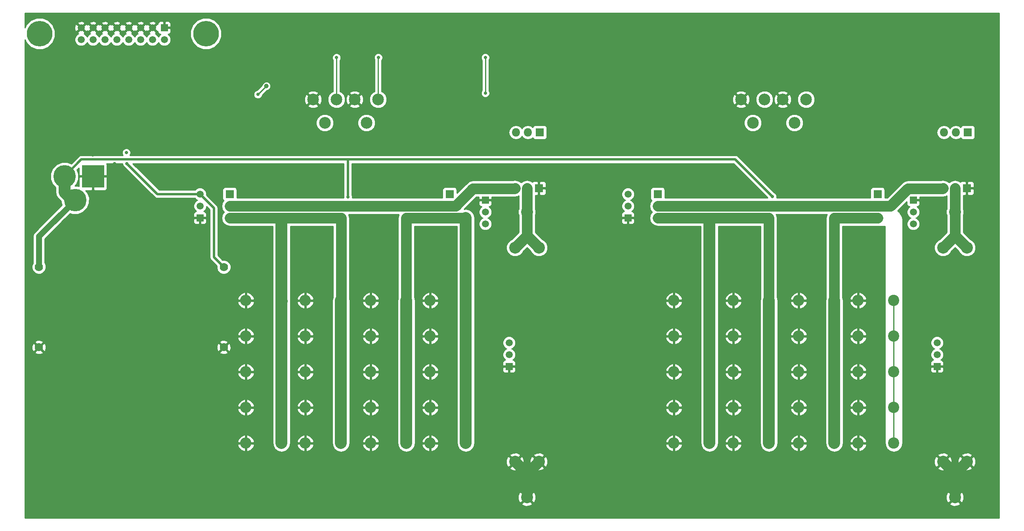
<source format=gbr>
G04 #@! TF.FileFunction,Copper,L2,Bot,Signal*
%FSLAX46Y46*%
G04 Gerber Fmt 4.6, Leading zero omitted, Abs format (unit mm)*
G04 Created by KiCad (PCBNEW 4.0.7) date 12/04/17 18:25:17*
%MOMM*%
%LPD*%
G01*
G04 APERTURE LIST*
%ADD10C,0.100000*%
%ADD11C,1.520000*%
%ADD12R,1.520000X1.520000*%
%ADD13R,1.800000X1.800000*%
%ADD14O,1.800000X1.800000*%
%ADD15C,2.400000*%
%ADD16O,2.400000X2.400000*%
%ADD17C,2.540000*%
%ADD18C,2.500000*%
%ADD19C,5.460000*%
%ADD20C,4.800000*%
%ADD21R,4.800000X4.800000*%
%ADD22C,1.778000*%
%ADD23C,0.700000*%
%ADD24C,1.000000*%
%ADD25C,0.250000*%
%ADD26C,0.508000*%
%ADD27C,2.286000*%
%ADD28C,2.540000*%
%ADD29C,1.270000*%
%ADD30C,0.254000*%
G04 APERTURE END LIST*
D10*
D11*
X246380000Y-81280000D03*
X246380000Y-83820000D03*
D12*
X246380000Y-78740000D03*
D13*
X238760000Y-77470000D03*
D14*
X238760000Y-80010000D03*
X238760000Y-82550000D03*
D15*
X242210117Y-100181117D03*
D16*
X234590117Y-100181117D03*
D15*
X242210117Y-107801117D03*
D16*
X234590117Y-107801117D03*
D15*
X229510117Y-115421117D03*
D16*
X221890117Y-115421117D03*
D15*
X229510117Y-107801117D03*
D16*
X221890117Y-107801117D03*
D15*
X229510117Y-123041117D03*
D16*
X221890117Y-123041117D03*
D15*
X229510117Y-130661117D03*
D16*
X221890117Y-130661117D03*
D15*
X229510117Y-100181117D03*
D16*
X221890117Y-100181117D03*
D11*
X251460000Y-111760000D03*
X251460000Y-109220000D03*
D12*
X251460000Y-114300000D03*
D15*
X242210117Y-123041117D03*
D16*
X234590117Y-123041117D03*
D15*
X242210117Y-130661117D03*
D16*
X234590117Y-130661117D03*
D15*
X242210117Y-115421117D03*
D16*
X234590117Y-115421117D03*
D17*
X255270000Y-142240000D03*
X252730000Y-134620000D03*
X257810000Y-134620000D03*
X255270000Y-81280000D03*
X252730000Y-88900000D03*
X257810000Y-88900000D03*
D18*
X220980000Y-62230000D03*
X218480000Y-57230000D03*
X223480000Y-57230000D03*
D15*
X215540117Y-130661117D03*
D16*
X207920117Y-130661117D03*
D15*
X202840117Y-123041117D03*
D16*
X195220117Y-123041117D03*
D15*
X215540117Y-123041117D03*
D16*
X207920117Y-123041117D03*
D15*
X202840117Y-130661117D03*
D16*
X195220117Y-130661117D03*
D13*
X257810000Y-76200000D03*
D14*
X255270000Y-76200000D03*
X252730000Y-76200000D03*
D13*
X257997114Y-64278790D03*
D14*
X255457114Y-64278790D03*
X252917114Y-64278790D03*
D15*
X202840117Y-115421117D03*
D16*
X195220117Y-115421117D03*
D15*
X215540117Y-107801117D03*
D16*
X207920117Y-107801117D03*
D15*
X202840117Y-107801117D03*
D16*
X195220117Y-107801117D03*
D15*
X215540117Y-115421117D03*
D16*
X207920117Y-115421117D03*
D15*
X202840117Y-100181117D03*
D16*
X195220117Y-100181117D03*
D15*
X215540117Y-100181117D03*
D16*
X207920117Y-100181117D03*
D18*
X212090000Y-62230000D03*
X209590000Y-57230000D03*
X214590000Y-57230000D03*
D13*
X191770000Y-77470000D03*
D14*
X191770000Y-80010000D03*
X191770000Y-82550000D03*
D11*
X185420000Y-80010000D03*
X185420000Y-77470000D03*
D12*
X185420000Y-82550000D03*
D19*
X95250000Y-43180000D03*
X59690000Y-43180000D03*
D12*
X86360000Y-41910000D03*
D11*
X86360000Y-44450000D03*
X83820000Y-41910000D03*
X83820000Y-44450000D03*
X81280000Y-41910000D03*
X81280000Y-44450000D03*
X78740000Y-41910000D03*
X78740000Y-44450000D03*
X76200000Y-41910000D03*
X76200000Y-44450000D03*
X73660000Y-41910000D03*
X73660000Y-44450000D03*
X71120000Y-41910000D03*
X71120000Y-44450000D03*
X68580000Y-41910000D03*
X68580000Y-44450000D03*
D20*
X65020000Y-73660000D03*
D21*
X71120000Y-73660000D03*
D20*
X67310000Y-78740000D03*
D13*
X166557114Y-64278790D03*
D14*
X164017114Y-64278790D03*
X161477114Y-64278790D03*
D13*
X100330000Y-77470000D03*
D14*
X100330000Y-80010000D03*
X100330000Y-82550000D03*
D13*
X147320000Y-77470000D03*
D14*
X147320000Y-80010000D03*
X147320000Y-82550000D03*
D13*
X166370000Y-76200000D03*
D14*
X163830000Y-76200000D03*
X161290000Y-76200000D03*
D15*
X111400117Y-130661117D03*
D16*
X103780117Y-130661117D03*
D15*
X111400117Y-123041117D03*
D16*
X103780117Y-123041117D03*
D15*
X111400117Y-115421117D03*
D16*
X103780117Y-115421117D03*
D15*
X111400117Y-107801117D03*
D16*
X103780117Y-107801117D03*
D15*
X111400117Y-100181117D03*
D16*
X103780117Y-100181117D03*
D15*
X124100117Y-130661117D03*
D16*
X116480117Y-130661117D03*
D15*
X124100117Y-123041117D03*
D16*
X116480117Y-123041117D03*
D15*
X124100117Y-115421117D03*
D16*
X116480117Y-115421117D03*
D15*
X124100117Y-107801117D03*
D16*
X116480117Y-107801117D03*
D15*
X124100117Y-100181117D03*
D16*
X116480117Y-100181117D03*
D15*
X138070117Y-130661117D03*
D16*
X130450117Y-130661117D03*
D15*
X138070117Y-123041117D03*
D16*
X130450117Y-123041117D03*
D15*
X138070117Y-115421117D03*
D16*
X130450117Y-115421117D03*
D15*
X138070117Y-107801117D03*
D16*
X130450117Y-107801117D03*
D15*
X138070117Y-100181117D03*
D16*
X130450117Y-100181117D03*
D15*
X150770117Y-130661117D03*
D16*
X143150117Y-130661117D03*
D15*
X150770117Y-123041117D03*
D16*
X143150117Y-123041117D03*
D15*
X150770117Y-115421117D03*
D16*
X143150117Y-115421117D03*
D15*
X150770117Y-107801117D03*
D16*
X143150117Y-107801117D03*
D15*
X150770117Y-100181117D03*
D16*
X143150117Y-100181117D03*
D11*
X160020000Y-111760000D03*
X160020000Y-109220000D03*
D12*
X160020000Y-114300000D03*
D11*
X93980000Y-80010000D03*
X93980000Y-77470000D03*
D12*
X93980000Y-82550000D03*
D11*
X154940000Y-81280000D03*
X154940000Y-83820000D03*
D12*
X154940000Y-78740000D03*
D17*
X163830000Y-142240000D03*
X161290000Y-134620000D03*
X166370000Y-134620000D03*
X163830000Y-81280000D03*
X161290000Y-88900000D03*
X166370000Y-88900000D03*
D18*
X120650000Y-62230000D03*
X118150000Y-57230000D03*
X123150000Y-57230000D03*
X129540000Y-62230000D03*
X127040000Y-57230000D03*
X132040000Y-57230000D03*
D22*
X59570000Y-93030000D03*
X59570000Y-110170000D03*
X99060000Y-93030000D03*
X99060000Y-110170000D03*
D23*
X154940000Y-48260000D03*
X154940000Y-55880000D03*
X132080000Y-48260000D03*
X123150000Y-48300000D03*
X78244100Y-68580000D03*
X78353090Y-70929880D03*
X161938439Y-71543529D03*
X158750000Y-68580000D03*
X126819158Y-74873725D03*
X136707210Y-77478994D03*
X114907179Y-77508363D03*
X228003963Y-77696082D03*
X206061413Y-77376884D03*
X215900000Y-66040000D03*
X71104652Y-69090474D03*
X124662977Y-65884642D03*
X166370000Y-72390000D03*
X250190000Y-60960000D03*
X257810000Y-72390000D03*
X252730000Y-71120000D03*
X75734248Y-70929880D03*
X79926509Y-55477729D03*
X75738863Y-54612792D03*
X218305526Y-73818489D03*
X158750000Y-60960000D03*
X125576470Y-78023913D03*
X216300768Y-77989725D03*
X106354367Y-56161936D03*
D24*
X108185929Y-54357916D03*
D25*
X154940000Y-55880000D02*
X154940000Y-48260000D01*
X132040000Y-57230000D02*
X132040000Y-48300000D01*
X132040000Y-48300000D02*
X132080000Y-48260000D01*
X123150000Y-57230000D02*
X123150000Y-48300000D01*
D26*
X93980000Y-77470000D02*
X84893210Y-77470000D01*
X84893210Y-77470000D02*
X78353090Y-70929880D01*
X99060000Y-93030000D02*
X96947621Y-90917621D01*
X96947621Y-90917621D02*
X96947621Y-80437621D01*
X96947621Y-80437621D02*
X93980000Y-77470000D01*
X162784910Y-72390000D02*
X161938439Y-71543529D01*
X166370000Y-72390000D02*
X162784910Y-72390000D01*
X252730000Y-71120000D02*
X256521585Y-71120000D01*
X256521585Y-71120000D02*
X257791585Y-72390000D01*
X257791585Y-72390000D02*
X257810000Y-72390000D01*
D25*
X79061572Y-54612792D02*
X79926509Y-55477729D01*
X75738863Y-54612792D02*
X79061572Y-54612792D01*
D27*
X166370000Y-134620000D02*
X163830000Y-137160000D01*
X255270000Y-137160000D02*
X255270000Y-142240000D01*
X257810000Y-134620000D02*
X255270000Y-137160000D01*
X252730000Y-134620000D02*
X255270000Y-137160000D01*
X163830000Y-137160000D02*
X163830000Y-142240000D01*
X161290000Y-134620000D02*
X163830000Y-137160000D01*
X163830000Y-81280000D02*
X163830000Y-86360000D01*
X163830000Y-86360000D02*
X161290000Y-88900000D01*
X163830000Y-86360000D02*
X166370000Y-88900000D01*
X163830000Y-76200000D02*
X163830000Y-81280000D01*
X100330000Y-80010000D02*
X116144517Y-80010000D01*
X116150455Y-80015938D02*
X118756949Y-80015938D01*
X118756949Y-80015938D02*
X118762887Y-80010000D01*
X116144517Y-80010000D02*
X116150455Y-80015938D01*
X118762887Y-80010000D02*
X147320000Y-80010000D01*
X147320000Y-80010000D02*
X148612377Y-80010000D01*
X148612377Y-80010000D02*
X152299237Y-76323140D01*
X152299237Y-76323140D02*
X161166860Y-76323140D01*
X161166860Y-76323140D02*
X161290000Y-76200000D01*
X255270000Y-86360000D02*
X252730000Y-88900000D01*
X255270000Y-86360000D02*
X257810000Y-88900000D01*
X255270000Y-81280000D02*
X255270000Y-86360000D01*
X255270000Y-76200000D02*
X255270000Y-81280000D01*
X191770000Y-80010000D02*
X238760000Y-80010000D01*
X238760000Y-80010000D02*
X241520537Y-80010000D01*
X241520537Y-80010000D02*
X245207397Y-76323140D01*
X245207397Y-76323140D02*
X252606860Y-76323140D01*
X252606860Y-76323140D02*
X252730000Y-76200000D01*
D25*
X150770117Y-107801117D02*
X150770117Y-100181117D01*
X138070117Y-123041117D02*
X138070117Y-115421117D01*
X138070117Y-130661117D02*
X138070117Y-123041117D01*
X150770117Y-130661117D02*
X150770117Y-123041117D01*
X150770117Y-123041117D02*
X150770117Y-115421117D01*
X150770117Y-115421117D02*
X150770117Y-107801117D01*
X138070117Y-100181117D02*
X138070117Y-107801117D01*
D27*
X138070117Y-100181117D02*
X138036576Y-100147576D01*
X138036576Y-100147576D02*
X138036576Y-82550000D01*
X138036576Y-82550000D02*
X147320000Y-82550000D01*
X147320000Y-82550000D02*
X150770117Y-82550000D01*
D28*
X150770117Y-82550000D02*
X150770117Y-130661117D01*
X138070117Y-100181117D02*
X138070117Y-130661117D01*
D25*
X242210117Y-100181117D02*
X242210117Y-107801117D01*
D27*
X229510117Y-100181117D02*
X229510117Y-82545726D01*
X229510117Y-82545726D02*
X238760000Y-82545726D01*
X238760000Y-82545726D02*
X238760000Y-82550000D01*
D25*
X229510117Y-107801117D02*
X229510117Y-115421117D01*
X242210117Y-115421117D02*
X242210117Y-107801117D01*
X242210117Y-123041117D02*
X242210117Y-115421117D01*
X242210117Y-123041117D02*
X242210117Y-130661117D01*
X229510117Y-130661117D02*
X229510117Y-123041117D01*
X229510117Y-130661117D02*
X229510117Y-115421117D01*
D28*
X229510117Y-100181117D02*
X229510117Y-130661117D01*
D26*
X125576470Y-70188289D02*
X125576470Y-78023913D01*
X125587631Y-70177128D02*
X125576470Y-70188289D01*
X68645241Y-70034759D02*
X125730000Y-70034759D01*
X125730000Y-70034759D02*
X208345802Y-70034759D01*
D25*
X125587631Y-70177128D02*
X125730000Y-70034759D01*
D26*
X65020000Y-73660000D02*
X68645241Y-70034759D01*
X208345802Y-70034759D02*
X216300768Y-77989725D01*
D28*
X65020000Y-73660000D02*
X65020000Y-77054112D01*
X65020000Y-77054112D02*
X66705888Y-78740000D01*
D25*
X66705888Y-78740000D02*
X67310000Y-78740000D01*
D29*
X67310000Y-78740000D02*
X59570000Y-86480000D01*
X59570000Y-86480000D02*
X59570000Y-93030000D01*
D25*
X111400117Y-123041117D02*
X111400117Y-115421117D01*
X124100117Y-130661117D02*
X124100117Y-123041117D01*
X124100117Y-115421117D02*
X124100117Y-107801117D01*
X111400117Y-115421117D02*
X111400117Y-107801117D01*
X111400117Y-100181117D02*
X111400117Y-107801117D01*
X124100117Y-100181117D02*
X124100117Y-107801117D01*
X111372393Y-82751476D02*
X111170917Y-82550000D01*
X111170917Y-82550000D02*
X100330000Y-82550000D01*
D28*
X111372393Y-82751476D02*
X111372393Y-100283594D01*
X111372393Y-100283594D02*
X111435120Y-100346321D01*
X111435120Y-100346321D02*
X111400117Y-100381324D01*
X111400117Y-100381324D02*
X111400117Y-130661117D01*
D27*
X100330000Y-82550000D02*
X124130522Y-82550000D01*
X124130522Y-82550000D02*
X124130522Y-100150712D01*
X124130522Y-100150712D02*
X124100117Y-100181117D01*
D28*
X124100117Y-100181117D02*
X124100117Y-130661117D01*
D25*
X202840117Y-123041117D02*
X202840117Y-130661117D01*
D27*
X203200000Y-82550000D02*
X215468922Y-82550000D01*
X215468922Y-82550000D02*
X215488681Y-82569759D01*
X215488681Y-82569759D02*
X215488681Y-100129681D01*
X215488681Y-100129681D02*
X215540117Y-100181117D01*
D25*
X202840117Y-83000137D02*
X202840117Y-82909883D01*
X202840117Y-82909883D02*
X203200000Y-82550000D01*
D27*
X191770000Y-82550000D02*
X203200000Y-82550000D01*
D28*
X202840117Y-83000137D02*
X202840117Y-130661117D01*
D25*
X202840117Y-115421117D02*
X202840117Y-123041117D01*
X202840117Y-107801117D02*
X202840117Y-115421117D01*
X202840117Y-100181117D02*
X202840117Y-107801117D01*
X215540117Y-115421117D02*
X215540117Y-123041117D01*
X215540117Y-107801117D02*
X215540117Y-115421117D01*
X215540117Y-100181117D02*
X215540117Y-107801117D01*
D28*
X215540117Y-100181117D02*
X215540117Y-130661117D01*
D25*
X108185929Y-54357916D02*
X106381909Y-56161936D01*
X106381909Y-56161936D02*
X106354367Y-56161936D01*
D30*
G36*
X264720000Y-146610000D02*
X56590000Y-146610000D01*
X56590000Y-143587777D01*
X162661828Y-143587777D01*
X162793520Y-143882657D01*
X163501036Y-144154261D01*
X164258632Y-144134436D01*
X164866480Y-143882657D01*
X164998172Y-143587777D01*
X254101828Y-143587777D01*
X254233520Y-143882657D01*
X254941036Y-144154261D01*
X255698632Y-144134436D01*
X256306480Y-143882657D01*
X256438172Y-143587777D01*
X255270000Y-142419605D01*
X254101828Y-143587777D01*
X164998172Y-143587777D01*
X163830000Y-142419605D01*
X162661828Y-143587777D01*
X56590000Y-143587777D01*
X56590000Y-141911036D01*
X161915739Y-141911036D01*
X161935564Y-142668632D01*
X162187343Y-143276480D01*
X162482223Y-143408172D01*
X163650395Y-142240000D01*
X164009605Y-142240000D01*
X165177777Y-143408172D01*
X165472657Y-143276480D01*
X165744261Y-142568964D01*
X165727045Y-141911036D01*
X253355739Y-141911036D01*
X253375564Y-142668632D01*
X253627343Y-143276480D01*
X253922223Y-143408172D01*
X255090395Y-142240000D01*
X255449605Y-142240000D01*
X256617777Y-143408172D01*
X256912657Y-143276480D01*
X257184261Y-142568964D01*
X257164436Y-141811368D01*
X256912657Y-141203520D01*
X256617777Y-141071828D01*
X255449605Y-142240000D01*
X255090395Y-142240000D01*
X253922223Y-141071828D01*
X253627343Y-141203520D01*
X253355739Y-141911036D01*
X165727045Y-141911036D01*
X165724436Y-141811368D01*
X165472657Y-141203520D01*
X165177777Y-141071828D01*
X164009605Y-142240000D01*
X163650395Y-142240000D01*
X162482223Y-141071828D01*
X162187343Y-141203520D01*
X161915739Y-141911036D01*
X56590000Y-141911036D01*
X56590000Y-140892223D01*
X162661828Y-140892223D01*
X163830000Y-142060395D01*
X164998172Y-140892223D01*
X254101828Y-140892223D01*
X255270000Y-142060395D01*
X256438172Y-140892223D01*
X256306480Y-140597343D01*
X255598964Y-140325739D01*
X254841368Y-140345564D01*
X254233520Y-140597343D01*
X254101828Y-140892223D01*
X164998172Y-140892223D01*
X164866480Y-140597343D01*
X164158964Y-140325739D01*
X163401368Y-140345564D01*
X162793520Y-140597343D01*
X162661828Y-140892223D01*
X56590000Y-140892223D01*
X56590000Y-135967777D01*
X160121828Y-135967777D01*
X160253520Y-136262657D01*
X160961036Y-136534261D01*
X161718632Y-136514436D01*
X162326480Y-136262657D01*
X162458172Y-135967777D01*
X165201828Y-135967777D01*
X165333520Y-136262657D01*
X166041036Y-136534261D01*
X166798632Y-136514436D01*
X167406480Y-136262657D01*
X167538172Y-135967777D01*
X251561828Y-135967777D01*
X251693520Y-136262657D01*
X252401036Y-136534261D01*
X253158632Y-136514436D01*
X253766480Y-136262657D01*
X253898172Y-135967777D01*
X256641828Y-135967777D01*
X256773520Y-136262657D01*
X257481036Y-136534261D01*
X258238632Y-136514436D01*
X258846480Y-136262657D01*
X258978172Y-135967777D01*
X257810000Y-134799605D01*
X256641828Y-135967777D01*
X253898172Y-135967777D01*
X252730000Y-134799605D01*
X251561828Y-135967777D01*
X167538172Y-135967777D01*
X166370000Y-134799605D01*
X165201828Y-135967777D01*
X162458172Y-135967777D01*
X161290000Y-134799605D01*
X160121828Y-135967777D01*
X56590000Y-135967777D01*
X56590000Y-134291036D01*
X159375739Y-134291036D01*
X159395564Y-135048632D01*
X159647343Y-135656480D01*
X159942223Y-135788172D01*
X161110395Y-134620000D01*
X161469605Y-134620000D01*
X162637777Y-135788172D01*
X162932657Y-135656480D01*
X163204261Y-134948964D01*
X163187045Y-134291036D01*
X164455739Y-134291036D01*
X164475564Y-135048632D01*
X164727343Y-135656480D01*
X165022223Y-135788172D01*
X166190395Y-134620000D01*
X166549605Y-134620000D01*
X167717777Y-135788172D01*
X168012657Y-135656480D01*
X168284261Y-134948964D01*
X168267045Y-134291036D01*
X250815739Y-134291036D01*
X250835564Y-135048632D01*
X251087343Y-135656480D01*
X251382223Y-135788172D01*
X252550395Y-134620000D01*
X252909605Y-134620000D01*
X254077777Y-135788172D01*
X254372657Y-135656480D01*
X254644261Y-134948964D01*
X254627045Y-134291036D01*
X255895739Y-134291036D01*
X255915564Y-135048632D01*
X256167343Y-135656480D01*
X256462223Y-135788172D01*
X257630395Y-134620000D01*
X257989605Y-134620000D01*
X259157777Y-135788172D01*
X259452657Y-135656480D01*
X259724261Y-134948964D01*
X259704436Y-134191368D01*
X259452657Y-133583520D01*
X259157777Y-133451828D01*
X257989605Y-134620000D01*
X257630395Y-134620000D01*
X256462223Y-133451828D01*
X256167343Y-133583520D01*
X255895739Y-134291036D01*
X254627045Y-134291036D01*
X254624436Y-134191368D01*
X254372657Y-133583520D01*
X254077777Y-133451828D01*
X252909605Y-134620000D01*
X252550395Y-134620000D01*
X251382223Y-133451828D01*
X251087343Y-133583520D01*
X250815739Y-134291036D01*
X168267045Y-134291036D01*
X168264436Y-134191368D01*
X168012657Y-133583520D01*
X167717777Y-133451828D01*
X166549605Y-134620000D01*
X166190395Y-134620000D01*
X165022223Y-133451828D01*
X164727343Y-133583520D01*
X164455739Y-134291036D01*
X163187045Y-134291036D01*
X163184436Y-134191368D01*
X162932657Y-133583520D01*
X162637777Y-133451828D01*
X161469605Y-134620000D01*
X161110395Y-134620000D01*
X159942223Y-133451828D01*
X159647343Y-133583520D01*
X159375739Y-134291036D01*
X56590000Y-134291036D01*
X56590000Y-133272223D01*
X160121828Y-133272223D01*
X161290000Y-134440395D01*
X162458172Y-133272223D01*
X165201828Y-133272223D01*
X166370000Y-134440395D01*
X167538172Y-133272223D01*
X251561828Y-133272223D01*
X252730000Y-134440395D01*
X253898172Y-133272223D01*
X256641828Y-133272223D01*
X257810000Y-134440395D01*
X258978172Y-133272223D01*
X258846480Y-132977343D01*
X258138964Y-132705739D01*
X257381368Y-132725564D01*
X256773520Y-132977343D01*
X256641828Y-133272223D01*
X253898172Y-133272223D01*
X253766480Y-132977343D01*
X253058964Y-132705739D01*
X252301368Y-132725564D01*
X251693520Y-132977343D01*
X251561828Y-133272223D01*
X167538172Y-133272223D01*
X167406480Y-132977343D01*
X166698964Y-132705739D01*
X165941368Y-132725564D01*
X165333520Y-132977343D01*
X165201828Y-133272223D01*
X162458172Y-133272223D01*
X162326480Y-132977343D01*
X161618964Y-132705739D01*
X160861368Y-132725564D01*
X160253520Y-132977343D01*
X160121828Y-133272223D01*
X56590000Y-133272223D01*
X56590000Y-131072922D01*
X101991922Y-131072922D01*
X102224475Y-131634375D01*
X102715341Y-132155609D01*
X103368310Y-132449320D01*
X103653117Y-132332975D01*
X103653117Y-130788117D01*
X103907117Y-130788117D01*
X103907117Y-132332975D01*
X104191924Y-132449320D01*
X104844893Y-132155609D01*
X105335759Y-131634375D01*
X105568312Y-131072922D01*
X105451549Y-130788117D01*
X103907117Y-130788117D01*
X103653117Y-130788117D01*
X102108685Y-130788117D01*
X101991922Y-131072922D01*
X56590000Y-131072922D01*
X56590000Y-130249312D01*
X101991922Y-130249312D01*
X102108685Y-130534117D01*
X103653117Y-130534117D01*
X103653117Y-128989259D01*
X103907117Y-128989259D01*
X103907117Y-130534117D01*
X105451549Y-130534117D01*
X105568312Y-130249312D01*
X105335759Y-129687859D01*
X104844893Y-129166625D01*
X104191924Y-128872914D01*
X103907117Y-128989259D01*
X103653117Y-128989259D01*
X103368310Y-128872914D01*
X102715341Y-129166625D01*
X102224475Y-129687859D01*
X101991922Y-130249312D01*
X56590000Y-130249312D01*
X56590000Y-123452922D01*
X101991922Y-123452922D01*
X102224475Y-124014375D01*
X102715341Y-124535609D01*
X103368310Y-124829320D01*
X103653117Y-124712975D01*
X103653117Y-123168117D01*
X103907117Y-123168117D01*
X103907117Y-124712975D01*
X104191924Y-124829320D01*
X104844893Y-124535609D01*
X105335759Y-124014375D01*
X105568312Y-123452922D01*
X105451549Y-123168117D01*
X103907117Y-123168117D01*
X103653117Y-123168117D01*
X102108685Y-123168117D01*
X101991922Y-123452922D01*
X56590000Y-123452922D01*
X56590000Y-122629312D01*
X101991922Y-122629312D01*
X102108685Y-122914117D01*
X103653117Y-122914117D01*
X103653117Y-121369259D01*
X103907117Y-121369259D01*
X103907117Y-122914117D01*
X105451549Y-122914117D01*
X105568312Y-122629312D01*
X105335759Y-122067859D01*
X104844893Y-121546625D01*
X104191924Y-121252914D01*
X103907117Y-121369259D01*
X103653117Y-121369259D01*
X103368310Y-121252914D01*
X102715341Y-121546625D01*
X102224475Y-122067859D01*
X101991922Y-122629312D01*
X56590000Y-122629312D01*
X56590000Y-115832922D01*
X101991922Y-115832922D01*
X102224475Y-116394375D01*
X102715341Y-116915609D01*
X103368310Y-117209320D01*
X103653117Y-117092975D01*
X103653117Y-115548117D01*
X103907117Y-115548117D01*
X103907117Y-117092975D01*
X104191924Y-117209320D01*
X104844893Y-116915609D01*
X105335759Y-116394375D01*
X105568312Y-115832922D01*
X105451549Y-115548117D01*
X103907117Y-115548117D01*
X103653117Y-115548117D01*
X102108685Y-115548117D01*
X101991922Y-115832922D01*
X56590000Y-115832922D01*
X56590000Y-115009312D01*
X101991922Y-115009312D01*
X102108685Y-115294117D01*
X103653117Y-115294117D01*
X103653117Y-113749259D01*
X103907117Y-113749259D01*
X103907117Y-115294117D01*
X105451549Y-115294117D01*
X105568312Y-115009312D01*
X105335759Y-114447859D01*
X104844893Y-113926625D01*
X104191924Y-113632914D01*
X103907117Y-113749259D01*
X103653117Y-113749259D01*
X103368310Y-113632914D01*
X102715341Y-113926625D01*
X102224475Y-114447859D01*
X101991922Y-115009312D01*
X56590000Y-115009312D01*
X56590000Y-111242196D01*
X58677409Y-111242196D01*
X58762467Y-111497539D01*
X59331965Y-111705516D01*
X59937700Y-111679723D01*
X60377533Y-111497539D01*
X60462591Y-111242196D01*
X98167409Y-111242196D01*
X98252467Y-111497539D01*
X98821965Y-111705516D01*
X99427700Y-111679723D01*
X99867533Y-111497539D01*
X99952591Y-111242196D01*
X99060000Y-110349605D01*
X98167409Y-111242196D01*
X60462591Y-111242196D01*
X59570000Y-110349605D01*
X58677409Y-111242196D01*
X56590000Y-111242196D01*
X56590000Y-109931965D01*
X58034484Y-109931965D01*
X58060277Y-110537700D01*
X58242461Y-110977533D01*
X58497804Y-111062591D01*
X59390395Y-110170000D01*
X59749605Y-110170000D01*
X60642196Y-111062591D01*
X60897539Y-110977533D01*
X61105516Y-110408035D01*
X61085245Y-109931965D01*
X97524484Y-109931965D01*
X97550277Y-110537700D01*
X97732461Y-110977533D01*
X97987804Y-111062591D01*
X98880395Y-110170000D01*
X99239605Y-110170000D01*
X100132196Y-111062591D01*
X100387539Y-110977533D01*
X100595516Y-110408035D01*
X100569723Y-109802300D01*
X100387539Y-109362467D01*
X100132196Y-109277409D01*
X99239605Y-110170000D01*
X98880395Y-110170000D01*
X97987804Y-109277409D01*
X97732461Y-109362467D01*
X97524484Y-109931965D01*
X61085245Y-109931965D01*
X61079723Y-109802300D01*
X60897539Y-109362467D01*
X60642196Y-109277409D01*
X59749605Y-110170000D01*
X59390395Y-110170000D01*
X58497804Y-109277409D01*
X58242461Y-109362467D01*
X58034484Y-109931965D01*
X56590000Y-109931965D01*
X56590000Y-109097804D01*
X58677409Y-109097804D01*
X59570000Y-109990395D01*
X60462591Y-109097804D01*
X98167409Y-109097804D01*
X99060000Y-109990395D01*
X99952591Y-109097804D01*
X99867533Y-108842461D01*
X99298035Y-108634484D01*
X98692300Y-108660277D01*
X98252467Y-108842461D01*
X98167409Y-109097804D01*
X60462591Y-109097804D01*
X60377533Y-108842461D01*
X59808035Y-108634484D01*
X59202300Y-108660277D01*
X58762467Y-108842461D01*
X58677409Y-109097804D01*
X56590000Y-109097804D01*
X56590000Y-108212922D01*
X101991922Y-108212922D01*
X102224475Y-108774375D01*
X102715341Y-109295609D01*
X103368310Y-109589320D01*
X103653117Y-109472975D01*
X103653117Y-107928117D01*
X103907117Y-107928117D01*
X103907117Y-109472975D01*
X104191924Y-109589320D01*
X104844893Y-109295609D01*
X105335759Y-108774375D01*
X105568312Y-108212922D01*
X105451549Y-107928117D01*
X103907117Y-107928117D01*
X103653117Y-107928117D01*
X102108685Y-107928117D01*
X101991922Y-108212922D01*
X56590000Y-108212922D01*
X56590000Y-107389312D01*
X101991922Y-107389312D01*
X102108685Y-107674117D01*
X103653117Y-107674117D01*
X103653117Y-106129259D01*
X103907117Y-106129259D01*
X103907117Y-107674117D01*
X105451549Y-107674117D01*
X105568312Y-107389312D01*
X105335759Y-106827859D01*
X104844893Y-106306625D01*
X104191924Y-106012914D01*
X103907117Y-106129259D01*
X103653117Y-106129259D01*
X103368310Y-106012914D01*
X102715341Y-106306625D01*
X102224475Y-106827859D01*
X101991922Y-107389312D01*
X56590000Y-107389312D01*
X56590000Y-100592922D01*
X101991922Y-100592922D01*
X102224475Y-101154375D01*
X102715341Y-101675609D01*
X103368310Y-101969320D01*
X103653117Y-101852975D01*
X103653117Y-100308117D01*
X103907117Y-100308117D01*
X103907117Y-101852975D01*
X104191924Y-101969320D01*
X104844893Y-101675609D01*
X105335759Y-101154375D01*
X105568312Y-100592922D01*
X105451549Y-100308117D01*
X103907117Y-100308117D01*
X103653117Y-100308117D01*
X102108685Y-100308117D01*
X101991922Y-100592922D01*
X56590000Y-100592922D01*
X56590000Y-99769312D01*
X101991922Y-99769312D01*
X102108685Y-100054117D01*
X103653117Y-100054117D01*
X103653117Y-98509259D01*
X103907117Y-98509259D01*
X103907117Y-100054117D01*
X105451549Y-100054117D01*
X105568312Y-99769312D01*
X105335759Y-99207859D01*
X104844893Y-98686625D01*
X104191924Y-98392914D01*
X103907117Y-98509259D01*
X103653117Y-98509259D01*
X103368310Y-98392914D01*
X102715341Y-98686625D01*
X102224475Y-99207859D01*
X101991922Y-99769312D01*
X56590000Y-99769312D01*
X56590000Y-93331812D01*
X58045736Y-93331812D01*
X58277262Y-93892149D01*
X58705596Y-94321231D01*
X59265528Y-94553735D01*
X59871812Y-94554264D01*
X60432149Y-94322738D01*
X60861231Y-93894404D01*
X61093735Y-93334472D01*
X61094264Y-92728188D01*
X60862738Y-92167851D01*
X60840000Y-92145073D01*
X60840000Y-87006052D01*
X65010302Y-82835750D01*
X92585000Y-82835750D01*
X92585000Y-83436310D01*
X92681673Y-83669699D01*
X92860302Y-83848327D01*
X93093691Y-83945000D01*
X93694250Y-83945000D01*
X93853000Y-83786250D01*
X93853000Y-82677000D01*
X94107000Y-82677000D01*
X94107000Y-83786250D01*
X94265750Y-83945000D01*
X94866309Y-83945000D01*
X95099698Y-83848327D01*
X95278327Y-83669699D01*
X95375000Y-83436310D01*
X95375000Y-82835750D01*
X95216250Y-82677000D01*
X94107000Y-82677000D01*
X93853000Y-82677000D01*
X92743750Y-82677000D01*
X92585000Y-82835750D01*
X65010302Y-82835750D01*
X66257033Y-81589019D01*
X66703653Y-81774472D01*
X67911050Y-81775526D01*
X69026943Y-81314448D01*
X69881447Y-80461434D01*
X70344472Y-79346347D01*
X70345526Y-78138950D01*
X69884448Y-77023057D01*
X69556963Y-76695000D01*
X70834250Y-76695000D01*
X70993000Y-76536250D01*
X70993000Y-73787000D01*
X71247000Y-73787000D01*
X71247000Y-76536250D01*
X71405750Y-76695000D01*
X73646309Y-76695000D01*
X73879698Y-76598327D01*
X74058327Y-76419699D01*
X74155000Y-76186310D01*
X74155000Y-73945750D01*
X73996250Y-73787000D01*
X71247000Y-73787000D01*
X70993000Y-73787000D01*
X68243750Y-73787000D01*
X68085000Y-73945750D01*
X68085000Y-75775559D01*
X67916347Y-75705528D01*
X67267354Y-75704961D01*
X67591447Y-75381434D01*
X68054472Y-74266347D01*
X68055526Y-73058950D01*
X67711322Y-72225914D01*
X68085000Y-71852236D01*
X68085000Y-73374250D01*
X68243750Y-73533000D01*
X70993000Y-73533000D01*
X70993000Y-73513000D01*
X71247000Y-73513000D01*
X71247000Y-73533000D01*
X73996250Y-73533000D01*
X74155000Y-73374250D01*
X74155000Y-71133690D01*
X74068044Y-70923759D01*
X77418095Y-70923759D01*
X77417928Y-71115047D01*
X77559973Y-71458823D01*
X77822763Y-71722072D01*
X77934403Y-71768429D01*
X84264592Y-78098618D01*
X84553004Y-78291329D01*
X84893210Y-78359000D01*
X92896341Y-78359000D01*
X93188764Y-78651934D01*
X93400738Y-78739954D01*
X93190828Y-78826687D01*
X92798066Y-79218764D01*
X92585242Y-79731300D01*
X92584758Y-80286265D01*
X92796687Y-80799172D01*
X93151894Y-81155000D01*
X93093691Y-81155000D01*
X92860302Y-81251673D01*
X92681673Y-81430301D01*
X92585000Y-81663690D01*
X92585000Y-82264250D01*
X92743750Y-82423000D01*
X93853000Y-82423000D01*
X93853000Y-82403000D01*
X94107000Y-82403000D01*
X94107000Y-82423000D01*
X95216250Y-82423000D01*
X95375000Y-82264250D01*
X95375000Y-81663690D01*
X95278327Y-81430301D01*
X95099698Y-81251673D01*
X94866309Y-81155000D01*
X94807552Y-81155000D01*
X95161934Y-80801236D01*
X95374758Y-80288700D01*
X95374903Y-80122139D01*
X96058621Y-80805857D01*
X96058621Y-90917621D01*
X96126292Y-91257827D01*
X96291940Y-91505736D01*
X96319003Y-91546239D01*
X97536232Y-92763468D01*
X97535736Y-93331812D01*
X97767262Y-93892149D01*
X98195596Y-94321231D01*
X98755528Y-94553735D01*
X99361812Y-94554264D01*
X99922149Y-94322738D01*
X100351231Y-93894404D01*
X100583735Y-93334472D01*
X100584264Y-92728188D01*
X100352738Y-92167851D01*
X99924404Y-91738769D01*
X99364472Y-91506265D01*
X98793002Y-91505766D01*
X97836621Y-90549385D01*
X97836621Y-80437621D01*
X97768950Y-80097415D01*
X97576239Y-79809003D01*
X95374881Y-77607645D01*
X95375242Y-77193735D01*
X95163313Y-76680828D01*
X94771236Y-76288066D01*
X94258700Y-76075242D01*
X93703735Y-76074758D01*
X93190828Y-76286687D01*
X92896001Y-76581000D01*
X85261446Y-76581000D01*
X79604205Y-70923759D01*
X124687470Y-70923759D01*
X124687470Y-77726724D01*
X124641632Y-77837114D01*
X124641308Y-78209080D01*
X124650778Y-78232000D01*
X118762887Y-78232000D01*
X118733035Y-78237938D01*
X116174369Y-78237938D01*
X116144517Y-78232000D01*
X101877440Y-78232000D01*
X101877440Y-76570000D01*
X101833162Y-76334683D01*
X101694090Y-76118559D01*
X101481890Y-75973569D01*
X101230000Y-75922560D01*
X99430000Y-75922560D01*
X99194683Y-75966838D01*
X98978559Y-76105910D01*
X98833569Y-76318110D01*
X98782560Y-76570000D01*
X98782560Y-78370000D01*
X98826838Y-78605317D01*
X98965910Y-78821441D01*
X99007766Y-78850040D01*
X98687342Y-79329589D01*
X98552000Y-80010000D01*
X98687342Y-80690411D01*
X99072764Y-81267236D01*
X99091867Y-81280000D01*
X99072764Y-81292764D01*
X98687342Y-81869589D01*
X98552000Y-82550000D01*
X98687342Y-83230411D01*
X99072764Y-83807236D01*
X99649589Y-84192658D01*
X100330000Y-84328000D01*
X109467393Y-84328000D01*
X109467393Y-100283594D01*
X109495117Y-100422972D01*
X109495117Y-130661117D01*
X109564810Y-131011490D01*
X109564799Y-131024520D01*
X109569819Y-131036668D01*
X109640126Y-131390129D01*
X109838595Y-131687158D01*
X109843572Y-131699203D01*
X109852860Y-131708508D01*
X110053079Y-132008155D01*
X110350111Y-132206626D01*
X110359316Y-132215847D01*
X110371455Y-132220887D01*
X110671105Y-132421108D01*
X111021479Y-132490802D01*
X111033512Y-132495798D01*
X111046656Y-132495809D01*
X111400117Y-132566117D01*
X111750490Y-132496424D01*
X111763520Y-132496435D01*
X111775668Y-132491415D01*
X112129129Y-132421108D01*
X112426158Y-132222639D01*
X112438203Y-132217662D01*
X112447508Y-132208374D01*
X112747155Y-132008155D01*
X112945626Y-131711123D01*
X112954847Y-131701918D01*
X112959887Y-131689779D01*
X113160108Y-131390129D01*
X113223204Y-131072922D01*
X114691922Y-131072922D01*
X114924475Y-131634375D01*
X115415341Y-132155609D01*
X116068310Y-132449320D01*
X116353117Y-132332975D01*
X116353117Y-130788117D01*
X116607117Y-130788117D01*
X116607117Y-132332975D01*
X116891924Y-132449320D01*
X117544893Y-132155609D01*
X118035759Y-131634375D01*
X118268312Y-131072922D01*
X118151549Y-130788117D01*
X116607117Y-130788117D01*
X116353117Y-130788117D01*
X114808685Y-130788117D01*
X114691922Y-131072922D01*
X113223204Y-131072922D01*
X113229802Y-131039755D01*
X113234798Y-131027722D01*
X113234809Y-131014578D01*
X113305117Y-130661117D01*
X113305117Y-130249312D01*
X114691922Y-130249312D01*
X114808685Y-130534117D01*
X116353117Y-130534117D01*
X116353117Y-128989259D01*
X116607117Y-128989259D01*
X116607117Y-130534117D01*
X118151549Y-130534117D01*
X118268312Y-130249312D01*
X118035759Y-129687859D01*
X117544893Y-129166625D01*
X116891924Y-128872914D01*
X116607117Y-128989259D01*
X116353117Y-128989259D01*
X116068310Y-128872914D01*
X115415341Y-129166625D01*
X114924475Y-129687859D01*
X114691922Y-130249312D01*
X113305117Y-130249312D01*
X113305117Y-123452922D01*
X114691922Y-123452922D01*
X114924475Y-124014375D01*
X115415341Y-124535609D01*
X116068310Y-124829320D01*
X116353117Y-124712975D01*
X116353117Y-123168117D01*
X116607117Y-123168117D01*
X116607117Y-124712975D01*
X116891924Y-124829320D01*
X117544893Y-124535609D01*
X118035759Y-124014375D01*
X118268312Y-123452922D01*
X118151549Y-123168117D01*
X116607117Y-123168117D01*
X116353117Y-123168117D01*
X114808685Y-123168117D01*
X114691922Y-123452922D01*
X113305117Y-123452922D01*
X113305117Y-122629312D01*
X114691922Y-122629312D01*
X114808685Y-122914117D01*
X116353117Y-122914117D01*
X116353117Y-121369259D01*
X116607117Y-121369259D01*
X116607117Y-122914117D01*
X118151549Y-122914117D01*
X118268312Y-122629312D01*
X118035759Y-122067859D01*
X117544893Y-121546625D01*
X116891924Y-121252914D01*
X116607117Y-121369259D01*
X116353117Y-121369259D01*
X116068310Y-121252914D01*
X115415341Y-121546625D01*
X114924475Y-122067859D01*
X114691922Y-122629312D01*
X113305117Y-122629312D01*
X113305117Y-115832922D01*
X114691922Y-115832922D01*
X114924475Y-116394375D01*
X115415341Y-116915609D01*
X116068310Y-117209320D01*
X116353117Y-117092975D01*
X116353117Y-115548117D01*
X116607117Y-115548117D01*
X116607117Y-117092975D01*
X116891924Y-117209320D01*
X117544893Y-116915609D01*
X118035759Y-116394375D01*
X118268312Y-115832922D01*
X118151549Y-115548117D01*
X116607117Y-115548117D01*
X116353117Y-115548117D01*
X114808685Y-115548117D01*
X114691922Y-115832922D01*
X113305117Y-115832922D01*
X113305117Y-115009312D01*
X114691922Y-115009312D01*
X114808685Y-115294117D01*
X116353117Y-115294117D01*
X116353117Y-113749259D01*
X116607117Y-113749259D01*
X116607117Y-115294117D01*
X118151549Y-115294117D01*
X118268312Y-115009312D01*
X118035759Y-114447859D01*
X117544893Y-113926625D01*
X116891924Y-113632914D01*
X116607117Y-113749259D01*
X116353117Y-113749259D01*
X116068310Y-113632914D01*
X115415341Y-113926625D01*
X114924475Y-114447859D01*
X114691922Y-115009312D01*
X113305117Y-115009312D01*
X113305117Y-108212922D01*
X114691922Y-108212922D01*
X114924475Y-108774375D01*
X115415341Y-109295609D01*
X116068310Y-109589320D01*
X116353117Y-109472975D01*
X116353117Y-107928117D01*
X116607117Y-107928117D01*
X116607117Y-109472975D01*
X116891924Y-109589320D01*
X117544893Y-109295609D01*
X118035759Y-108774375D01*
X118268312Y-108212922D01*
X118151549Y-107928117D01*
X116607117Y-107928117D01*
X116353117Y-107928117D01*
X114808685Y-107928117D01*
X114691922Y-108212922D01*
X113305117Y-108212922D01*
X113305117Y-107389312D01*
X114691922Y-107389312D01*
X114808685Y-107674117D01*
X116353117Y-107674117D01*
X116353117Y-106129259D01*
X116607117Y-106129259D01*
X116607117Y-107674117D01*
X118151549Y-107674117D01*
X118268312Y-107389312D01*
X118035759Y-106827859D01*
X117544893Y-106306625D01*
X116891924Y-106012914D01*
X116607117Y-106129259D01*
X116353117Y-106129259D01*
X116068310Y-106012914D01*
X115415341Y-106306625D01*
X114924475Y-106827859D01*
X114691922Y-107389312D01*
X113305117Y-107389312D01*
X113305117Y-100592922D01*
X114691922Y-100592922D01*
X114924475Y-101154375D01*
X115415341Y-101675609D01*
X116068310Y-101969320D01*
X116353117Y-101852975D01*
X116353117Y-100308117D01*
X116607117Y-100308117D01*
X116607117Y-101852975D01*
X116891924Y-101969320D01*
X117544893Y-101675609D01*
X118035759Y-101154375D01*
X118268312Y-100592922D01*
X118151549Y-100308117D01*
X116607117Y-100308117D01*
X116353117Y-100308117D01*
X114808685Y-100308117D01*
X114691922Y-100592922D01*
X113305117Y-100592922D01*
X113305117Y-100522294D01*
X113340120Y-100346321D01*
X113277393Y-100030970D01*
X113277393Y-99769312D01*
X114691922Y-99769312D01*
X114808685Y-100054117D01*
X116353117Y-100054117D01*
X116353117Y-98509259D01*
X116607117Y-98509259D01*
X116607117Y-100054117D01*
X118151549Y-100054117D01*
X118268312Y-99769312D01*
X118035759Y-99207859D01*
X117544893Y-98686625D01*
X116891924Y-98392914D01*
X116607117Y-98509259D01*
X116353117Y-98509259D01*
X116068310Y-98392914D01*
X115415341Y-98686625D01*
X114924475Y-99207859D01*
X114691922Y-99769312D01*
X113277393Y-99769312D01*
X113277393Y-84328000D01*
X122352522Y-84328000D01*
X122352522Y-99433553D01*
X122340126Y-99452105D01*
X122270432Y-99802479D01*
X122265436Y-99814512D01*
X122265425Y-99827656D01*
X122195117Y-100181117D01*
X122195117Y-130661117D01*
X122264810Y-131011490D01*
X122264799Y-131024520D01*
X122269819Y-131036668D01*
X122340126Y-131390129D01*
X122538595Y-131687158D01*
X122543572Y-131699203D01*
X122552860Y-131708508D01*
X122753079Y-132008155D01*
X123050111Y-132206626D01*
X123059316Y-132215847D01*
X123071455Y-132220887D01*
X123371105Y-132421108D01*
X123721479Y-132490802D01*
X123733512Y-132495798D01*
X123746656Y-132495809D01*
X124100117Y-132566117D01*
X124450490Y-132496424D01*
X124463520Y-132496435D01*
X124475668Y-132491415D01*
X124829129Y-132421108D01*
X125126158Y-132222639D01*
X125138203Y-132217662D01*
X125147508Y-132208374D01*
X125447155Y-132008155D01*
X125645626Y-131711123D01*
X125654847Y-131701918D01*
X125659887Y-131689779D01*
X125860108Y-131390129D01*
X125923204Y-131072922D01*
X128661922Y-131072922D01*
X128894475Y-131634375D01*
X129385341Y-132155609D01*
X130038310Y-132449320D01*
X130323117Y-132332975D01*
X130323117Y-130788117D01*
X130577117Y-130788117D01*
X130577117Y-132332975D01*
X130861924Y-132449320D01*
X131514893Y-132155609D01*
X132005759Y-131634375D01*
X132238312Y-131072922D01*
X132121549Y-130788117D01*
X130577117Y-130788117D01*
X130323117Y-130788117D01*
X128778685Y-130788117D01*
X128661922Y-131072922D01*
X125923204Y-131072922D01*
X125929802Y-131039755D01*
X125934798Y-131027722D01*
X125934809Y-131014578D01*
X126005117Y-130661117D01*
X126005117Y-130249312D01*
X128661922Y-130249312D01*
X128778685Y-130534117D01*
X130323117Y-130534117D01*
X130323117Y-128989259D01*
X130577117Y-128989259D01*
X130577117Y-130534117D01*
X132121549Y-130534117D01*
X132238312Y-130249312D01*
X132005759Y-129687859D01*
X131514893Y-129166625D01*
X130861924Y-128872914D01*
X130577117Y-128989259D01*
X130323117Y-128989259D01*
X130038310Y-128872914D01*
X129385341Y-129166625D01*
X128894475Y-129687859D01*
X128661922Y-130249312D01*
X126005117Y-130249312D01*
X126005117Y-123452922D01*
X128661922Y-123452922D01*
X128894475Y-124014375D01*
X129385341Y-124535609D01*
X130038310Y-124829320D01*
X130323117Y-124712975D01*
X130323117Y-123168117D01*
X130577117Y-123168117D01*
X130577117Y-124712975D01*
X130861924Y-124829320D01*
X131514893Y-124535609D01*
X132005759Y-124014375D01*
X132238312Y-123452922D01*
X132121549Y-123168117D01*
X130577117Y-123168117D01*
X130323117Y-123168117D01*
X128778685Y-123168117D01*
X128661922Y-123452922D01*
X126005117Y-123452922D01*
X126005117Y-122629312D01*
X128661922Y-122629312D01*
X128778685Y-122914117D01*
X130323117Y-122914117D01*
X130323117Y-121369259D01*
X130577117Y-121369259D01*
X130577117Y-122914117D01*
X132121549Y-122914117D01*
X132238312Y-122629312D01*
X132005759Y-122067859D01*
X131514893Y-121546625D01*
X130861924Y-121252914D01*
X130577117Y-121369259D01*
X130323117Y-121369259D01*
X130038310Y-121252914D01*
X129385341Y-121546625D01*
X128894475Y-122067859D01*
X128661922Y-122629312D01*
X126005117Y-122629312D01*
X126005117Y-115832922D01*
X128661922Y-115832922D01*
X128894475Y-116394375D01*
X129385341Y-116915609D01*
X130038310Y-117209320D01*
X130323117Y-117092975D01*
X130323117Y-115548117D01*
X130577117Y-115548117D01*
X130577117Y-117092975D01*
X130861924Y-117209320D01*
X131514893Y-116915609D01*
X132005759Y-116394375D01*
X132238312Y-115832922D01*
X132121549Y-115548117D01*
X130577117Y-115548117D01*
X130323117Y-115548117D01*
X128778685Y-115548117D01*
X128661922Y-115832922D01*
X126005117Y-115832922D01*
X126005117Y-115009312D01*
X128661922Y-115009312D01*
X128778685Y-115294117D01*
X130323117Y-115294117D01*
X130323117Y-113749259D01*
X130577117Y-113749259D01*
X130577117Y-115294117D01*
X132121549Y-115294117D01*
X132238312Y-115009312D01*
X132005759Y-114447859D01*
X131514893Y-113926625D01*
X130861924Y-113632914D01*
X130577117Y-113749259D01*
X130323117Y-113749259D01*
X130038310Y-113632914D01*
X129385341Y-113926625D01*
X128894475Y-114447859D01*
X128661922Y-115009312D01*
X126005117Y-115009312D01*
X126005117Y-108212922D01*
X128661922Y-108212922D01*
X128894475Y-108774375D01*
X129385341Y-109295609D01*
X130038310Y-109589320D01*
X130323117Y-109472975D01*
X130323117Y-107928117D01*
X130577117Y-107928117D01*
X130577117Y-109472975D01*
X130861924Y-109589320D01*
X131514893Y-109295609D01*
X132005759Y-108774375D01*
X132238312Y-108212922D01*
X132121549Y-107928117D01*
X130577117Y-107928117D01*
X130323117Y-107928117D01*
X128778685Y-107928117D01*
X128661922Y-108212922D01*
X126005117Y-108212922D01*
X126005117Y-107389312D01*
X128661922Y-107389312D01*
X128778685Y-107674117D01*
X130323117Y-107674117D01*
X130323117Y-106129259D01*
X130577117Y-106129259D01*
X130577117Y-107674117D01*
X132121549Y-107674117D01*
X132238312Y-107389312D01*
X132005759Y-106827859D01*
X131514893Y-106306625D01*
X130861924Y-106012914D01*
X130577117Y-106129259D01*
X130323117Y-106129259D01*
X130038310Y-106012914D01*
X129385341Y-106306625D01*
X128894475Y-106827859D01*
X128661922Y-107389312D01*
X126005117Y-107389312D01*
X126005117Y-100592922D01*
X128661922Y-100592922D01*
X128894475Y-101154375D01*
X129385341Y-101675609D01*
X130038310Y-101969320D01*
X130323117Y-101852975D01*
X130323117Y-100308117D01*
X130577117Y-100308117D01*
X130577117Y-101852975D01*
X130861924Y-101969320D01*
X131514893Y-101675609D01*
X132005759Y-101154375D01*
X132238312Y-100592922D01*
X132121549Y-100308117D01*
X130577117Y-100308117D01*
X130323117Y-100308117D01*
X128778685Y-100308117D01*
X128661922Y-100592922D01*
X126005117Y-100592922D01*
X126005117Y-100181117D01*
X125935424Y-99830744D01*
X125935435Y-99817714D01*
X125930415Y-99805566D01*
X125923204Y-99769312D01*
X128661922Y-99769312D01*
X128778685Y-100054117D01*
X130323117Y-100054117D01*
X130323117Y-98509259D01*
X130577117Y-98509259D01*
X130577117Y-100054117D01*
X132121549Y-100054117D01*
X132238312Y-99769312D01*
X132005759Y-99207859D01*
X131514893Y-98686625D01*
X130861924Y-98392914D01*
X130577117Y-98509259D01*
X130323117Y-98509259D01*
X130038310Y-98392914D01*
X129385341Y-98686625D01*
X128894475Y-99207859D01*
X128661922Y-99769312D01*
X125923204Y-99769312D01*
X125908522Y-99695499D01*
X125908522Y-82550000D01*
X125773180Y-81869589D01*
X125718664Y-81788000D01*
X136448434Y-81788000D01*
X136393918Y-81869589D01*
X136258576Y-82550000D01*
X136258576Y-99711265D01*
X136240432Y-99802479D01*
X136235436Y-99814512D01*
X136235425Y-99827656D01*
X136165117Y-100181117D01*
X136165117Y-130661117D01*
X136234810Y-131011490D01*
X136234799Y-131024520D01*
X136239819Y-131036668D01*
X136310126Y-131390129D01*
X136508595Y-131687158D01*
X136513572Y-131699203D01*
X136522860Y-131708508D01*
X136723079Y-132008155D01*
X137020111Y-132206626D01*
X137029316Y-132215847D01*
X137041455Y-132220887D01*
X137341105Y-132421108D01*
X137691479Y-132490802D01*
X137703512Y-132495798D01*
X137716656Y-132495809D01*
X138070117Y-132566117D01*
X138420490Y-132496424D01*
X138433520Y-132496435D01*
X138445668Y-132491415D01*
X138799129Y-132421108D01*
X139096158Y-132222639D01*
X139108203Y-132217662D01*
X139117508Y-132208374D01*
X139417155Y-132008155D01*
X139615626Y-131711123D01*
X139624847Y-131701918D01*
X139629887Y-131689779D01*
X139830108Y-131390129D01*
X139893204Y-131072922D01*
X141361922Y-131072922D01*
X141594475Y-131634375D01*
X142085341Y-132155609D01*
X142738310Y-132449320D01*
X143023117Y-132332975D01*
X143023117Y-130788117D01*
X143277117Y-130788117D01*
X143277117Y-132332975D01*
X143561924Y-132449320D01*
X144214893Y-132155609D01*
X144705759Y-131634375D01*
X144938312Y-131072922D01*
X144821549Y-130788117D01*
X143277117Y-130788117D01*
X143023117Y-130788117D01*
X141478685Y-130788117D01*
X141361922Y-131072922D01*
X139893204Y-131072922D01*
X139899802Y-131039755D01*
X139904798Y-131027722D01*
X139904809Y-131014578D01*
X139975117Y-130661117D01*
X139975117Y-130249312D01*
X141361922Y-130249312D01*
X141478685Y-130534117D01*
X143023117Y-130534117D01*
X143023117Y-128989259D01*
X143277117Y-128989259D01*
X143277117Y-130534117D01*
X144821549Y-130534117D01*
X144938312Y-130249312D01*
X144705759Y-129687859D01*
X144214893Y-129166625D01*
X143561924Y-128872914D01*
X143277117Y-128989259D01*
X143023117Y-128989259D01*
X142738310Y-128872914D01*
X142085341Y-129166625D01*
X141594475Y-129687859D01*
X141361922Y-130249312D01*
X139975117Y-130249312D01*
X139975117Y-123452922D01*
X141361922Y-123452922D01*
X141594475Y-124014375D01*
X142085341Y-124535609D01*
X142738310Y-124829320D01*
X143023117Y-124712975D01*
X143023117Y-123168117D01*
X143277117Y-123168117D01*
X143277117Y-124712975D01*
X143561924Y-124829320D01*
X144214893Y-124535609D01*
X144705759Y-124014375D01*
X144938312Y-123452922D01*
X144821549Y-123168117D01*
X143277117Y-123168117D01*
X143023117Y-123168117D01*
X141478685Y-123168117D01*
X141361922Y-123452922D01*
X139975117Y-123452922D01*
X139975117Y-122629312D01*
X141361922Y-122629312D01*
X141478685Y-122914117D01*
X143023117Y-122914117D01*
X143023117Y-121369259D01*
X143277117Y-121369259D01*
X143277117Y-122914117D01*
X144821549Y-122914117D01*
X144938312Y-122629312D01*
X144705759Y-122067859D01*
X144214893Y-121546625D01*
X143561924Y-121252914D01*
X143277117Y-121369259D01*
X143023117Y-121369259D01*
X142738310Y-121252914D01*
X142085341Y-121546625D01*
X141594475Y-122067859D01*
X141361922Y-122629312D01*
X139975117Y-122629312D01*
X139975117Y-115832922D01*
X141361922Y-115832922D01*
X141594475Y-116394375D01*
X142085341Y-116915609D01*
X142738310Y-117209320D01*
X143023117Y-117092975D01*
X143023117Y-115548117D01*
X143277117Y-115548117D01*
X143277117Y-117092975D01*
X143561924Y-117209320D01*
X144214893Y-116915609D01*
X144705759Y-116394375D01*
X144938312Y-115832922D01*
X144821549Y-115548117D01*
X143277117Y-115548117D01*
X143023117Y-115548117D01*
X141478685Y-115548117D01*
X141361922Y-115832922D01*
X139975117Y-115832922D01*
X139975117Y-115009312D01*
X141361922Y-115009312D01*
X141478685Y-115294117D01*
X143023117Y-115294117D01*
X143023117Y-113749259D01*
X143277117Y-113749259D01*
X143277117Y-115294117D01*
X144821549Y-115294117D01*
X144938312Y-115009312D01*
X144705759Y-114447859D01*
X144214893Y-113926625D01*
X143561924Y-113632914D01*
X143277117Y-113749259D01*
X143023117Y-113749259D01*
X142738310Y-113632914D01*
X142085341Y-113926625D01*
X141594475Y-114447859D01*
X141361922Y-115009312D01*
X139975117Y-115009312D01*
X139975117Y-108212922D01*
X141361922Y-108212922D01*
X141594475Y-108774375D01*
X142085341Y-109295609D01*
X142738310Y-109589320D01*
X143023117Y-109472975D01*
X143023117Y-107928117D01*
X143277117Y-107928117D01*
X143277117Y-109472975D01*
X143561924Y-109589320D01*
X144214893Y-109295609D01*
X144705759Y-108774375D01*
X144938312Y-108212922D01*
X144821549Y-107928117D01*
X143277117Y-107928117D01*
X143023117Y-107928117D01*
X141478685Y-107928117D01*
X141361922Y-108212922D01*
X139975117Y-108212922D01*
X139975117Y-107389312D01*
X141361922Y-107389312D01*
X141478685Y-107674117D01*
X143023117Y-107674117D01*
X143023117Y-106129259D01*
X143277117Y-106129259D01*
X143277117Y-107674117D01*
X144821549Y-107674117D01*
X144938312Y-107389312D01*
X144705759Y-106827859D01*
X144214893Y-106306625D01*
X143561924Y-106012914D01*
X143277117Y-106129259D01*
X143023117Y-106129259D01*
X142738310Y-106012914D01*
X142085341Y-106306625D01*
X141594475Y-106827859D01*
X141361922Y-107389312D01*
X139975117Y-107389312D01*
X139975117Y-100592922D01*
X141361922Y-100592922D01*
X141594475Y-101154375D01*
X142085341Y-101675609D01*
X142738310Y-101969320D01*
X143023117Y-101852975D01*
X143023117Y-100308117D01*
X143277117Y-100308117D01*
X143277117Y-101852975D01*
X143561924Y-101969320D01*
X144214893Y-101675609D01*
X144705759Y-101154375D01*
X144938312Y-100592922D01*
X144821549Y-100308117D01*
X143277117Y-100308117D01*
X143023117Y-100308117D01*
X141478685Y-100308117D01*
X141361922Y-100592922D01*
X139975117Y-100592922D01*
X139975117Y-100181117D01*
X139905424Y-99830744D01*
X139905435Y-99817714D01*
X139900415Y-99805566D01*
X139893204Y-99769312D01*
X141361922Y-99769312D01*
X141478685Y-100054117D01*
X143023117Y-100054117D01*
X143023117Y-98509259D01*
X143277117Y-98509259D01*
X143277117Y-100054117D01*
X144821549Y-100054117D01*
X144938312Y-99769312D01*
X144705759Y-99207859D01*
X144214893Y-98686625D01*
X143561924Y-98392914D01*
X143277117Y-98509259D01*
X143023117Y-98509259D01*
X142738310Y-98392914D01*
X142085341Y-98686625D01*
X141594475Y-99207859D01*
X141361922Y-99769312D01*
X139893204Y-99769312D01*
X139830108Y-99452105D01*
X139814576Y-99428860D01*
X139814576Y-84328000D01*
X148865117Y-84328000D01*
X148865117Y-130661117D01*
X148934810Y-131011490D01*
X148934799Y-131024520D01*
X148939819Y-131036668D01*
X149010126Y-131390129D01*
X149208595Y-131687158D01*
X149213572Y-131699203D01*
X149222860Y-131708508D01*
X149423079Y-132008155D01*
X149720111Y-132206626D01*
X149729316Y-132215847D01*
X149741455Y-132220887D01*
X150041105Y-132421108D01*
X150391479Y-132490802D01*
X150403512Y-132495798D01*
X150416656Y-132495809D01*
X150770117Y-132566117D01*
X151120490Y-132496424D01*
X151133520Y-132496435D01*
X151145668Y-132491415D01*
X151499129Y-132421108D01*
X151796158Y-132222639D01*
X151808203Y-132217662D01*
X151817508Y-132208374D01*
X152117155Y-132008155D01*
X152315626Y-131711123D01*
X152324847Y-131701918D01*
X152329887Y-131689779D01*
X152530108Y-131390129D01*
X152593204Y-131072922D01*
X193431922Y-131072922D01*
X193664475Y-131634375D01*
X194155341Y-132155609D01*
X194808310Y-132449320D01*
X195093117Y-132332975D01*
X195093117Y-130788117D01*
X195347117Y-130788117D01*
X195347117Y-132332975D01*
X195631924Y-132449320D01*
X196284893Y-132155609D01*
X196775759Y-131634375D01*
X197008312Y-131072922D01*
X196891549Y-130788117D01*
X195347117Y-130788117D01*
X195093117Y-130788117D01*
X193548685Y-130788117D01*
X193431922Y-131072922D01*
X152593204Y-131072922D01*
X152599802Y-131039755D01*
X152604798Y-131027722D01*
X152604809Y-131014578D01*
X152675117Y-130661117D01*
X152675117Y-130249312D01*
X193431922Y-130249312D01*
X193548685Y-130534117D01*
X195093117Y-130534117D01*
X195093117Y-128989259D01*
X195347117Y-128989259D01*
X195347117Y-130534117D01*
X196891549Y-130534117D01*
X197008312Y-130249312D01*
X196775759Y-129687859D01*
X196284893Y-129166625D01*
X195631924Y-128872914D01*
X195347117Y-128989259D01*
X195093117Y-128989259D01*
X194808310Y-128872914D01*
X194155341Y-129166625D01*
X193664475Y-129687859D01*
X193431922Y-130249312D01*
X152675117Y-130249312D01*
X152675117Y-123452922D01*
X193431922Y-123452922D01*
X193664475Y-124014375D01*
X194155341Y-124535609D01*
X194808310Y-124829320D01*
X195093117Y-124712975D01*
X195093117Y-123168117D01*
X195347117Y-123168117D01*
X195347117Y-124712975D01*
X195631924Y-124829320D01*
X196284893Y-124535609D01*
X196775759Y-124014375D01*
X197008312Y-123452922D01*
X196891549Y-123168117D01*
X195347117Y-123168117D01*
X195093117Y-123168117D01*
X193548685Y-123168117D01*
X193431922Y-123452922D01*
X152675117Y-123452922D01*
X152675117Y-122629312D01*
X193431922Y-122629312D01*
X193548685Y-122914117D01*
X195093117Y-122914117D01*
X195093117Y-121369259D01*
X195347117Y-121369259D01*
X195347117Y-122914117D01*
X196891549Y-122914117D01*
X197008312Y-122629312D01*
X196775759Y-122067859D01*
X196284893Y-121546625D01*
X195631924Y-121252914D01*
X195347117Y-121369259D01*
X195093117Y-121369259D01*
X194808310Y-121252914D01*
X194155341Y-121546625D01*
X193664475Y-122067859D01*
X193431922Y-122629312D01*
X152675117Y-122629312D01*
X152675117Y-115832922D01*
X193431922Y-115832922D01*
X193664475Y-116394375D01*
X194155341Y-116915609D01*
X194808310Y-117209320D01*
X195093117Y-117092975D01*
X195093117Y-115548117D01*
X195347117Y-115548117D01*
X195347117Y-117092975D01*
X195631924Y-117209320D01*
X196284893Y-116915609D01*
X196775759Y-116394375D01*
X197008312Y-115832922D01*
X196891549Y-115548117D01*
X195347117Y-115548117D01*
X195093117Y-115548117D01*
X193548685Y-115548117D01*
X193431922Y-115832922D01*
X152675117Y-115832922D01*
X152675117Y-114585750D01*
X158625000Y-114585750D01*
X158625000Y-115186310D01*
X158721673Y-115419699D01*
X158900302Y-115598327D01*
X159133691Y-115695000D01*
X159734250Y-115695000D01*
X159893000Y-115536250D01*
X159893000Y-114427000D01*
X160147000Y-114427000D01*
X160147000Y-115536250D01*
X160305750Y-115695000D01*
X160906309Y-115695000D01*
X161139698Y-115598327D01*
X161318327Y-115419699D01*
X161415000Y-115186310D01*
X161415000Y-115009312D01*
X193431922Y-115009312D01*
X193548685Y-115294117D01*
X195093117Y-115294117D01*
X195093117Y-113749259D01*
X195347117Y-113749259D01*
X195347117Y-115294117D01*
X196891549Y-115294117D01*
X197008312Y-115009312D01*
X196775759Y-114447859D01*
X196284893Y-113926625D01*
X195631924Y-113632914D01*
X195347117Y-113749259D01*
X195093117Y-113749259D01*
X194808310Y-113632914D01*
X194155341Y-113926625D01*
X193664475Y-114447859D01*
X193431922Y-115009312D01*
X161415000Y-115009312D01*
X161415000Y-114585750D01*
X161256250Y-114427000D01*
X160147000Y-114427000D01*
X159893000Y-114427000D01*
X158783750Y-114427000D01*
X158625000Y-114585750D01*
X152675117Y-114585750D01*
X152675117Y-109496265D01*
X158624758Y-109496265D01*
X158836687Y-110009172D01*
X159228764Y-110401934D01*
X159440738Y-110489954D01*
X159230828Y-110576687D01*
X158838066Y-110968764D01*
X158625242Y-111481300D01*
X158624758Y-112036265D01*
X158836687Y-112549172D01*
X159191894Y-112905000D01*
X159133691Y-112905000D01*
X158900302Y-113001673D01*
X158721673Y-113180301D01*
X158625000Y-113413690D01*
X158625000Y-114014250D01*
X158783750Y-114173000D01*
X159893000Y-114173000D01*
X159893000Y-114153000D01*
X160147000Y-114153000D01*
X160147000Y-114173000D01*
X161256250Y-114173000D01*
X161415000Y-114014250D01*
X161415000Y-113413690D01*
X161318327Y-113180301D01*
X161139698Y-113001673D01*
X160906309Y-112905000D01*
X160847552Y-112905000D01*
X161201934Y-112551236D01*
X161414758Y-112038700D01*
X161415242Y-111483735D01*
X161203313Y-110970828D01*
X160811236Y-110578066D01*
X160599262Y-110490046D01*
X160809172Y-110403313D01*
X161201934Y-110011236D01*
X161414758Y-109498700D01*
X161415242Y-108943735D01*
X161203313Y-108430828D01*
X160985788Y-108212922D01*
X193431922Y-108212922D01*
X193664475Y-108774375D01*
X194155341Y-109295609D01*
X194808310Y-109589320D01*
X195093117Y-109472975D01*
X195093117Y-107928117D01*
X195347117Y-107928117D01*
X195347117Y-109472975D01*
X195631924Y-109589320D01*
X196284893Y-109295609D01*
X196775759Y-108774375D01*
X197008312Y-108212922D01*
X196891549Y-107928117D01*
X195347117Y-107928117D01*
X195093117Y-107928117D01*
X193548685Y-107928117D01*
X193431922Y-108212922D01*
X160985788Y-108212922D01*
X160811236Y-108038066D01*
X160298700Y-107825242D01*
X159743735Y-107824758D01*
X159230828Y-108036687D01*
X158838066Y-108428764D01*
X158625242Y-108941300D01*
X158624758Y-109496265D01*
X152675117Y-109496265D01*
X152675117Y-107389312D01*
X193431922Y-107389312D01*
X193548685Y-107674117D01*
X195093117Y-107674117D01*
X195093117Y-106129259D01*
X195347117Y-106129259D01*
X195347117Y-107674117D01*
X196891549Y-107674117D01*
X197008312Y-107389312D01*
X196775759Y-106827859D01*
X196284893Y-106306625D01*
X195631924Y-106012914D01*
X195347117Y-106129259D01*
X195093117Y-106129259D01*
X194808310Y-106012914D01*
X194155341Y-106306625D01*
X193664475Y-106827859D01*
X193431922Y-107389312D01*
X152675117Y-107389312D01*
X152675117Y-100592922D01*
X193431922Y-100592922D01*
X193664475Y-101154375D01*
X194155341Y-101675609D01*
X194808310Y-101969320D01*
X195093117Y-101852975D01*
X195093117Y-100308117D01*
X195347117Y-100308117D01*
X195347117Y-101852975D01*
X195631924Y-101969320D01*
X196284893Y-101675609D01*
X196775759Y-101154375D01*
X197008312Y-100592922D01*
X196891549Y-100308117D01*
X195347117Y-100308117D01*
X195093117Y-100308117D01*
X193548685Y-100308117D01*
X193431922Y-100592922D01*
X152675117Y-100592922D01*
X152675117Y-99769312D01*
X193431922Y-99769312D01*
X193548685Y-100054117D01*
X195093117Y-100054117D01*
X195093117Y-98509259D01*
X195347117Y-98509259D01*
X195347117Y-100054117D01*
X196891549Y-100054117D01*
X197008312Y-99769312D01*
X196775759Y-99207859D01*
X196284893Y-98686625D01*
X195631924Y-98392914D01*
X195347117Y-98509259D01*
X195093117Y-98509259D01*
X194808310Y-98392914D01*
X194155341Y-98686625D01*
X193664475Y-99207859D01*
X193431922Y-99769312D01*
X152675117Y-99769312D01*
X152675117Y-82550000D01*
X152530108Y-81820988D01*
X152353226Y-81556265D01*
X153544758Y-81556265D01*
X153756687Y-82069172D01*
X154148764Y-82461934D01*
X154360738Y-82549954D01*
X154150828Y-82636687D01*
X153758066Y-83028764D01*
X153545242Y-83541300D01*
X153544758Y-84096265D01*
X153756687Y-84609172D01*
X154148764Y-85001934D01*
X154661300Y-85214758D01*
X155216265Y-85215242D01*
X155729172Y-85003313D01*
X156121934Y-84611236D01*
X156334758Y-84098700D01*
X156335242Y-83543735D01*
X156123313Y-83030828D01*
X155731236Y-82638066D01*
X155519262Y-82550046D01*
X155729172Y-82463313D01*
X156121934Y-82071236D01*
X156334758Y-81558700D01*
X156335242Y-81003735D01*
X156123313Y-80490828D01*
X155768106Y-80135000D01*
X155826309Y-80135000D01*
X156059698Y-80038327D01*
X156238327Y-79859699D01*
X156335000Y-79626310D01*
X156335000Y-79025750D01*
X156176250Y-78867000D01*
X155067000Y-78867000D01*
X155067000Y-78887000D01*
X154813000Y-78887000D01*
X154813000Y-78867000D01*
X153703750Y-78867000D01*
X153545000Y-79025750D01*
X153545000Y-79626310D01*
X153641673Y-79859699D01*
X153820302Y-80038327D01*
X154053691Y-80135000D01*
X154112448Y-80135000D01*
X153758066Y-80488764D01*
X153545242Y-81001300D01*
X153544758Y-81556265D01*
X152353226Y-81556265D01*
X152117155Y-81202962D01*
X151499129Y-80790009D01*
X150770117Y-80645000D01*
X150422755Y-80714094D01*
X153035709Y-78101140D01*
X153545000Y-78101140D01*
X153545000Y-78454250D01*
X153703750Y-78613000D01*
X154813000Y-78613000D01*
X154813000Y-78593000D01*
X155067000Y-78593000D01*
X155067000Y-78613000D01*
X156176250Y-78613000D01*
X156335000Y-78454250D01*
X156335000Y-78101140D01*
X161166860Y-78101140D01*
X161847271Y-77965798D01*
X162052000Y-77829003D01*
X162052000Y-80594358D01*
X161925332Y-80899410D01*
X161924670Y-81657265D01*
X162052000Y-81965427D01*
X162052000Y-85623528D01*
X160517586Y-87157942D01*
X160212314Y-87284078D01*
X159675961Y-87819495D01*
X159385332Y-88519410D01*
X159384670Y-89277265D01*
X159674078Y-89977686D01*
X160209495Y-90514039D01*
X160909410Y-90804668D01*
X161667265Y-90805330D01*
X162367686Y-90515922D01*
X162904039Y-89980505D01*
X163031906Y-89672566D01*
X163830000Y-88874472D01*
X164627942Y-89672414D01*
X164754078Y-89977686D01*
X165289495Y-90514039D01*
X165989410Y-90804668D01*
X166747265Y-90805330D01*
X167447686Y-90515922D01*
X167984039Y-89980505D01*
X168274668Y-89280590D01*
X168275330Y-88522735D01*
X167985922Y-87822314D01*
X167450505Y-87285961D01*
X167142566Y-87158094D01*
X165608000Y-85623528D01*
X165608000Y-82835750D01*
X184025000Y-82835750D01*
X184025000Y-83436310D01*
X184121673Y-83669699D01*
X184300302Y-83848327D01*
X184533691Y-83945000D01*
X185134250Y-83945000D01*
X185293000Y-83786250D01*
X185293000Y-82677000D01*
X185547000Y-82677000D01*
X185547000Y-83786250D01*
X185705750Y-83945000D01*
X186306309Y-83945000D01*
X186539698Y-83848327D01*
X186718327Y-83669699D01*
X186815000Y-83436310D01*
X186815000Y-82835750D01*
X186656250Y-82677000D01*
X185547000Y-82677000D01*
X185293000Y-82677000D01*
X184183750Y-82677000D01*
X184025000Y-82835750D01*
X165608000Y-82835750D01*
X165608000Y-81965642D01*
X165734668Y-81660590D01*
X165735330Y-80902735D01*
X165608000Y-80594573D01*
X165608000Y-77746265D01*
X184024758Y-77746265D01*
X184236687Y-78259172D01*
X184628764Y-78651934D01*
X184840738Y-78739954D01*
X184630828Y-78826687D01*
X184238066Y-79218764D01*
X184025242Y-79731300D01*
X184024758Y-80286265D01*
X184236687Y-80799172D01*
X184591894Y-81155000D01*
X184533691Y-81155000D01*
X184300302Y-81251673D01*
X184121673Y-81430301D01*
X184025000Y-81663690D01*
X184025000Y-82264250D01*
X184183750Y-82423000D01*
X185293000Y-82423000D01*
X185293000Y-82403000D01*
X185547000Y-82403000D01*
X185547000Y-82423000D01*
X186656250Y-82423000D01*
X186815000Y-82264250D01*
X186815000Y-81663690D01*
X186718327Y-81430301D01*
X186539698Y-81251673D01*
X186306309Y-81155000D01*
X186247552Y-81155000D01*
X186601934Y-80801236D01*
X186814758Y-80288700D01*
X186815242Y-79733735D01*
X186603313Y-79220828D01*
X186211236Y-78828066D01*
X185999262Y-78740046D01*
X186209172Y-78653313D01*
X186601934Y-78261236D01*
X186814758Y-77748700D01*
X186815242Y-77193735D01*
X186603313Y-76680828D01*
X186211236Y-76288066D01*
X185698700Y-76075242D01*
X185143735Y-76074758D01*
X184630828Y-76286687D01*
X184238066Y-76678764D01*
X184025242Y-77191300D01*
X184024758Y-77746265D01*
X165608000Y-77746265D01*
X165608000Y-77735000D01*
X166084250Y-77735000D01*
X166243000Y-77576250D01*
X166243000Y-76327000D01*
X166497000Y-76327000D01*
X166497000Y-77576250D01*
X166655750Y-77735000D01*
X167396309Y-77735000D01*
X167629698Y-77638327D01*
X167808327Y-77459699D01*
X167905000Y-77226310D01*
X167905000Y-76485750D01*
X167746250Y-76327000D01*
X166497000Y-76327000D01*
X166243000Y-76327000D01*
X166223000Y-76327000D01*
X166223000Y-76073000D01*
X166243000Y-76073000D01*
X166243000Y-74823750D01*
X166497000Y-74823750D01*
X166497000Y-76073000D01*
X167746250Y-76073000D01*
X167905000Y-75914250D01*
X167905000Y-75173690D01*
X167808327Y-74940301D01*
X167629698Y-74761673D01*
X167396309Y-74665000D01*
X166655750Y-74665000D01*
X166497000Y-74823750D01*
X166243000Y-74823750D01*
X166084250Y-74665000D01*
X165343691Y-74665000D01*
X165110302Y-74761673D01*
X164992507Y-74879468D01*
X164510411Y-74557342D01*
X163830000Y-74422000D01*
X163149589Y-74557342D01*
X162572764Y-74942764D01*
X162560000Y-74961867D01*
X162547236Y-74942764D01*
X161970411Y-74557342D01*
X161290000Y-74422000D01*
X160670932Y-74545140D01*
X152299237Y-74545140D01*
X151618825Y-74680482D01*
X151042001Y-75065904D01*
X148867440Y-77240465D01*
X148867440Y-76570000D01*
X148823162Y-76334683D01*
X148684090Y-76118559D01*
X148471890Y-75973569D01*
X148220000Y-75922560D01*
X146420000Y-75922560D01*
X146184683Y-75966838D01*
X145968559Y-76105910D01*
X145823569Y-76318110D01*
X145772560Y-76570000D01*
X145772560Y-78232000D01*
X126502468Y-78232000D01*
X126511308Y-78210712D01*
X126511632Y-77838746D01*
X126465470Y-77727025D01*
X126465470Y-70923759D01*
X207977566Y-70923759D01*
X215285807Y-78232000D01*
X193317440Y-78232000D01*
X193317440Y-76570000D01*
X193273162Y-76334683D01*
X193134090Y-76118559D01*
X192921890Y-75973569D01*
X192670000Y-75922560D01*
X190870000Y-75922560D01*
X190634683Y-75966838D01*
X190418559Y-76105910D01*
X190273569Y-76318110D01*
X190222560Y-76570000D01*
X190222560Y-78370000D01*
X190266838Y-78605317D01*
X190405910Y-78821441D01*
X190447766Y-78850040D01*
X190127342Y-79329589D01*
X189992000Y-80010000D01*
X190127342Y-80690411D01*
X190512764Y-81267236D01*
X190531867Y-81280000D01*
X190512764Y-81292764D01*
X190127342Y-81869589D01*
X189992000Y-82550000D01*
X190127342Y-83230411D01*
X190512764Y-83807236D01*
X191089589Y-84192658D01*
X191770000Y-84328000D01*
X200935117Y-84328000D01*
X200935117Y-130661117D01*
X201004810Y-131011490D01*
X201004799Y-131024520D01*
X201009819Y-131036668D01*
X201080126Y-131390129D01*
X201278595Y-131687158D01*
X201283572Y-131699203D01*
X201292860Y-131708508D01*
X201493079Y-132008155D01*
X201790111Y-132206626D01*
X201799316Y-132215847D01*
X201811455Y-132220887D01*
X202111105Y-132421108D01*
X202461479Y-132490802D01*
X202473512Y-132495798D01*
X202486656Y-132495809D01*
X202840117Y-132566117D01*
X203190490Y-132496424D01*
X203203520Y-132496435D01*
X203215668Y-132491415D01*
X203569129Y-132421108D01*
X203866158Y-132222639D01*
X203878203Y-132217662D01*
X203887508Y-132208374D01*
X204187155Y-132008155D01*
X204385626Y-131711123D01*
X204394847Y-131701918D01*
X204399887Y-131689779D01*
X204600108Y-131390129D01*
X204663204Y-131072922D01*
X206131922Y-131072922D01*
X206364475Y-131634375D01*
X206855341Y-132155609D01*
X207508310Y-132449320D01*
X207793117Y-132332975D01*
X207793117Y-130788117D01*
X208047117Y-130788117D01*
X208047117Y-132332975D01*
X208331924Y-132449320D01*
X208984893Y-132155609D01*
X209475759Y-131634375D01*
X209708312Y-131072922D01*
X209591549Y-130788117D01*
X208047117Y-130788117D01*
X207793117Y-130788117D01*
X206248685Y-130788117D01*
X206131922Y-131072922D01*
X204663204Y-131072922D01*
X204669802Y-131039755D01*
X204674798Y-131027722D01*
X204674809Y-131014578D01*
X204745117Y-130661117D01*
X204745117Y-130249312D01*
X206131922Y-130249312D01*
X206248685Y-130534117D01*
X207793117Y-130534117D01*
X207793117Y-128989259D01*
X208047117Y-128989259D01*
X208047117Y-130534117D01*
X209591549Y-130534117D01*
X209708312Y-130249312D01*
X209475759Y-129687859D01*
X208984893Y-129166625D01*
X208331924Y-128872914D01*
X208047117Y-128989259D01*
X207793117Y-128989259D01*
X207508310Y-128872914D01*
X206855341Y-129166625D01*
X206364475Y-129687859D01*
X206131922Y-130249312D01*
X204745117Y-130249312D01*
X204745117Y-123452922D01*
X206131922Y-123452922D01*
X206364475Y-124014375D01*
X206855341Y-124535609D01*
X207508310Y-124829320D01*
X207793117Y-124712975D01*
X207793117Y-123168117D01*
X208047117Y-123168117D01*
X208047117Y-124712975D01*
X208331924Y-124829320D01*
X208984893Y-124535609D01*
X209475759Y-124014375D01*
X209708312Y-123452922D01*
X209591549Y-123168117D01*
X208047117Y-123168117D01*
X207793117Y-123168117D01*
X206248685Y-123168117D01*
X206131922Y-123452922D01*
X204745117Y-123452922D01*
X204745117Y-122629312D01*
X206131922Y-122629312D01*
X206248685Y-122914117D01*
X207793117Y-122914117D01*
X207793117Y-121369259D01*
X208047117Y-121369259D01*
X208047117Y-122914117D01*
X209591549Y-122914117D01*
X209708312Y-122629312D01*
X209475759Y-122067859D01*
X208984893Y-121546625D01*
X208331924Y-121252914D01*
X208047117Y-121369259D01*
X207793117Y-121369259D01*
X207508310Y-121252914D01*
X206855341Y-121546625D01*
X206364475Y-122067859D01*
X206131922Y-122629312D01*
X204745117Y-122629312D01*
X204745117Y-115832922D01*
X206131922Y-115832922D01*
X206364475Y-116394375D01*
X206855341Y-116915609D01*
X207508310Y-117209320D01*
X207793117Y-117092975D01*
X207793117Y-115548117D01*
X208047117Y-115548117D01*
X208047117Y-117092975D01*
X208331924Y-117209320D01*
X208984893Y-116915609D01*
X209475759Y-116394375D01*
X209708312Y-115832922D01*
X209591549Y-115548117D01*
X208047117Y-115548117D01*
X207793117Y-115548117D01*
X206248685Y-115548117D01*
X206131922Y-115832922D01*
X204745117Y-115832922D01*
X204745117Y-115009312D01*
X206131922Y-115009312D01*
X206248685Y-115294117D01*
X207793117Y-115294117D01*
X207793117Y-113749259D01*
X208047117Y-113749259D01*
X208047117Y-115294117D01*
X209591549Y-115294117D01*
X209708312Y-115009312D01*
X209475759Y-114447859D01*
X208984893Y-113926625D01*
X208331924Y-113632914D01*
X208047117Y-113749259D01*
X207793117Y-113749259D01*
X207508310Y-113632914D01*
X206855341Y-113926625D01*
X206364475Y-114447859D01*
X206131922Y-115009312D01*
X204745117Y-115009312D01*
X204745117Y-108212922D01*
X206131922Y-108212922D01*
X206364475Y-108774375D01*
X206855341Y-109295609D01*
X207508310Y-109589320D01*
X207793117Y-109472975D01*
X207793117Y-107928117D01*
X208047117Y-107928117D01*
X208047117Y-109472975D01*
X208331924Y-109589320D01*
X208984893Y-109295609D01*
X209475759Y-108774375D01*
X209708312Y-108212922D01*
X209591549Y-107928117D01*
X208047117Y-107928117D01*
X207793117Y-107928117D01*
X206248685Y-107928117D01*
X206131922Y-108212922D01*
X204745117Y-108212922D01*
X204745117Y-107389312D01*
X206131922Y-107389312D01*
X206248685Y-107674117D01*
X207793117Y-107674117D01*
X207793117Y-106129259D01*
X208047117Y-106129259D01*
X208047117Y-107674117D01*
X209591549Y-107674117D01*
X209708312Y-107389312D01*
X209475759Y-106827859D01*
X208984893Y-106306625D01*
X208331924Y-106012914D01*
X208047117Y-106129259D01*
X207793117Y-106129259D01*
X207508310Y-106012914D01*
X206855341Y-106306625D01*
X206364475Y-106827859D01*
X206131922Y-107389312D01*
X204745117Y-107389312D01*
X204745117Y-100592922D01*
X206131922Y-100592922D01*
X206364475Y-101154375D01*
X206855341Y-101675609D01*
X207508310Y-101969320D01*
X207793117Y-101852975D01*
X207793117Y-100308117D01*
X208047117Y-100308117D01*
X208047117Y-101852975D01*
X208331924Y-101969320D01*
X208984893Y-101675609D01*
X209475759Y-101154375D01*
X209708312Y-100592922D01*
X209591549Y-100308117D01*
X208047117Y-100308117D01*
X207793117Y-100308117D01*
X206248685Y-100308117D01*
X206131922Y-100592922D01*
X204745117Y-100592922D01*
X204745117Y-99769312D01*
X206131922Y-99769312D01*
X206248685Y-100054117D01*
X207793117Y-100054117D01*
X207793117Y-98509259D01*
X208047117Y-98509259D01*
X208047117Y-100054117D01*
X209591549Y-100054117D01*
X209708312Y-99769312D01*
X209475759Y-99207859D01*
X208984893Y-98686625D01*
X208331924Y-98392914D01*
X208047117Y-98509259D01*
X207793117Y-98509259D01*
X207508310Y-98392914D01*
X206855341Y-98686625D01*
X206364475Y-99207859D01*
X206131922Y-99769312D01*
X204745117Y-99769312D01*
X204745117Y-84328000D01*
X213710681Y-84328000D01*
X213710681Y-99801230D01*
X213710432Y-99802479D01*
X213705436Y-99814512D01*
X213705425Y-99827656D01*
X213635117Y-100181117D01*
X213635117Y-130661117D01*
X213704810Y-131011490D01*
X213704799Y-131024520D01*
X213709819Y-131036668D01*
X213780126Y-131390129D01*
X213978595Y-131687158D01*
X213983572Y-131699203D01*
X213992860Y-131708508D01*
X214193079Y-132008155D01*
X214490111Y-132206626D01*
X214499316Y-132215847D01*
X214511455Y-132220887D01*
X214811105Y-132421108D01*
X215161479Y-132490802D01*
X215173512Y-132495798D01*
X215186656Y-132495809D01*
X215540117Y-132566117D01*
X215890490Y-132496424D01*
X215903520Y-132496435D01*
X215915668Y-132491415D01*
X216269129Y-132421108D01*
X216566158Y-132222639D01*
X216578203Y-132217662D01*
X216587508Y-132208374D01*
X216887155Y-132008155D01*
X217085626Y-131711123D01*
X217094847Y-131701918D01*
X217099887Y-131689779D01*
X217300108Y-131390129D01*
X217363204Y-131072922D01*
X220101922Y-131072922D01*
X220334475Y-131634375D01*
X220825341Y-132155609D01*
X221478310Y-132449320D01*
X221763117Y-132332975D01*
X221763117Y-130788117D01*
X222017117Y-130788117D01*
X222017117Y-132332975D01*
X222301924Y-132449320D01*
X222954893Y-132155609D01*
X223445759Y-131634375D01*
X223678312Y-131072922D01*
X223561549Y-130788117D01*
X222017117Y-130788117D01*
X221763117Y-130788117D01*
X220218685Y-130788117D01*
X220101922Y-131072922D01*
X217363204Y-131072922D01*
X217369802Y-131039755D01*
X217374798Y-131027722D01*
X217374809Y-131014578D01*
X217445117Y-130661117D01*
X217445117Y-130249312D01*
X220101922Y-130249312D01*
X220218685Y-130534117D01*
X221763117Y-130534117D01*
X221763117Y-128989259D01*
X222017117Y-128989259D01*
X222017117Y-130534117D01*
X223561549Y-130534117D01*
X223678312Y-130249312D01*
X223445759Y-129687859D01*
X222954893Y-129166625D01*
X222301924Y-128872914D01*
X222017117Y-128989259D01*
X221763117Y-128989259D01*
X221478310Y-128872914D01*
X220825341Y-129166625D01*
X220334475Y-129687859D01*
X220101922Y-130249312D01*
X217445117Y-130249312D01*
X217445117Y-123452922D01*
X220101922Y-123452922D01*
X220334475Y-124014375D01*
X220825341Y-124535609D01*
X221478310Y-124829320D01*
X221763117Y-124712975D01*
X221763117Y-123168117D01*
X222017117Y-123168117D01*
X222017117Y-124712975D01*
X222301924Y-124829320D01*
X222954893Y-124535609D01*
X223445759Y-124014375D01*
X223678312Y-123452922D01*
X223561549Y-123168117D01*
X222017117Y-123168117D01*
X221763117Y-123168117D01*
X220218685Y-123168117D01*
X220101922Y-123452922D01*
X217445117Y-123452922D01*
X217445117Y-122629312D01*
X220101922Y-122629312D01*
X220218685Y-122914117D01*
X221763117Y-122914117D01*
X221763117Y-121369259D01*
X222017117Y-121369259D01*
X222017117Y-122914117D01*
X223561549Y-122914117D01*
X223678312Y-122629312D01*
X223445759Y-122067859D01*
X222954893Y-121546625D01*
X222301924Y-121252914D01*
X222017117Y-121369259D01*
X221763117Y-121369259D01*
X221478310Y-121252914D01*
X220825341Y-121546625D01*
X220334475Y-122067859D01*
X220101922Y-122629312D01*
X217445117Y-122629312D01*
X217445117Y-115832922D01*
X220101922Y-115832922D01*
X220334475Y-116394375D01*
X220825341Y-116915609D01*
X221478310Y-117209320D01*
X221763117Y-117092975D01*
X221763117Y-115548117D01*
X222017117Y-115548117D01*
X222017117Y-117092975D01*
X222301924Y-117209320D01*
X222954893Y-116915609D01*
X223445759Y-116394375D01*
X223678312Y-115832922D01*
X223561549Y-115548117D01*
X222017117Y-115548117D01*
X221763117Y-115548117D01*
X220218685Y-115548117D01*
X220101922Y-115832922D01*
X217445117Y-115832922D01*
X217445117Y-115009312D01*
X220101922Y-115009312D01*
X220218685Y-115294117D01*
X221763117Y-115294117D01*
X221763117Y-113749259D01*
X222017117Y-113749259D01*
X222017117Y-115294117D01*
X223561549Y-115294117D01*
X223678312Y-115009312D01*
X223445759Y-114447859D01*
X222954893Y-113926625D01*
X222301924Y-113632914D01*
X222017117Y-113749259D01*
X221763117Y-113749259D01*
X221478310Y-113632914D01*
X220825341Y-113926625D01*
X220334475Y-114447859D01*
X220101922Y-115009312D01*
X217445117Y-115009312D01*
X217445117Y-108212922D01*
X220101922Y-108212922D01*
X220334475Y-108774375D01*
X220825341Y-109295609D01*
X221478310Y-109589320D01*
X221763117Y-109472975D01*
X221763117Y-107928117D01*
X222017117Y-107928117D01*
X222017117Y-109472975D01*
X222301924Y-109589320D01*
X222954893Y-109295609D01*
X223445759Y-108774375D01*
X223678312Y-108212922D01*
X223561549Y-107928117D01*
X222017117Y-107928117D01*
X221763117Y-107928117D01*
X220218685Y-107928117D01*
X220101922Y-108212922D01*
X217445117Y-108212922D01*
X217445117Y-107389312D01*
X220101922Y-107389312D01*
X220218685Y-107674117D01*
X221763117Y-107674117D01*
X221763117Y-106129259D01*
X222017117Y-106129259D01*
X222017117Y-107674117D01*
X223561549Y-107674117D01*
X223678312Y-107389312D01*
X223445759Y-106827859D01*
X222954893Y-106306625D01*
X222301924Y-106012914D01*
X222017117Y-106129259D01*
X221763117Y-106129259D01*
X221478310Y-106012914D01*
X220825341Y-106306625D01*
X220334475Y-106827859D01*
X220101922Y-107389312D01*
X217445117Y-107389312D01*
X217445117Y-100592922D01*
X220101922Y-100592922D01*
X220334475Y-101154375D01*
X220825341Y-101675609D01*
X221478310Y-101969320D01*
X221763117Y-101852975D01*
X221763117Y-100308117D01*
X222017117Y-100308117D01*
X222017117Y-101852975D01*
X222301924Y-101969320D01*
X222954893Y-101675609D01*
X223445759Y-101154375D01*
X223678312Y-100592922D01*
X223561549Y-100308117D01*
X222017117Y-100308117D01*
X221763117Y-100308117D01*
X220218685Y-100308117D01*
X220101922Y-100592922D01*
X217445117Y-100592922D01*
X217445117Y-100181117D01*
X217375424Y-99830744D01*
X217375435Y-99817714D01*
X217370415Y-99805566D01*
X217363204Y-99769312D01*
X220101922Y-99769312D01*
X220218685Y-100054117D01*
X221763117Y-100054117D01*
X221763117Y-98509259D01*
X222017117Y-98509259D01*
X222017117Y-100054117D01*
X223561549Y-100054117D01*
X223678312Y-99769312D01*
X223445759Y-99207859D01*
X222954893Y-98686625D01*
X222301924Y-98392914D01*
X222017117Y-98509259D01*
X221763117Y-98509259D01*
X221478310Y-98392914D01*
X220825341Y-98686625D01*
X220334475Y-99207859D01*
X220101922Y-99769312D01*
X217363204Y-99769312D01*
X217300108Y-99452105D01*
X217266681Y-99402078D01*
X217266681Y-82569759D01*
X217159696Y-82031907D01*
X217131339Y-81889347D01*
X217063621Y-81788000D01*
X227919119Y-81788000D01*
X227867459Y-81865315D01*
X227732117Y-82545726D01*
X227732117Y-99542643D01*
X227680432Y-99802479D01*
X227675436Y-99814512D01*
X227675425Y-99827656D01*
X227605117Y-100181117D01*
X227605117Y-130661117D01*
X227674810Y-131011490D01*
X227674799Y-131024520D01*
X227679819Y-131036668D01*
X227750126Y-131390129D01*
X227948595Y-131687158D01*
X227953572Y-131699203D01*
X227962860Y-131708508D01*
X228163079Y-132008155D01*
X228460111Y-132206626D01*
X228469316Y-132215847D01*
X228481455Y-132220887D01*
X228781105Y-132421108D01*
X229131479Y-132490802D01*
X229143512Y-132495798D01*
X229156656Y-132495809D01*
X229510117Y-132566117D01*
X229860490Y-132496424D01*
X229873520Y-132496435D01*
X229885668Y-132491415D01*
X230239129Y-132421108D01*
X230536158Y-132222639D01*
X230548203Y-132217662D01*
X230557508Y-132208374D01*
X230857155Y-132008155D01*
X231055626Y-131711123D01*
X231064847Y-131701918D01*
X231069887Y-131689779D01*
X231270108Y-131390129D01*
X231333204Y-131072922D01*
X232801922Y-131072922D01*
X233034475Y-131634375D01*
X233525341Y-132155609D01*
X234178310Y-132449320D01*
X234463117Y-132332975D01*
X234463117Y-130788117D01*
X234717117Y-130788117D01*
X234717117Y-132332975D01*
X235001924Y-132449320D01*
X235654893Y-132155609D01*
X236145759Y-131634375D01*
X236378312Y-131072922D01*
X236261549Y-130788117D01*
X234717117Y-130788117D01*
X234463117Y-130788117D01*
X232918685Y-130788117D01*
X232801922Y-131072922D01*
X231333204Y-131072922D01*
X231339802Y-131039755D01*
X231344798Y-131027722D01*
X231344809Y-131014578D01*
X231415117Y-130661117D01*
X231415117Y-130249312D01*
X232801922Y-130249312D01*
X232918685Y-130534117D01*
X234463117Y-130534117D01*
X234463117Y-128989259D01*
X234717117Y-128989259D01*
X234717117Y-130534117D01*
X236261549Y-130534117D01*
X236378312Y-130249312D01*
X236145759Y-129687859D01*
X235654893Y-129166625D01*
X235001924Y-128872914D01*
X234717117Y-128989259D01*
X234463117Y-128989259D01*
X234178310Y-128872914D01*
X233525341Y-129166625D01*
X233034475Y-129687859D01*
X232801922Y-130249312D01*
X231415117Y-130249312D01*
X231415117Y-123452922D01*
X232801922Y-123452922D01*
X233034475Y-124014375D01*
X233525341Y-124535609D01*
X234178310Y-124829320D01*
X234463117Y-124712975D01*
X234463117Y-123168117D01*
X234717117Y-123168117D01*
X234717117Y-124712975D01*
X235001924Y-124829320D01*
X235654893Y-124535609D01*
X236145759Y-124014375D01*
X236378312Y-123452922D01*
X236261549Y-123168117D01*
X234717117Y-123168117D01*
X234463117Y-123168117D01*
X232918685Y-123168117D01*
X232801922Y-123452922D01*
X231415117Y-123452922D01*
X231415117Y-122629312D01*
X232801922Y-122629312D01*
X232918685Y-122914117D01*
X234463117Y-122914117D01*
X234463117Y-121369259D01*
X234717117Y-121369259D01*
X234717117Y-122914117D01*
X236261549Y-122914117D01*
X236378312Y-122629312D01*
X236145759Y-122067859D01*
X235654893Y-121546625D01*
X235001924Y-121252914D01*
X234717117Y-121369259D01*
X234463117Y-121369259D01*
X234178310Y-121252914D01*
X233525341Y-121546625D01*
X233034475Y-122067859D01*
X232801922Y-122629312D01*
X231415117Y-122629312D01*
X231415117Y-115832922D01*
X232801922Y-115832922D01*
X233034475Y-116394375D01*
X233525341Y-116915609D01*
X234178310Y-117209320D01*
X234463117Y-117092975D01*
X234463117Y-115548117D01*
X234717117Y-115548117D01*
X234717117Y-117092975D01*
X235001924Y-117209320D01*
X235654893Y-116915609D01*
X236145759Y-116394375D01*
X236378312Y-115832922D01*
X236261549Y-115548117D01*
X234717117Y-115548117D01*
X234463117Y-115548117D01*
X232918685Y-115548117D01*
X232801922Y-115832922D01*
X231415117Y-115832922D01*
X231415117Y-115009312D01*
X232801922Y-115009312D01*
X232918685Y-115294117D01*
X234463117Y-115294117D01*
X234463117Y-113749259D01*
X234717117Y-113749259D01*
X234717117Y-115294117D01*
X236261549Y-115294117D01*
X236378312Y-115009312D01*
X236145759Y-114447859D01*
X235654893Y-113926625D01*
X235001924Y-113632914D01*
X234717117Y-113749259D01*
X234463117Y-113749259D01*
X234178310Y-113632914D01*
X233525341Y-113926625D01*
X233034475Y-114447859D01*
X232801922Y-115009312D01*
X231415117Y-115009312D01*
X231415117Y-108212922D01*
X232801922Y-108212922D01*
X233034475Y-108774375D01*
X233525341Y-109295609D01*
X234178310Y-109589320D01*
X234463117Y-109472975D01*
X234463117Y-107928117D01*
X234717117Y-107928117D01*
X234717117Y-109472975D01*
X235001924Y-109589320D01*
X235654893Y-109295609D01*
X236145759Y-108774375D01*
X236378312Y-108212922D01*
X236261549Y-107928117D01*
X234717117Y-107928117D01*
X234463117Y-107928117D01*
X232918685Y-107928117D01*
X232801922Y-108212922D01*
X231415117Y-108212922D01*
X231415117Y-107389312D01*
X232801922Y-107389312D01*
X232918685Y-107674117D01*
X234463117Y-107674117D01*
X234463117Y-106129259D01*
X234717117Y-106129259D01*
X234717117Y-107674117D01*
X236261549Y-107674117D01*
X236378312Y-107389312D01*
X236145759Y-106827859D01*
X235654893Y-106306625D01*
X235001924Y-106012914D01*
X234717117Y-106129259D01*
X234463117Y-106129259D01*
X234178310Y-106012914D01*
X233525341Y-106306625D01*
X233034475Y-106827859D01*
X232801922Y-107389312D01*
X231415117Y-107389312D01*
X231415117Y-100592922D01*
X232801922Y-100592922D01*
X233034475Y-101154375D01*
X233525341Y-101675609D01*
X234178310Y-101969320D01*
X234463117Y-101852975D01*
X234463117Y-100308117D01*
X234717117Y-100308117D01*
X234717117Y-101852975D01*
X235001924Y-101969320D01*
X235654893Y-101675609D01*
X236145759Y-101154375D01*
X236378312Y-100592922D01*
X236261549Y-100308117D01*
X234717117Y-100308117D01*
X234463117Y-100308117D01*
X232918685Y-100308117D01*
X232801922Y-100592922D01*
X231415117Y-100592922D01*
X231415117Y-100181117D01*
X231345424Y-99830744D01*
X231345435Y-99817714D01*
X231340415Y-99805566D01*
X231333204Y-99769312D01*
X232801922Y-99769312D01*
X232918685Y-100054117D01*
X234463117Y-100054117D01*
X234463117Y-98509259D01*
X234717117Y-98509259D01*
X234717117Y-100054117D01*
X236261549Y-100054117D01*
X236378312Y-99769312D01*
X236145759Y-99207859D01*
X235654893Y-98686625D01*
X235001924Y-98392914D01*
X234717117Y-98509259D01*
X234463117Y-98509259D01*
X234178310Y-98392914D01*
X233525341Y-98686625D01*
X233034475Y-99207859D01*
X232801922Y-99769312D01*
X231333204Y-99769312D01*
X231288117Y-99542643D01*
X231288117Y-84323726D01*
X238738513Y-84323726D01*
X238760000Y-84328000D01*
X240305117Y-84328000D01*
X240305117Y-130661117D01*
X240374810Y-131011490D01*
X240374799Y-131024520D01*
X240379819Y-131036668D01*
X240450126Y-131390129D01*
X240648595Y-131687158D01*
X240653572Y-131699203D01*
X240662860Y-131708508D01*
X240863079Y-132008155D01*
X241160111Y-132206626D01*
X241169316Y-132215847D01*
X241181455Y-132220887D01*
X241481105Y-132421108D01*
X241831479Y-132490802D01*
X241843512Y-132495798D01*
X241856656Y-132495809D01*
X242210117Y-132566117D01*
X242560490Y-132496424D01*
X242573520Y-132496435D01*
X242585668Y-132491415D01*
X242939129Y-132421108D01*
X243236158Y-132222639D01*
X243248203Y-132217662D01*
X243257508Y-132208374D01*
X243557155Y-132008155D01*
X243755626Y-131711123D01*
X243764847Y-131701918D01*
X243769887Y-131689779D01*
X243970108Y-131390129D01*
X244039802Y-131039755D01*
X244044798Y-131027722D01*
X244044809Y-131014578D01*
X244115117Y-130661117D01*
X244115117Y-114585750D01*
X250065000Y-114585750D01*
X250065000Y-115186310D01*
X250161673Y-115419699D01*
X250340302Y-115598327D01*
X250573691Y-115695000D01*
X251174250Y-115695000D01*
X251333000Y-115536250D01*
X251333000Y-114427000D01*
X251587000Y-114427000D01*
X251587000Y-115536250D01*
X251745750Y-115695000D01*
X252346309Y-115695000D01*
X252579698Y-115598327D01*
X252758327Y-115419699D01*
X252855000Y-115186310D01*
X252855000Y-114585750D01*
X252696250Y-114427000D01*
X251587000Y-114427000D01*
X251333000Y-114427000D01*
X250223750Y-114427000D01*
X250065000Y-114585750D01*
X244115117Y-114585750D01*
X244115117Y-109496265D01*
X250064758Y-109496265D01*
X250276687Y-110009172D01*
X250668764Y-110401934D01*
X250880738Y-110489954D01*
X250670828Y-110576687D01*
X250278066Y-110968764D01*
X250065242Y-111481300D01*
X250064758Y-112036265D01*
X250276687Y-112549172D01*
X250631894Y-112905000D01*
X250573691Y-112905000D01*
X250340302Y-113001673D01*
X250161673Y-113180301D01*
X250065000Y-113413690D01*
X250065000Y-114014250D01*
X250223750Y-114173000D01*
X251333000Y-114173000D01*
X251333000Y-114153000D01*
X251587000Y-114153000D01*
X251587000Y-114173000D01*
X252696250Y-114173000D01*
X252855000Y-114014250D01*
X252855000Y-113413690D01*
X252758327Y-113180301D01*
X252579698Y-113001673D01*
X252346309Y-112905000D01*
X252287552Y-112905000D01*
X252641934Y-112551236D01*
X252854758Y-112038700D01*
X252855242Y-111483735D01*
X252643313Y-110970828D01*
X252251236Y-110578066D01*
X252039262Y-110490046D01*
X252249172Y-110403313D01*
X252641934Y-110011236D01*
X252854758Y-109498700D01*
X252855242Y-108943735D01*
X252643313Y-108430828D01*
X252251236Y-108038066D01*
X251738700Y-107825242D01*
X251183735Y-107824758D01*
X250670828Y-108036687D01*
X250278066Y-108428764D01*
X250065242Y-108941300D01*
X250064758Y-109496265D01*
X244115117Y-109496265D01*
X244115117Y-82851158D01*
X243970108Y-82122146D01*
X243909812Y-82031907D01*
X243557155Y-81504119D01*
X243490707Y-81437671D01*
X243405660Y-81310390D01*
X243388034Y-81292764D01*
X243006906Y-81038103D01*
X244985000Y-79060009D01*
X244985000Y-79626310D01*
X245081673Y-79859699D01*
X245260302Y-80038327D01*
X245493691Y-80135000D01*
X245552448Y-80135000D01*
X245198066Y-80488764D01*
X244985242Y-81001300D01*
X244984758Y-81556265D01*
X245196687Y-82069172D01*
X245588764Y-82461934D01*
X245800738Y-82549954D01*
X245590828Y-82636687D01*
X245198066Y-83028764D01*
X244985242Y-83541300D01*
X244984758Y-84096265D01*
X245196687Y-84609172D01*
X245588764Y-85001934D01*
X246101300Y-85214758D01*
X246656265Y-85215242D01*
X247169172Y-85003313D01*
X247561934Y-84611236D01*
X247774758Y-84098700D01*
X247775242Y-83543735D01*
X247563313Y-83030828D01*
X247171236Y-82638066D01*
X246959262Y-82550046D01*
X247169172Y-82463313D01*
X247561934Y-82071236D01*
X247774758Y-81558700D01*
X247775242Y-81003735D01*
X247563313Y-80490828D01*
X247208106Y-80135000D01*
X247266309Y-80135000D01*
X247499698Y-80038327D01*
X247678327Y-79859699D01*
X247775000Y-79626310D01*
X247775000Y-79025750D01*
X247616250Y-78867000D01*
X246507000Y-78867000D01*
X246507000Y-78887000D01*
X246253000Y-78887000D01*
X246253000Y-78867000D01*
X246233000Y-78867000D01*
X246233000Y-78613000D01*
X246253000Y-78613000D01*
X246253000Y-78593000D01*
X246507000Y-78593000D01*
X246507000Y-78613000D01*
X247616250Y-78613000D01*
X247775000Y-78454250D01*
X247775000Y-78101140D01*
X252606860Y-78101140D01*
X253287271Y-77965798D01*
X253492000Y-77829003D01*
X253492000Y-80594358D01*
X253365332Y-80899410D01*
X253364670Y-81657265D01*
X253492000Y-81965427D01*
X253492000Y-85623528D01*
X251957586Y-87157942D01*
X251652314Y-87284078D01*
X251115961Y-87819495D01*
X250825332Y-88519410D01*
X250824670Y-89277265D01*
X251114078Y-89977686D01*
X251649495Y-90514039D01*
X252349410Y-90804668D01*
X253107265Y-90805330D01*
X253807686Y-90515922D01*
X254344039Y-89980505D01*
X254471906Y-89672566D01*
X255270000Y-88874472D01*
X256067942Y-89672414D01*
X256194078Y-89977686D01*
X256729495Y-90514039D01*
X257429410Y-90804668D01*
X258187265Y-90805330D01*
X258887686Y-90515922D01*
X259424039Y-89980505D01*
X259714668Y-89280590D01*
X259715330Y-88522735D01*
X259425922Y-87822314D01*
X258890505Y-87285961D01*
X258582566Y-87158094D01*
X257048000Y-85623528D01*
X257048000Y-81965642D01*
X257174668Y-81660590D01*
X257175330Y-80902735D01*
X257048000Y-80594573D01*
X257048000Y-77735000D01*
X257524250Y-77735000D01*
X257683000Y-77576250D01*
X257683000Y-76327000D01*
X257937000Y-76327000D01*
X257937000Y-77576250D01*
X258095750Y-77735000D01*
X258836309Y-77735000D01*
X259069698Y-77638327D01*
X259248327Y-77459699D01*
X259345000Y-77226310D01*
X259345000Y-76485750D01*
X259186250Y-76327000D01*
X257937000Y-76327000D01*
X257683000Y-76327000D01*
X257663000Y-76327000D01*
X257663000Y-76073000D01*
X257683000Y-76073000D01*
X257683000Y-74823750D01*
X257937000Y-74823750D01*
X257937000Y-76073000D01*
X259186250Y-76073000D01*
X259345000Y-75914250D01*
X259345000Y-75173690D01*
X259248327Y-74940301D01*
X259069698Y-74761673D01*
X258836309Y-74665000D01*
X258095750Y-74665000D01*
X257937000Y-74823750D01*
X257683000Y-74823750D01*
X257524250Y-74665000D01*
X256783691Y-74665000D01*
X256550302Y-74761673D01*
X256432507Y-74879468D01*
X255950411Y-74557342D01*
X255270000Y-74422000D01*
X254589589Y-74557342D01*
X254012764Y-74942764D01*
X254000000Y-74961867D01*
X253987236Y-74942764D01*
X253410411Y-74557342D01*
X252730000Y-74422000D01*
X252110932Y-74545140D01*
X245207397Y-74545140D01*
X244526985Y-74680482D01*
X243950161Y-75065904D01*
X240784065Y-78232000D01*
X240307440Y-78232000D01*
X240307440Y-76570000D01*
X240263162Y-76334683D01*
X240124090Y-76118559D01*
X239911890Y-75973569D01*
X239660000Y-75922560D01*
X237860000Y-75922560D01*
X237624683Y-75966838D01*
X237408559Y-76105910D01*
X237263569Y-76318110D01*
X237212560Y-76570000D01*
X237212560Y-78232000D01*
X217212570Y-78232000D01*
X217235606Y-78176524D01*
X217235930Y-77804558D01*
X217093885Y-77460782D01*
X216831095Y-77197533D01*
X216719455Y-77151176D01*
X208974420Y-69406141D01*
X208923612Y-69372192D01*
X208686008Y-69213430D01*
X208345802Y-69145759D01*
X79000798Y-69145759D01*
X79036292Y-69110327D01*
X79178938Y-68766799D01*
X79179262Y-68394833D01*
X79037217Y-68051057D01*
X78774427Y-67787808D01*
X78430899Y-67645162D01*
X78058933Y-67644838D01*
X77715157Y-67786883D01*
X77451908Y-68049673D01*
X77309262Y-68393201D01*
X77308938Y-68765167D01*
X77450983Y-69108943D01*
X77487735Y-69145759D01*
X68645241Y-69145759D01*
X68305035Y-69213430D01*
X68067431Y-69372192D01*
X68016623Y-69406141D01*
X66453692Y-70969072D01*
X65626347Y-70625528D01*
X64418950Y-70624474D01*
X63303057Y-71085552D01*
X62448553Y-71938566D01*
X61985528Y-73053653D01*
X61984474Y-74261050D01*
X62445552Y-75376943D01*
X63115000Y-76047560D01*
X63115000Y-77054112D01*
X63219680Y-77580376D01*
X63260009Y-77783124D01*
X63672962Y-78401150D01*
X64274769Y-79002957D01*
X64274474Y-79341050D01*
X64461138Y-79792810D01*
X58671974Y-85581974D01*
X58396673Y-85993992D01*
X58299999Y-86480000D01*
X58300000Y-86480005D01*
X58300000Y-92144402D01*
X58278769Y-92165596D01*
X58046265Y-92725528D01*
X58045736Y-93331812D01*
X56590000Y-93331812D01*
X56590000Y-64278790D01*
X159912042Y-64278790D01*
X160028887Y-64866209D01*
X160361633Y-65364199D01*
X160859623Y-65696945D01*
X161447042Y-65813790D01*
X161507186Y-65813790D01*
X162094605Y-65696945D01*
X162592595Y-65364199D01*
X162747114Y-65132945D01*
X162901633Y-65364199D01*
X163399623Y-65696945D01*
X163987042Y-65813790D01*
X164047186Y-65813790D01*
X164634605Y-65696945D01*
X165055140Y-65415953D01*
X165193024Y-65630231D01*
X165405224Y-65775221D01*
X165657114Y-65826230D01*
X167457114Y-65826230D01*
X167692431Y-65781952D01*
X167908555Y-65642880D01*
X168053545Y-65430680D01*
X168104554Y-65178790D01*
X168104554Y-64278790D01*
X251352042Y-64278790D01*
X251468887Y-64866209D01*
X251801633Y-65364199D01*
X252299623Y-65696945D01*
X252887042Y-65813790D01*
X252947186Y-65813790D01*
X253534605Y-65696945D01*
X254032595Y-65364199D01*
X254187114Y-65132945D01*
X254341633Y-65364199D01*
X254839623Y-65696945D01*
X255427042Y-65813790D01*
X255487186Y-65813790D01*
X256074605Y-65696945D01*
X256495140Y-65415953D01*
X256633024Y-65630231D01*
X256845224Y-65775221D01*
X257097114Y-65826230D01*
X258897114Y-65826230D01*
X259132431Y-65781952D01*
X259348555Y-65642880D01*
X259493545Y-65430680D01*
X259544554Y-65178790D01*
X259544554Y-63378790D01*
X259500276Y-63143473D01*
X259361204Y-62927349D01*
X259149004Y-62782359D01*
X258897114Y-62731350D01*
X257097114Y-62731350D01*
X256861797Y-62775628D01*
X256645673Y-62914700D01*
X256500683Y-63126900D01*
X256497395Y-63143134D01*
X256074605Y-62860635D01*
X255487186Y-62743790D01*
X255427042Y-62743790D01*
X254839623Y-62860635D01*
X254341633Y-63193381D01*
X254187114Y-63424635D01*
X254032595Y-63193381D01*
X253534605Y-62860635D01*
X252947186Y-62743790D01*
X252887042Y-62743790D01*
X252299623Y-62860635D01*
X251801633Y-63193381D01*
X251468887Y-63691371D01*
X251352042Y-64278790D01*
X168104554Y-64278790D01*
X168104554Y-63378790D01*
X168060276Y-63143473D01*
X167921204Y-62927349D01*
X167709004Y-62782359D01*
X167457114Y-62731350D01*
X165657114Y-62731350D01*
X165421797Y-62775628D01*
X165205673Y-62914700D01*
X165060683Y-63126900D01*
X165057395Y-63143134D01*
X164634605Y-62860635D01*
X164047186Y-62743790D01*
X163987042Y-62743790D01*
X163399623Y-62860635D01*
X162901633Y-63193381D01*
X162747114Y-63424635D01*
X162592595Y-63193381D01*
X162094605Y-62860635D01*
X161507186Y-62743790D01*
X161447042Y-62743790D01*
X160859623Y-62860635D01*
X160361633Y-63193381D01*
X160028887Y-63691371D01*
X159912042Y-64278790D01*
X56590000Y-64278790D01*
X56590000Y-62603305D01*
X118764674Y-62603305D01*
X119051043Y-63296372D01*
X119580839Y-63827093D01*
X120273405Y-64114672D01*
X121023305Y-64115326D01*
X121716372Y-63828957D01*
X122247093Y-63299161D01*
X122534672Y-62606595D01*
X122534674Y-62603305D01*
X127654674Y-62603305D01*
X127941043Y-63296372D01*
X128470839Y-63827093D01*
X129163405Y-64114672D01*
X129913305Y-64115326D01*
X130606372Y-63828957D01*
X131137093Y-63299161D01*
X131424672Y-62606595D01*
X131424674Y-62603305D01*
X210204674Y-62603305D01*
X210491043Y-63296372D01*
X211020839Y-63827093D01*
X211713405Y-64114672D01*
X212463305Y-64115326D01*
X213156372Y-63828957D01*
X213687093Y-63299161D01*
X213974672Y-62606595D01*
X213974674Y-62603305D01*
X219094674Y-62603305D01*
X219381043Y-63296372D01*
X219910839Y-63827093D01*
X220603405Y-64114672D01*
X221353305Y-64115326D01*
X222046372Y-63828957D01*
X222577093Y-63299161D01*
X222864672Y-62606595D01*
X222865326Y-61856695D01*
X222578957Y-61163628D01*
X222049161Y-60632907D01*
X221356595Y-60345328D01*
X220606695Y-60344674D01*
X219913628Y-60631043D01*
X219382907Y-61160839D01*
X219095328Y-61853405D01*
X219094674Y-62603305D01*
X213974674Y-62603305D01*
X213975326Y-61856695D01*
X213688957Y-61163628D01*
X213159161Y-60632907D01*
X212466595Y-60345328D01*
X211716695Y-60344674D01*
X211023628Y-60631043D01*
X210492907Y-61160839D01*
X210205328Y-61853405D01*
X210204674Y-62603305D01*
X131424674Y-62603305D01*
X131425326Y-61856695D01*
X131138957Y-61163628D01*
X130609161Y-60632907D01*
X129916595Y-60345328D01*
X129166695Y-60344674D01*
X128473628Y-60631043D01*
X127942907Y-61160839D01*
X127655328Y-61853405D01*
X127654674Y-62603305D01*
X122534674Y-62603305D01*
X122535326Y-61856695D01*
X122248957Y-61163628D01*
X121719161Y-60632907D01*
X121026595Y-60345328D01*
X120276695Y-60344674D01*
X119583628Y-60631043D01*
X119052907Y-61160839D01*
X118765328Y-61853405D01*
X118764674Y-62603305D01*
X56590000Y-62603305D01*
X56590000Y-58563320D01*
X116996285Y-58563320D01*
X117125533Y-58856123D01*
X117825806Y-59124388D01*
X118575435Y-59104250D01*
X119174467Y-58856123D01*
X119303715Y-58563320D01*
X118150000Y-57409605D01*
X116996285Y-58563320D01*
X56590000Y-58563320D01*
X56590000Y-56347103D01*
X105419205Y-56347103D01*
X105561250Y-56690879D01*
X105824040Y-56954128D01*
X106167568Y-57096774D01*
X106539534Y-57097098D01*
X106883310Y-56955053D01*
X106932643Y-56905806D01*
X116255612Y-56905806D01*
X116275750Y-57655435D01*
X116523877Y-58254467D01*
X116816680Y-58383715D01*
X117970395Y-57230000D01*
X118329605Y-57230000D01*
X119483320Y-58383715D01*
X119776123Y-58254467D01*
X120025574Y-57603305D01*
X121264674Y-57603305D01*
X121551043Y-58296372D01*
X122080839Y-58827093D01*
X122773405Y-59114672D01*
X123523305Y-59115326D01*
X124216372Y-58828957D01*
X124482472Y-58563320D01*
X125886285Y-58563320D01*
X126015533Y-58856123D01*
X126715806Y-59124388D01*
X127465435Y-59104250D01*
X128064467Y-58856123D01*
X128193715Y-58563320D01*
X127040000Y-57409605D01*
X125886285Y-58563320D01*
X124482472Y-58563320D01*
X124747093Y-58299161D01*
X125034672Y-57606595D01*
X125035283Y-56905806D01*
X125145612Y-56905806D01*
X125165750Y-57655435D01*
X125413877Y-58254467D01*
X125706680Y-58383715D01*
X126860395Y-57230000D01*
X127219605Y-57230000D01*
X128373320Y-58383715D01*
X128666123Y-58254467D01*
X128915574Y-57603305D01*
X130154674Y-57603305D01*
X130441043Y-58296372D01*
X130970839Y-58827093D01*
X131663405Y-59114672D01*
X132413305Y-59115326D01*
X133106372Y-58828957D01*
X133372472Y-58563320D01*
X208436285Y-58563320D01*
X208565533Y-58856123D01*
X209265806Y-59124388D01*
X210015435Y-59104250D01*
X210614467Y-58856123D01*
X210743715Y-58563320D01*
X209590000Y-57409605D01*
X208436285Y-58563320D01*
X133372472Y-58563320D01*
X133637093Y-58299161D01*
X133924672Y-57606595D01*
X133925283Y-56905806D01*
X207695612Y-56905806D01*
X207715750Y-57655435D01*
X207963877Y-58254467D01*
X208256680Y-58383715D01*
X209410395Y-57230000D01*
X209769605Y-57230000D01*
X210923320Y-58383715D01*
X211216123Y-58254467D01*
X211465574Y-57603305D01*
X212704674Y-57603305D01*
X212991043Y-58296372D01*
X213520839Y-58827093D01*
X214213405Y-59114672D01*
X214963305Y-59115326D01*
X215656372Y-58828957D01*
X215922472Y-58563320D01*
X217326285Y-58563320D01*
X217455533Y-58856123D01*
X218155806Y-59124388D01*
X218905435Y-59104250D01*
X219504467Y-58856123D01*
X219633715Y-58563320D01*
X218480000Y-57409605D01*
X217326285Y-58563320D01*
X215922472Y-58563320D01*
X216187093Y-58299161D01*
X216474672Y-57606595D01*
X216475283Y-56905806D01*
X216585612Y-56905806D01*
X216605750Y-57655435D01*
X216853877Y-58254467D01*
X217146680Y-58383715D01*
X218300395Y-57230000D01*
X218659605Y-57230000D01*
X219813320Y-58383715D01*
X220106123Y-58254467D01*
X220355574Y-57603305D01*
X221594674Y-57603305D01*
X221881043Y-58296372D01*
X222410839Y-58827093D01*
X223103405Y-59114672D01*
X223853305Y-59115326D01*
X224546372Y-58828957D01*
X225077093Y-58299161D01*
X225364672Y-57606595D01*
X225365326Y-56856695D01*
X225078957Y-56163628D01*
X224549161Y-55632907D01*
X223856595Y-55345328D01*
X223106695Y-55344674D01*
X222413628Y-55631043D01*
X221882907Y-56160839D01*
X221595328Y-56853405D01*
X221594674Y-57603305D01*
X220355574Y-57603305D01*
X220374388Y-57554194D01*
X220354250Y-56804565D01*
X220106123Y-56205533D01*
X219813320Y-56076285D01*
X218659605Y-57230000D01*
X218300395Y-57230000D01*
X217146680Y-56076285D01*
X216853877Y-56205533D01*
X216585612Y-56905806D01*
X216475283Y-56905806D01*
X216475326Y-56856695D01*
X216188957Y-56163628D01*
X215922475Y-55896680D01*
X217326285Y-55896680D01*
X218480000Y-57050395D01*
X219633715Y-55896680D01*
X219504467Y-55603877D01*
X218804194Y-55335612D01*
X218054565Y-55355750D01*
X217455533Y-55603877D01*
X217326285Y-55896680D01*
X215922475Y-55896680D01*
X215659161Y-55632907D01*
X214966595Y-55345328D01*
X214216695Y-55344674D01*
X213523628Y-55631043D01*
X212992907Y-56160839D01*
X212705328Y-56853405D01*
X212704674Y-57603305D01*
X211465574Y-57603305D01*
X211484388Y-57554194D01*
X211464250Y-56804565D01*
X211216123Y-56205533D01*
X210923320Y-56076285D01*
X209769605Y-57230000D01*
X209410395Y-57230000D01*
X208256680Y-56076285D01*
X207963877Y-56205533D01*
X207695612Y-56905806D01*
X133925283Y-56905806D01*
X133925326Y-56856695D01*
X133638957Y-56163628D01*
X133109161Y-55632907D01*
X132800000Y-55504532D01*
X132800000Y-48862393D01*
X132872192Y-48790327D01*
X133014838Y-48446799D01*
X133014839Y-48445167D01*
X154004838Y-48445167D01*
X154146883Y-48788943D01*
X154180000Y-48822118D01*
X154180000Y-55317537D01*
X154147808Y-55349673D01*
X154005162Y-55693201D01*
X154004838Y-56065167D01*
X154146883Y-56408943D01*
X154409673Y-56672192D01*
X154753201Y-56814838D01*
X155125167Y-56815162D01*
X155468943Y-56673117D01*
X155732192Y-56410327D01*
X155874838Y-56066799D01*
X155874986Y-55896680D01*
X208436285Y-55896680D01*
X209590000Y-57050395D01*
X210743715Y-55896680D01*
X210614467Y-55603877D01*
X209914194Y-55335612D01*
X209164565Y-55355750D01*
X208565533Y-55603877D01*
X208436285Y-55896680D01*
X155874986Y-55896680D01*
X155875162Y-55694833D01*
X155733117Y-55351057D01*
X155700000Y-55317882D01*
X155700000Y-48822463D01*
X155732192Y-48790327D01*
X155874838Y-48446799D01*
X155875162Y-48074833D01*
X155733117Y-47731057D01*
X155470327Y-47467808D01*
X155126799Y-47325162D01*
X154754833Y-47324838D01*
X154411057Y-47466883D01*
X154147808Y-47729673D01*
X154005162Y-48073201D01*
X154004838Y-48445167D01*
X133014839Y-48445167D01*
X133015162Y-48074833D01*
X132873117Y-47731057D01*
X132610327Y-47467808D01*
X132266799Y-47325162D01*
X131894833Y-47324838D01*
X131551057Y-47466883D01*
X131287808Y-47729673D01*
X131145162Y-48073201D01*
X131144838Y-48445167D01*
X131280000Y-48772285D01*
X131280000Y-55504453D01*
X130973628Y-55631043D01*
X130442907Y-56160839D01*
X130155328Y-56853405D01*
X130154674Y-57603305D01*
X128915574Y-57603305D01*
X128934388Y-57554194D01*
X128914250Y-56804565D01*
X128666123Y-56205533D01*
X128373320Y-56076285D01*
X127219605Y-57230000D01*
X126860395Y-57230000D01*
X125706680Y-56076285D01*
X125413877Y-56205533D01*
X125145612Y-56905806D01*
X125035283Y-56905806D01*
X125035326Y-56856695D01*
X124748957Y-56163628D01*
X124482475Y-55896680D01*
X125886285Y-55896680D01*
X127040000Y-57050395D01*
X128193715Y-55896680D01*
X128064467Y-55603877D01*
X127364194Y-55335612D01*
X126614565Y-55355750D01*
X126015533Y-55603877D01*
X125886285Y-55896680D01*
X124482475Y-55896680D01*
X124219161Y-55632907D01*
X123910000Y-55504532D01*
X123910000Y-48862463D01*
X123942192Y-48830327D01*
X124084838Y-48486799D01*
X124085162Y-48114833D01*
X123943117Y-47771057D01*
X123680327Y-47507808D01*
X123336799Y-47365162D01*
X122964833Y-47364838D01*
X122621057Y-47506883D01*
X122357808Y-47769673D01*
X122215162Y-48113201D01*
X122214838Y-48485167D01*
X122356883Y-48828943D01*
X122390000Y-48862118D01*
X122390000Y-55504453D01*
X122083628Y-55631043D01*
X121552907Y-56160839D01*
X121265328Y-56853405D01*
X121264674Y-57603305D01*
X120025574Y-57603305D01*
X120044388Y-57554194D01*
X120024250Y-56804565D01*
X119776123Y-56205533D01*
X119483320Y-56076285D01*
X118329605Y-57230000D01*
X117970395Y-57230000D01*
X116816680Y-56076285D01*
X116523877Y-56205533D01*
X116255612Y-56905806D01*
X106932643Y-56905806D01*
X107146559Y-56692263D01*
X107289205Y-56348735D01*
X107289222Y-56329425D01*
X107721967Y-55896680D01*
X116996285Y-55896680D01*
X118150000Y-57050395D01*
X119303715Y-55896680D01*
X119174467Y-55603877D01*
X118474194Y-55335612D01*
X117724565Y-55355750D01*
X117125533Y-55603877D01*
X116996285Y-55896680D01*
X107721967Y-55896680D01*
X108325609Y-55293038D01*
X108371096Y-55293078D01*
X108714872Y-55151033D01*
X108978121Y-54888243D01*
X109120767Y-54544715D01*
X109121091Y-54172749D01*
X108979046Y-53828973D01*
X108716256Y-53565724D01*
X108372728Y-53423078D01*
X108000762Y-53422754D01*
X107656986Y-53564799D01*
X107393737Y-53827589D01*
X107251091Y-54171117D01*
X107251050Y-54217993D01*
X106242205Y-55226838D01*
X106169200Y-55226774D01*
X105825424Y-55368819D01*
X105562175Y-55631609D01*
X105419529Y-55975137D01*
X105419205Y-56347103D01*
X56590000Y-56347103D01*
X56590000Y-44489162D01*
X56835629Y-45083629D01*
X57781392Y-46031045D01*
X59017724Y-46544414D01*
X60356403Y-46545583D01*
X61593629Y-46034371D01*
X62541045Y-45088608D01*
X62691502Y-44726265D01*
X67184758Y-44726265D01*
X67396687Y-45239172D01*
X67788764Y-45631934D01*
X68301300Y-45844758D01*
X68856265Y-45845242D01*
X69369172Y-45633313D01*
X69761934Y-45241236D01*
X69849954Y-45029262D01*
X69936687Y-45239172D01*
X70328764Y-45631934D01*
X70841300Y-45844758D01*
X71396265Y-45845242D01*
X71909172Y-45633313D01*
X72301934Y-45241236D01*
X72389954Y-45029262D01*
X72476687Y-45239172D01*
X72868764Y-45631934D01*
X73381300Y-45844758D01*
X73936265Y-45845242D01*
X74449172Y-45633313D01*
X74841934Y-45241236D01*
X74929954Y-45029262D01*
X75016687Y-45239172D01*
X75408764Y-45631934D01*
X75921300Y-45844758D01*
X76476265Y-45845242D01*
X76989172Y-45633313D01*
X77381934Y-45241236D01*
X77469954Y-45029262D01*
X77556687Y-45239172D01*
X77948764Y-45631934D01*
X78461300Y-45844758D01*
X79016265Y-45845242D01*
X79529172Y-45633313D01*
X79921934Y-45241236D01*
X80009954Y-45029262D01*
X80096687Y-45239172D01*
X80488764Y-45631934D01*
X81001300Y-45844758D01*
X81556265Y-45845242D01*
X82069172Y-45633313D01*
X82461934Y-45241236D01*
X82549954Y-45029262D01*
X82636687Y-45239172D01*
X83028764Y-45631934D01*
X83541300Y-45844758D01*
X84096265Y-45845242D01*
X84609172Y-45633313D01*
X85001934Y-45241236D01*
X85089954Y-45029262D01*
X85176687Y-45239172D01*
X85568764Y-45631934D01*
X86081300Y-45844758D01*
X86636265Y-45845242D01*
X87149172Y-45633313D01*
X87541934Y-45241236D01*
X87754758Y-44728700D01*
X87755242Y-44173735D01*
X87619992Y-43846403D01*
X91884417Y-43846403D01*
X92395629Y-45083629D01*
X93341392Y-46031045D01*
X94577724Y-46544414D01*
X95916403Y-46545583D01*
X97153629Y-46034371D01*
X98101045Y-45088608D01*
X98614414Y-43852276D01*
X98615583Y-42513597D01*
X98104371Y-41276371D01*
X97158608Y-40328955D01*
X95922276Y-39815586D01*
X94583597Y-39814417D01*
X93346371Y-40325629D01*
X92398955Y-41271392D01*
X91885586Y-42507724D01*
X91884417Y-43846403D01*
X87619992Y-43846403D01*
X87543313Y-43660828D01*
X87188106Y-43305000D01*
X87246309Y-43305000D01*
X87479698Y-43208327D01*
X87658327Y-43029699D01*
X87755000Y-42796310D01*
X87755000Y-42195750D01*
X87596250Y-42037000D01*
X86487000Y-42037000D01*
X86487000Y-42057000D01*
X86233000Y-42057000D01*
X86233000Y-42037000D01*
X86213000Y-42037000D01*
X86213000Y-41783000D01*
X86233000Y-41783000D01*
X86233000Y-40673750D01*
X86487000Y-40673750D01*
X86487000Y-41783000D01*
X87596250Y-41783000D01*
X87755000Y-41624250D01*
X87755000Y-41023690D01*
X87658327Y-40790301D01*
X87479698Y-40611673D01*
X87246309Y-40515000D01*
X86645750Y-40515000D01*
X86487000Y-40673750D01*
X86233000Y-40673750D01*
X86074250Y-40515000D01*
X85473691Y-40515000D01*
X85240302Y-40611673D01*
X85061673Y-40790301D01*
X84965000Y-41023690D01*
X84965000Y-41158393D01*
X84798764Y-41110841D01*
X83999605Y-41910000D01*
X84798764Y-42709159D01*
X84965000Y-42661607D01*
X84965000Y-42796310D01*
X85061673Y-43029699D01*
X85240302Y-43208327D01*
X85473691Y-43305000D01*
X85532448Y-43305000D01*
X85178066Y-43658764D01*
X85090046Y-43870738D01*
X85003313Y-43660828D01*
X84611236Y-43268066D01*
X84415066Y-43186609D01*
X84549941Y-43130742D01*
X84619159Y-42888764D01*
X83820000Y-42089605D01*
X83020841Y-42888764D01*
X83090059Y-43130742D01*
X83234862Y-43182382D01*
X83030828Y-43266687D01*
X82638066Y-43658764D01*
X82550046Y-43870738D01*
X82463313Y-43660828D01*
X82071236Y-43268066D01*
X81875066Y-43186609D01*
X82009941Y-43130742D01*
X82079159Y-42888764D01*
X81280000Y-42089605D01*
X80480841Y-42888764D01*
X80550059Y-43130742D01*
X80694862Y-43182382D01*
X80490828Y-43266687D01*
X80098066Y-43658764D01*
X80010046Y-43870738D01*
X79923313Y-43660828D01*
X79531236Y-43268066D01*
X79335066Y-43186609D01*
X79469941Y-43130742D01*
X79539159Y-42888764D01*
X78740000Y-42089605D01*
X77940841Y-42888764D01*
X78010059Y-43130742D01*
X78154862Y-43182382D01*
X77950828Y-43266687D01*
X77558066Y-43658764D01*
X77470046Y-43870738D01*
X77383313Y-43660828D01*
X76991236Y-43268066D01*
X76795066Y-43186609D01*
X76929941Y-43130742D01*
X76999159Y-42888764D01*
X76200000Y-42089605D01*
X75400841Y-42888764D01*
X75470059Y-43130742D01*
X75614862Y-43182382D01*
X75410828Y-43266687D01*
X75018066Y-43658764D01*
X74930046Y-43870738D01*
X74843313Y-43660828D01*
X74451236Y-43268066D01*
X74255066Y-43186609D01*
X74389941Y-43130742D01*
X74459159Y-42888764D01*
X73660000Y-42089605D01*
X72860841Y-42888764D01*
X72930059Y-43130742D01*
X73074862Y-43182382D01*
X72870828Y-43266687D01*
X72478066Y-43658764D01*
X72390046Y-43870738D01*
X72303313Y-43660828D01*
X71911236Y-43268066D01*
X71715066Y-43186609D01*
X71849941Y-43130742D01*
X71919159Y-42888764D01*
X71120000Y-42089605D01*
X70320841Y-42888764D01*
X70390059Y-43130742D01*
X70534862Y-43182382D01*
X70330828Y-43266687D01*
X69938066Y-43658764D01*
X69850046Y-43870738D01*
X69763313Y-43660828D01*
X69371236Y-43268066D01*
X69175066Y-43186609D01*
X69309941Y-43130742D01*
X69379159Y-42888764D01*
X68580000Y-42089605D01*
X67780841Y-42888764D01*
X67850059Y-43130742D01*
X67994862Y-43182382D01*
X67790828Y-43266687D01*
X67398066Y-43658764D01*
X67185242Y-44171300D01*
X67184758Y-44726265D01*
X62691502Y-44726265D01*
X63054414Y-43852276D01*
X63055583Y-42513597D01*
X62720560Y-41702780D01*
X67172845Y-41702780D01*
X67200659Y-42257049D01*
X67359258Y-42639941D01*
X67601236Y-42709159D01*
X68400395Y-41910000D01*
X68759605Y-41910000D01*
X69558764Y-42709159D01*
X69800742Y-42639941D01*
X69846320Y-42512137D01*
X69899258Y-42639941D01*
X70141236Y-42709159D01*
X70940395Y-41910000D01*
X71299605Y-41910000D01*
X72098764Y-42709159D01*
X72340742Y-42639941D01*
X72386320Y-42512137D01*
X72439258Y-42639941D01*
X72681236Y-42709159D01*
X73480395Y-41910000D01*
X73839605Y-41910000D01*
X74638764Y-42709159D01*
X74880742Y-42639941D01*
X74926320Y-42512137D01*
X74979258Y-42639941D01*
X75221236Y-42709159D01*
X76020395Y-41910000D01*
X76379605Y-41910000D01*
X77178764Y-42709159D01*
X77420742Y-42639941D01*
X77466320Y-42512137D01*
X77519258Y-42639941D01*
X77761236Y-42709159D01*
X78560395Y-41910000D01*
X78919605Y-41910000D01*
X79718764Y-42709159D01*
X79960742Y-42639941D01*
X80006320Y-42512137D01*
X80059258Y-42639941D01*
X80301236Y-42709159D01*
X81100395Y-41910000D01*
X81459605Y-41910000D01*
X82258764Y-42709159D01*
X82500742Y-42639941D01*
X82546320Y-42512137D01*
X82599258Y-42639941D01*
X82841236Y-42709159D01*
X83640395Y-41910000D01*
X82841236Y-41110841D01*
X82599258Y-41180059D01*
X82553680Y-41307863D01*
X82500742Y-41180059D01*
X82258764Y-41110841D01*
X81459605Y-41910000D01*
X81100395Y-41910000D01*
X80301236Y-41110841D01*
X80059258Y-41180059D01*
X80013680Y-41307863D01*
X79960742Y-41180059D01*
X79718764Y-41110841D01*
X78919605Y-41910000D01*
X78560395Y-41910000D01*
X77761236Y-41110841D01*
X77519258Y-41180059D01*
X77473680Y-41307863D01*
X77420742Y-41180059D01*
X77178764Y-41110841D01*
X76379605Y-41910000D01*
X76020395Y-41910000D01*
X75221236Y-41110841D01*
X74979258Y-41180059D01*
X74933680Y-41307863D01*
X74880742Y-41180059D01*
X74638764Y-41110841D01*
X73839605Y-41910000D01*
X73480395Y-41910000D01*
X72681236Y-41110841D01*
X72439258Y-41180059D01*
X72393680Y-41307863D01*
X72340742Y-41180059D01*
X72098764Y-41110841D01*
X71299605Y-41910000D01*
X70940395Y-41910000D01*
X70141236Y-41110841D01*
X69899258Y-41180059D01*
X69853680Y-41307863D01*
X69800742Y-41180059D01*
X69558764Y-41110841D01*
X68759605Y-41910000D01*
X68400395Y-41910000D01*
X67601236Y-41110841D01*
X67359258Y-41180059D01*
X67172845Y-41702780D01*
X62720560Y-41702780D01*
X62544371Y-41276371D01*
X62199839Y-40931236D01*
X67780841Y-40931236D01*
X68580000Y-41730395D01*
X69379159Y-40931236D01*
X70320841Y-40931236D01*
X71120000Y-41730395D01*
X71919159Y-40931236D01*
X72860841Y-40931236D01*
X73660000Y-41730395D01*
X74459159Y-40931236D01*
X75400841Y-40931236D01*
X76200000Y-41730395D01*
X76999159Y-40931236D01*
X77940841Y-40931236D01*
X78740000Y-41730395D01*
X79539159Y-40931236D01*
X80480841Y-40931236D01*
X81280000Y-41730395D01*
X82079159Y-40931236D01*
X83020841Y-40931236D01*
X83820000Y-41730395D01*
X84619159Y-40931236D01*
X84549941Y-40689258D01*
X84027220Y-40502845D01*
X83472951Y-40530659D01*
X83090059Y-40689258D01*
X83020841Y-40931236D01*
X82079159Y-40931236D01*
X82009941Y-40689258D01*
X81487220Y-40502845D01*
X80932951Y-40530659D01*
X80550059Y-40689258D01*
X80480841Y-40931236D01*
X79539159Y-40931236D01*
X79469941Y-40689258D01*
X78947220Y-40502845D01*
X78392951Y-40530659D01*
X78010059Y-40689258D01*
X77940841Y-40931236D01*
X76999159Y-40931236D01*
X76929941Y-40689258D01*
X76407220Y-40502845D01*
X75852951Y-40530659D01*
X75470059Y-40689258D01*
X75400841Y-40931236D01*
X74459159Y-40931236D01*
X74389941Y-40689258D01*
X73867220Y-40502845D01*
X73312951Y-40530659D01*
X72930059Y-40689258D01*
X72860841Y-40931236D01*
X71919159Y-40931236D01*
X71849941Y-40689258D01*
X71327220Y-40502845D01*
X70772951Y-40530659D01*
X70390059Y-40689258D01*
X70320841Y-40931236D01*
X69379159Y-40931236D01*
X69309941Y-40689258D01*
X68787220Y-40502845D01*
X68232951Y-40530659D01*
X67850059Y-40689258D01*
X67780841Y-40931236D01*
X62199839Y-40931236D01*
X61598608Y-40328955D01*
X60362276Y-39815586D01*
X59023597Y-39814417D01*
X57786371Y-40325629D01*
X56838955Y-41271392D01*
X56590000Y-41870943D01*
X56590000Y-38810000D01*
X264720000Y-38810000D01*
X264720000Y-146610000D01*
X264720000Y-146610000D01*
G37*
X264720000Y-146610000D02*
X56590000Y-146610000D01*
X56590000Y-143587777D01*
X162661828Y-143587777D01*
X162793520Y-143882657D01*
X163501036Y-144154261D01*
X164258632Y-144134436D01*
X164866480Y-143882657D01*
X164998172Y-143587777D01*
X254101828Y-143587777D01*
X254233520Y-143882657D01*
X254941036Y-144154261D01*
X255698632Y-144134436D01*
X256306480Y-143882657D01*
X256438172Y-143587777D01*
X255270000Y-142419605D01*
X254101828Y-143587777D01*
X164998172Y-143587777D01*
X163830000Y-142419605D01*
X162661828Y-143587777D01*
X56590000Y-143587777D01*
X56590000Y-141911036D01*
X161915739Y-141911036D01*
X161935564Y-142668632D01*
X162187343Y-143276480D01*
X162482223Y-143408172D01*
X163650395Y-142240000D01*
X164009605Y-142240000D01*
X165177777Y-143408172D01*
X165472657Y-143276480D01*
X165744261Y-142568964D01*
X165727045Y-141911036D01*
X253355739Y-141911036D01*
X253375564Y-142668632D01*
X253627343Y-143276480D01*
X253922223Y-143408172D01*
X255090395Y-142240000D01*
X255449605Y-142240000D01*
X256617777Y-143408172D01*
X256912657Y-143276480D01*
X257184261Y-142568964D01*
X257164436Y-141811368D01*
X256912657Y-141203520D01*
X256617777Y-141071828D01*
X255449605Y-142240000D01*
X255090395Y-142240000D01*
X253922223Y-141071828D01*
X253627343Y-141203520D01*
X253355739Y-141911036D01*
X165727045Y-141911036D01*
X165724436Y-141811368D01*
X165472657Y-141203520D01*
X165177777Y-141071828D01*
X164009605Y-142240000D01*
X163650395Y-142240000D01*
X162482223Y-141071828D01*
X162187343Y-141203520D01*
X161915739Y-141911036D01*
X56590000Y-141911036D01*
X56590000Y-140892223D01*
X162661828Y-140892223D01*
X163830000Y-142060395D01*
X164998172Y-140892223D01*
X254101828Y-140892223D01*
X255270000Y-142060395D01*
X256438172Y-140892223D01*
X256306480Y-140597343D01*
X255598964Y-140325739D01*
X254841368Y-140345564D01*
X254233520Y-140597343D01*
X254101828Y-140892223D01*
X164998172Y-140892223D01*
X164866480Y-140597343D01*
X164158964Y-140325739D01*
X163401368Y-140345564D01*
X162793520Y-140597343D01*
X162661828Y-140892223D01*
X56590000Y-140892223D01*
X56590000Y-135967777D01*
X160121828Y-135967777D01*
X160253520Y-136262657D01*
X160961036Y-136534261D01*
X161718632Y-136514436D01*
X162326480Y-136262657D01*
X162458172Y-135967777D01*
X165201828Y-135967777D01*
X165333520Y-136262657D01*
X166041036Y-136534261D01*
X166798632Y-136514436D01*
X167406480Y-136262657D01*
X167538172Y-135967777D01*
X251561828Y-135967777D01*
X251693520Y-136262657D01*
X252401036Y-136534261D01*
X253158632Y-136514436D01*
X253766480Y-136262657D01*
X253898172Y-135967777D01*
X256641828Y-135967777D01*
X256773520Y-136262657D01*
X257481036Y-136534261D01*
X258238632Y-136514436D01*
X258846480Y-136262657D01*
X258978172Y-135967777D01*
X257810000Y-134799605D01*
X256641828Y-135967777D01*
X253898172Y-135967777D01*
X252730000Y-134799605D01*
X251561828Y-135967777D01*
X167538172Y-135967777D01*
X166370000Y-134799605D01*
X165201828Y-135967777D01*
X162458172Y-135967777D01*
X161290000Y-134799605D01*
X160121828Y-135967777D01*
X56590000Y-135967777D01*
X56590000Y-134291036D01*
X159375739Y-134291036D01*
X159395564Y-135048632D01*
X159647343Y-135656480D01*
X159942223Y-135788172D01*
X161110395Y-134620000D01*
X161469605Y-134620000D01*
X162637777Y-135788172D01*
X162932657Y-135656480D01*
X163204261Y-134948964D01*
X163187045Y-134291036D01*
X164455739Y-134291036D01*
X164475564Y-135048632D01*
X164727343Y-135656480D01*
X165022223Y-135788172D01*
X166190395Y-134620000D01*
X166549605Y-134620000D01*
X167717777Y-135788172D01*
X168012657Y-135656480D01*
X168284261Y-134948964D01*
X168267045Y-134291036D01*
X250815739Y-134291036D01*
X250835564Y-135048632D01*
X251087343Y-135656480D01*
X251382223Y-135788172D01*
X252550395Y-134620000D01*
X252909605Y-134620000D01*
X254077777Y-135788172D01*
X254372657Y-135656480D01*
X254644261Y-134948964D01*
X254627045Y-134291036D01*
X255895739Y-134291036D01*
X255915564Y-135048632D01*
X256167343Y-135656480D01*
X256462223Y-135788172D01*
X257630395Y-134620000D01*
X257989605Y-134620000D01*
X259157777Y-135788172D01*
X259452657Y-135656480D01*
X259724261Y-134948964D01*
X259704436Y-134191368D01*
X259452657Y-133583520D01*
X259157777Y-133451828D01*
X257989605Y-134620000D01*
X257630395Y-134620000D01*
X256462223Y-133451828D01*
X256167343Y-133583520D01*
X255895739Y-134291036D01*
X254627045Y-134291036D01*
X254624436Y-134191368D01*
X254372657Y-133583520D01*
X254077777Y-133451828D01*
X252909605Y-134620000D01*
X252550395Y-134620000D01*
X251382223Y-133451828D01*
X251087343Y-133583520D01*
X250815739Y-134291036D01*
X168267045Y-134291036D01*
X168264436Y-134191368D01*
X168012657Y-133583520D01*
X167717777Y-133451828D01*
X166549605Y-134620000D01*
X166190395Y-134620000D01*
X165022223Y-133451828D01*
X164727343Y-133583520D01*
X164455739Y-134291036D01*
X163187045Y-134291036D01*
X163184436Y-134191368D01*
X162932657Y-133583520D01*
X162637777Y-133451828D01*
X161469605Y-134620000D01*
X161110395Y-134620000D01*
X159942223Y-133451828D01*
X159647343Y-133583520D01*
X159375739Y-134291036D01*
X56590000Y-134291036D01*
X56590000Y-133272223D01*
X160121828Y-133272223D01*
X161290000Y-134440395D01*
X162458172Y-133272223D01*
X165201828Y-133272223D01*
X166370000Y-134440395D01*
X167538172Y-133272223D01*
X251561828Y-133272223D01*
X252730000Y-134440395D01*
X253898172Y-133272223D01*
X256641828Y-133272223D01*
X257810000Y-134440395D01*
X258978172Y-133272223D01*
X258846480Y-132977343D01*
X258138964Y-132705739D01*
X257381368Y-132725564D01*
X256773520Y-132977343D01*
X256641828Y-133272223D01*
X253898172Y-133272223D01*
X253766480Y-132977343D01*
X253058964Y-132705739D01*
X252301368Y-132725564D01*
X251693520Y-132977343D01*
X251561828Y-133272223D01*
X167538172Y-133272223D01*
X167406480Y-132977343D01*
X166698964Y-132705739D01*
X165941368Y-132725564D01*
X165333520Y-132977343D01*
X165201828Y-133272223D01*
X162458172Y-133272223D01*
X162326480Y-132977343D01*
X161618964Y-132705739D01*
X160861368Y-132725564D01*
X160253520Y-132977343D01*
X160121828Y-133272223D01*
X56590000Y-133272223D01*
X56590000Y-131072922D01*
X101991922Y-131072922D01*
X102224475Y-131634375D01*
X102715341Y-132155609D01*
X103368310Y-132449320D01*
X103653117Y-132332975D01*
X103653117Y-130788117D01*
X103907117Y-130788117D01*
X103907117Y-132332975D01*
X104191924Y-132449320D01*
X104844893Y-132155609D01*
X105335759Y-131634375D01*
X105568312Y-131072922D01*
X105451549Y-130788117D01*
X103907117Y-130788117D01*
X103653117Y-130788117D01*
X102108685Y-130788117D01*
X101991922Y-131072922D01*
X56590000Y-131072922D01*
X56590000Y-130249312D01*
X101991922Y-130249312D01*
X102108685Y-130534117D01*
X103653117Y-130534117D01*
X103653117Y-128989259D01*
X103907117Y-128989259D01*
X103907117Y-130534117D01*
X105451549Y-130534117D01*
X105568312Y-130249312D01*
X105335759Y-129687859D01*
X104844893Y-129166625D01*
X104191924Y-128872914D01*
X103907117Y-128989259D01*
X103653117Y-128989259D01*
X103368310Y-128872914D01*
X102715341Y-129166625D01*
X102224475Y-129687859D01*
X101991922Y-130249312D01*
X56590000Y-130249312D01*
X56590000Y-123452922D01*
X101991922Y-123452922D01*
X102224475Y-124014375D01*
X102715341Y-124535609D01*
X103368310Y-124829320D01*
X103653117Y-124712975D01*
X103653117Y-123168117D01*
X103907117Y-123168117D01*
X103907117Y-124712975D01*
X104191924Y-124829320D01*
X104844893Y-124535609D01*
X105335759Y-124014375D01*
X105568312Y-123452922D01*
X105451549Y-123168117D01*
X103907117Y-123168117D01*
X103653117Y-123168117D01*
X102108685Y-123168117D01*
X101991922Y-123452922D01*
X56590000Y-123452922D01*
X56590000Y-122629312D01*
X101991922Y-122629312D01*
X102108685Y-122914117D01*
X103653117Y-122914117D01*
X103653117Y-121369259D01*
X103907117Y-121369259D01*
X103907117Y-122914117D01*
X105451549Y-122914117D01*
X105568312Y-122629312D01*
X105335759Y-122067859D01*
X104844893Y-121546625D01*
X104191924Y-121252914D01*
X103907117Y-121369259D01*
X103653117Y-121369259D01*
X103368310Y-121252914D01*
X102715341Y-121546625D01*
X102224475Y-122067859D01*
X101991922Y-122629312D01*
X56590000Y-122629312D01*
X56590000Y-115832922D01*
X101991922Y-115832922D01*
X102224475Y-116394375D01*
X102715341Y-116915609D01*
X103368310Y-117209320D01*
X103653117Y-117092975D01*
X103653117Y-115548117D01*
X103907117Y-115548117D01*
X103907117Y-117092975D01*
X104191924Y-117209320D01*
X104844893Y-116915609D01*
X105335759Y-116394375D01*
X105568312Y-115832922D01*
X105451549Y-115548117D01*
X103907117Y-115548117D01*
X103653117Y-115548117D01*
X102108685Y-115548117D01*
X101991922Y-115832922D01*
X56590000Y-115832922D01*
X56590000Y-115009312D01*
X101991922Y-115009312D01*
X102108685Y-115294117D01*
X103653117Y-115294117D01*
X103653117Y-113749259D01*
X103907117Y-113749259D01*
X103907117Y-115294117D01*
X105451549Y-115294117D01*
X105568312Y-115009312D01*
X105335759Y-114447859D01*
X104844893Y-113926625D01*
X104191924Y-113632914D01*
X103907117Y-113749259D01*
X103653117Y-113749259D01*
X103368310Y-113632914D01*
X102715341Y-113926625D01*
X102224475Y-114447859D01*
X101991922Y-115009312D01*
X56590000Y-115009312D01*
X56590000Y-111242196D01*
X58677409Y-111242196D01*
X58762467Y-111497539D01*
X59331965Y-111705516D01*
X59937700Y-111679723D01*
X60377533Y-111497539D01*
X60462591Y-111242196D01*
X98167409Y-111242196D01*
X98252467Y-111497539D01*
X98821965Y-111705516D01*
X99427700Y-111679723D01*
X99867533Y-111497539D01*
X99952591Y-111242196D01*
X99060000Y-110349605D01*
X98167409Y-111242196D01*
X60462591Y-111242196D01*
X59570000Y-110349605D01*
X58677409Y-111242196D01*
X56590000Y-111242196D01*
X56590000Y-109931965D01*
X58034484Y-109931965D01*
X58060277Y-110537700D01*
X58242461Y-110977533D01*
X58497804Y-111062591D01*
X59390395Y-110170000D01*
X59749605Y-110170000D01*
X60642196Y-111062591D01*
X60897539Y-110977533D01*
X61105516Y-110408035D01*
X61085245Y-109931965D01*
X97524484Y-109931965D01*
X97550277Y-110537700D01*
X97732461Y-110977533D01*
X97987804Y-111062591D01*
X98880395Y-110170000D01*
X99239605Y-110170000D01*
X100132196Y-111062591D01*
X100387539Y-110977533D01*
X100595516Y-110408035D01*
X100569723Y-109802300D01*
X100387539Y-109362467D01*
X100132196Y-109277409D01*
X99239605Y-110170000D01*
X98880395Y-110170000D01*
X97987804Y-109277409D01*
X97732461Y-109362467D01*
X97524484Y-109931965D01*
X61085245Y-109931965D01*
X61079723Y-109802300D01*
X60897539Y-109362467D01*
X60642196Y-109277409D01*
X59749605Y-110170000D01*
X59390395Y-110170000D01*
X58497804Y-109277409D01*
X58242461Y-109362467D01*
X58034484Y-109931965D01*
X56590000Y-109931965D01*
X56590000Y-109097804D01*
X58677409Y-109097804D01*
X59570000Y-109990395D01*
X60462591Y-109097804D01*
X98167409Y-109097804D01*
X99060000Y-109990395D01*
X99952591Y-109097804D01*
X99867533Y-108842461D01*
X99298035Y-108634484D01*
X98692300Y-108660277D01*
X98252467Y-108842461D01*
X98167409Y-109097804D01*
X60462591Y-109097804D01*
X60377533Y-108842461D01*
X59808035Y-108634484D01*
X59202300Y-108660277D01*
X58762467Y-108842461D01*
X58677409Y-109097804D01*
X56590000Y-109097804D01*
X56590000Y-108212922D01*
X101991922Y-108212922D01*
X102224475Y-108774375D01*
X102715341Y-109295609D01*
X103368310Y-109589320D01*
X103653117Y-109472975D01*
X103653117Y-107928117D01*
X103907117Y-107928117D01*
X103907117Y-109472975D01*
X104191924Y-109589320D01*
X104844893Y-109295609D01*
X105335759Y-108774375D01*
X105568312Y-108212922D01*
X105451549Y-107928117D01*
X103907117Y-107928117D01*
X103653117Y-107928117D01*
X102108685Y-107928117D01*
X101991922Y-108212922D01*
X56590000Y-108212922D01*
X56590000Y-107389312D01*
X101991922Y-107389312D01*
X102108685Y-107674117D01*
X103653117Y-107674117D01*
X103653117Y-106129259D01*
X103907117Y-106129259D01*
X103907117Y-107674117D01*
X105451549Y-107674117D01*
X105568312Y-107389312D01*
X105335759Y-106827859D01*
X104844893Y-106306625D01*
X104191924Y-106012914D01*
X103907117Y-106129259D01*
X103653117Y-106129259D01*
X103368310Y-106012914D01*
X102715341Y-106306625D01*
X102224475Y-106827859D01*
X101991922Y-107389312D01*
X56590000Y-107389312D01*
X56590000Y-100592922D01*
X101991922Y-100592922D01*
X102224475Y-101154375D01*
X102715341Y-101675609D01*
X103368310Y-101969320D01*
X103653117Y-101852975D01*
X103653117Y-100308117D01*
X103907117Y-100308117D01*
X103907117Y-101852975D01*
X104191924Y-101969320D01*
X104844893Y-101675609D01*
X105335759Y-101154375D01*
X105568312Y-100592922D01*
X105451549Y-100308117D01*
X103907117Y-100308117D01*
X103653117Y-100308117D01*
X102108685Y-100308117D01*
X101991922Y-100592922D01*
X56590000Y-100592922D01*
X56590000Y-99769312D01*
X101991922Y-99769312D01*
X102108685Y-100054117D01*
X103653117Y-100054117D01*
X103653117Y-98509259D01*
X103907117Y-98509259D01*
X103907117Y-100054117D01*
X105451549Y-100054117D01*
X105568312Y-99769312D01*
X105335759Y-99207859D01*
X104844893Y-98686625D01*
X104191924Y-98392914D01*
X103907117Y-98509259D01*
X103653117Y-98509259D01*
X103368310Y-98392914D01*
X102715341Y-98686625D01*
X102224475Y-99207859D01*
X101991922Y-99769312D01*
X56590000Y-99769312D01*
X56590000Y-93331812D01*
X58045736Y-93331812D01*
X58277262Y-93892149D01*
X58705596Y-94321231D01*
X59265528Y-94553735D01*
X59871812Y-94554264D01*
X60432149Y-94322738D01*
X60861231Y-93894404D01*
X61093735Y-93334472D01*
X61094264Y-92728188D01*
X60862738Y-92167851D01*
X60840000Y-92145073D01*
X60840000Y-87006052D01*
X65010302Y-82835750D01*
X92585000Y-82835750D01*
X92585000Y-83436310D01*
X92681673Y-83669699D01*
X92860302Y-83848327D01*
X93093691Y-83945000D01*
X93694250Y-83945000D01*
X93853000Y-83786250D01*
X93853000Y-82677000D01*
X94107000Y-82677000D01*
X94107000Y-83786250D01*
X94265750Y-83945000D01*
X94866309Y-83945000D01*
X95099698Y-83848327D01*
X95278327Y-83669699D01*
X95375000Y-83436310D01*
X95375000Y-82835750D01*
X95216250Y-82677000D01*
X94107000Y-82677000D01*
X93853000Y-82677000D01*
X92743750Y-82677000D01*
X92585000Y-82835750D01*
X65010302Y-82835750D01*
X66257033Y-81589019D01*
X66703653Y-81774472D01*
X67911050Y-81775526D01*
X69026943Y-81314448D01*
X69881447Y-80461434D01*
X70344472Y-79346347D01*
X70345526Y-78138950D01*
X69884448Y-77023057D01*
X69556963Y-76695000D01*
X70834250Y-76695000D01*
X70993000Y-76536250D01*
X70993000Y-73787000D01*
X71247000Y-73787000D01*
X71247000Y-76536250D01*
X71405750Y-76695000D01*
X73646309Y-76695000D01*
X73879698Y-76598327D01*
X74058327Y-76419699D01*
X74155000Y-76186310D01*
X74155000Y-73945750D01*
X73996250Y-73787000D01*
X71247000Y-73787000D01*
X70993000Y-73787000D01*
X68243750Y-73787000D01*
X68085000Y-73945750D01*
X68085000Y-75775559D01*
X67916347Y-75705528D01*
X67267354Y-75704961D01*
X67591447Y-75381434D01*
X68054472Y-74266347D01*
X68055526Y-73058950D01*
X67711322Y-72225914D01*
X68085000Y-71852236D01*
X68085000Y-73374250D01*
X68243750Y-73533000D01*
X70993000Y-73533000D01*
X70993000Y-73513000D01*
X71247000Y-73513000D01*
X71247000Y-73533000D01*
X73996250Y-73533000D01*
X74155000Y-73374250D01*
X74155000Y-71133690D01*
X74068044Y-70923759D01*
X77418095Y-70923759D01*
X77417928Y-71115047D01*
X77559973Y-71458823D01*
X77822763Y-71722072D01*
X77934403Y-71768429D01*
X84264592Y-78098618D01*
X84553004Y-78291329D01*
X84893210Y-78359000D01*
X92896341Y-78359000D01*
X93188764Y-78651934D01*
X93400738Y-78739954D01*
X93190828Y-78826687D01*
X92798066Y-79218764D01*
X92585242Y-79731300D01*
X92584758Y-80286265D01*
X92796687Y-80799172D01*
X93151894Y-81155000D01*
X93093691Y-81155000D01*
X92860302Y-81251673D01*
X92681673Y-81430301D01*
X92585000Y-81663690D01*
X92585000Y-82264250D01*
X92743750Y-82423000D01*
X93853000Y-82423000D01*
X93853000Y-82403000D01*
X94107000Y-82403000D01*
X94107000Y-82423000D01*
X95216250Y-82423000D01*
X95375000Y-82264250D01*
X95375000Y-81663690D01*
X95278327Y-81430301D01*
X95099698Y-81251673D01*
X94866309Y-81155000D01*
X94807552Y-81155000D01*
X95161934Y-80801236D01*
X95374758Y-80288700D01*
X95374903Y-80122139D01*
X96058621Y-80805857D01*
X96058621Y-90917621D01*
X96126292Y-91257827D01*
X96291940Y-91505736D01*
X96319003Y-91546239D01*
X97536232Y-92763468D01*
X97535736Y-93331812D01*
X97767262Y-93892149D01*
X98195596Y-94321231D01*
X98755528Y-94553735D01*
X99361812Y-94554264D01*
X99922149Y-94322738D01*
X100351231Y-93894404D01*
X100583735Y-93334472D01*
X100584264Y-92728188D01*
X100352738Y-92167851D01*
X99924404Y-91738769D01*
X99364472Y-91506265D01*
X98793002Y-91505766D01*
X97836621Y-90549385D01*
X97836621Y-80437621D01*
X97768950Y-80097415D01*
X97576239Y-79809003D01*
X95374881Y-77607645D01*
X95375242Y-77193735D01*
X95163313Y-76680828D01*
X94771236Y-76288066D01*
X94258700Y-76075242D01*
X93703735Y-76074758D01*
X93190828Y-76286687D01*
X92896001Y-76581000D01*
X85261446Y-76581000D01*
X79604205Y-70923759D01*
X124687470Y-70923759D01*
X124687470Y-77726724D01*
X124641632Y-77837114D01*
X124641308Y-78209080D01*
X124650778Y-78232000D01*
X118762887Y-78232000D01*
X118733035Y-78237938D01*
X116174369Y-78237938D01*
X116144517Y-78232000D01*
X101877440Y-78232000D01*
X101877440Y-76570000D01*
X101833162Y-76334683D01*
X101694090Y-76118559D01*
X101481890Y-75973569D01*
X101230000Y-75922560D01*
X99430000Y-75922560D01*
X99194683Y-75966838D01*
X98978559Y-76105910D01*
X98833569Y-76318110D01*
X98782560Y-76570000D01*
X98782560Y-78370000D01*
X98826838Y-78605317D01*
X98965910Y-78821441D01*
X99007766Y-78850040D01*
X98687342Y-79329589D01*
X98552000Y-80010000D01*
X98687342Y-80690411D01*
X99072764Y-81267236D01*
X99091867Y-81280000D01*
X99072764Y-81292764D01*
X98687342Y-81869589D01*
X98552000Y-82550000D01*
X98687342Y-83230411D01*
X99072764Y-83807236D01*
X99649589Y-84192658D01*
X100330000Y-84328000D01*
X109467393Y-84328000D01*
X109467393Y-100283594D01*
X109495117Y-100422972D01*
X109495117Y-130661117D01*
X109564810Y-131011490D01*
X109564799Y-131024520D01*
X109569819Y-131036668D01*
X109640126Y-131390129D01*
X109838595Y-131687158D01*
X109843572Y-131699203D01*
X109852860Y-131708508D01*
X110053079Y-132008155D01*
X110350111Y-132206626D01*
X110359316Y-132215847D01*
X110371455Y-132220887D01*
X110671105Y-132421108D01*
X111021479Y-132490802D01*
X111033512Y-132495798D01*
X111046656Y-132495809D01*
X111400117Y-132566117D01*
X111750490Y-132496424D01*
X111763520Y-132496435D01*
X111775668Y-132491415D01*
X112129129Y-132421108D01*
X112426158Y-132222639D01*
X112438203Y-132217662D01*
X112447508Y-132208374D01*
X112747155Y-132008155D01*
X112945626Y-131711123D01*
X112954847Y-131701918D01*
X112959887Y-131689779D01*
X113160108Y-131390129D01*
X113223204Y-131072922D01*
X114691922Y-131072922D01*
X114924475Y-131634375D01*
X115415341Y-132155609D01*
X116068310Y-132449320D01*
X116353117Y-132332975D01*
X116353117Y-130788117D01*
X116607117Y-130788117D01*
X116607117Y-132332975D01*
X116891924Y-132449320D01*
X117544893Y-132155609D01*
X118035759Y-131634375D01*
X118268312Y-131072922D01*
X118151549Y-130788117D01*
X116607117Y-130788117D01*
X116353117Y-130788117D01*
X114808685Y-130788117D01*
X114691922Y-131072922D01*
X113223204Y-131072922D01*
X113229802Y-131039755D01*
X113234798Y-131027722D01*
X113234809Y-131014578D01*
X113305117Y-130661117D01*
X113305117Y-130249312D01*
X114691922Y-130249312D01*
X114808685Y-130534117D01*
X116353117Y-130534117D01*
X116353117Y-128989259D01*
X116607117Y-128989259D01*
X116607117Y-130534117D01*
X118151549Y-130534117D01*
X118268312Y-130249312D01*
X118035759Y-129687859D01*
X117544893Y-129166625D01*
X116891924Y-128872914D01*
X116607117Y-128989259D01*
X116353117Y-128989259D01*
X116068310Y-128872914D01*
X115415341Y-129166625D01*
X114924475Y-129687859D01*
X114691922Y-130249312D01*
X113305117Y-130249312D01*
X113305117Y-123452922D01*
X114691922Y-123452922D01*
X114924475Y-124014375D01*
X115415341Y-124535609D01*
X116068310Y-124829320D01*
X116353117Y-124712975D01*
X116353117Y-123168117D01*
X116607117Y-123168117D01*
X116607117Y-124712975D01*
X116891924Y-124829320D01*
X117544893Y-124535609D01*
X118035759Y-124014375D01*
X118268312Y-123452922D01*
X118151549Y-123168117D01*
X116607117Y-123168117D01*
X116353117Y-123168117D01*
X114808685Y-123168117D01*
X114691922Y-123452922D01*
X113305117Y-123452922D01*
X113305117Y-122629312D01*
X114691922Y-122629312D01*
X114808685Y-122914117D01*
X116353117Y-122914117D01*
X116353117Y-121369259D01*
X116607117Y-121369259D01*
X116607117Y-122914117D01*
X118151549Y-122914117D01*
X118268312Y-122629312D01*
X118035759Y-122067859D01*
X117544893Y-121546625D01*
X116891924Y-121252914D01*
X116607117Y-121369259D01*
X116353117Y-121369259D01*
X116068310Y-121252914D01*
X115415341Y-121546625D01*
X114924475Y-122067859D01*
X114691922Y-122629312D01*
X113305117Y-122629312D01*
X113305117Y-115832922D01*
X114691922Y-115832922D01*
X114924475Y-116394375D01*
X115415341Y-116915609D01*
X116068310Y-117209320D01*
X116353117Y-117092975D01*
X116353117Y-115548117D01*
X116607117Y-115548117D01*
X116607117Y-117092975D01*
X116891924Y-117209320D01*
X117544893Y-116915609D01*
X118035759Y-116394375D01*
X118268312Y-115832922D01*
X118151549Y-115548117D01*
X116607117Y-115548117D01*
X116353117Y-115548117D01*
X114808685Y-115548117D01*
X114691922Y-115832922D01*
X113305117Y-115832922D01*
X113305117Y-115009312D01*
X114691922Y-115009312D01*
X114808685Y-115294117D01*
X116353117Y-115294117D01*
X116353117Y-113749259D01*
X116607117Y-113749259D01*
X116607117Y-115294117D01*
X118151549Y-115294117D01*
X118268312Y-115009312D01*
X118035759Y-114447859D01*
X117544893Y-113926625D01*
X116891924Y-113632914D01*
X116607117Y-113749259D01*
X116353117Y-113749259D01*
X116068310Y-113632914D01*
X115415341Y-113926625D01*
X114924475Y-114447859D01*
X114691922Y-115009312D01*
X113305117Y-115009312D01*
X113305117Y-108212922D01*
X114691922Y-108212922D01*
X114924475Y-108774375D01*
X115415341Y-109295609D01*
X116068310Y-109589320D01*
X116353117Y-109472975D01*
X116353117Y-107928117D01*
X116607117Y-107928117D01*
X116607117Y-109472975D01*
X116891924Y-109589320D01*
X117544893Y-109295609D01*
X118035759Y-108774375D01*
X118268312Y-108212922D01*
X118151549Y-107928117D01*
X116607117Y-107928117D01*
X116353117Y-107928117D01*
X114808685Y-107928117D01*
X114691922Y-108212922D01*
X113305117Y-108212922D01*
X113305117Y-107389312D01*
X114691922Y-107389312D01*
X114808685Y-107674117D01*
X116353117Y-107674117D01*
X116353117Y-106129259D01*
X116607117Y-106129259D01*
X116607117Y-107674117D01*
X118151549Y-107674117D01*
X118268312Y-107389312D01*
X118035759Y-106827859D01*
X117544893Y-106306625D01*
X116891924Y-106012914D01*
X116607117Y-106129259D01*
X116353117Y-106129259D01*
X116068310Y-106012914D01*
X115415341Y-106306625D01*
X114924475Y-106827859D01*
X114691922Y-107389312D01*
X113305117Y-107389312D01*
X113305117Y-100592922D01*
X114691922Y-100592922D01*
X114924475Y-101154375D01*
X115415341Y-101675609D01*
X116068310Y-101969320D01*
X116353117Y-101852975D01*
X116353117Y-100308117D01*
X116607117Y-100308117D01*
X116607117Y-101852975D01*
X116891924Y-101969320D01*
X117544893Y-101675609D01*
X118035759Y-101154375D01*
X118268312Y-100592922D01*
X118151549Y-100308117D01*
X116607117Y-100308117D01*
X116353117Y-100308117D01*
X114808685Y-100308117D01*
X114691922Y-100592922D01*
X113305117Y-100592922D01*
X113305117Y-100522294D01*
X113340120Y-100346321D01*
X113277393Y-100030970D01*
X113277393Y-99769312D01*
X114691922Y-99769312D01*
X114808685Y-100054117D01*
X116353117Y-100054117D01*
X116353117Y-98509259D01*
X116607117Y-98509259D01*
X116607117Y-100054117D01*
X118151549Y-100054117D01*
X118268312Y-99769312D01*
X118035759Y-99207859D01*
X117544893Y-98686625D01*
X116891924Y-98392914D01*
X116607117Y-98509259D01*
X116353117Y-98509259D01*
X116068310Y-98392914D01*
X115415341Y-98686625D01*
X114924475Y-99207859D01*
X114691922Y-99769312D01*
X113277393Y-99769312D01*
X113277393Y-84328000D01*
X122352522Y-84328000D01*
X122352522Y-99433553D01*
X122340126Y-99452105D01*
X122270432Y-99802479D01*
X122265436Y-99814512D01*
X122265425Y-99827656D01*
X122195117Y-100181117D01*
X122195117Y-130661117D01*
X122264810Y-131011490D01*
X122264799Y-131024520D01*
X122269819Y-131036668D01*
X122340126Y-131390129D01*
X122538595Y-131687158D01*
X122543572Y-131699203D01*
X122552860Y-131708508D01*
X122753079Y-132008155D01*
X123050111Y-132206626D01*
X123059316Y-132215847D01*
X123071455Y-132220887D01*
X123371105Y-132421108D01*
X123721479Y-132490802D01*
X123733512Y-132495798D01*
X123746656Y-132495809D01*
X124100117Y-132566117D01*
X124450490Y-132496424D01*
X124463520Y-132496435D01*
X124475668Y-132491415D01*
X124829129Y-132421108D01*
X125126158Y-132222639D01*
X125138203Y-132217662D01*
X125147508Y-132208374D01*
X125447155Y-132008155D01*
X125645626Y-131711123D01*
X125654847Y-131701918D01*
X125659887Y-131689779D01*
X125860108Y-131390129D01*
X125923204Y-131072922D01*
X128661922Y-131072922D01*
X128894475Y-131634375D01*
X129385341Y-132155609D01*
X130038310Y-132449320D01*
X130323117Y-132332975D01*
X130323117Y-130788117D01*
X130577117Y-130788117D01*
X130577117Y-132332975D01*
X130861924Y-132449320D01*
X131514893Y-132155609D01*
X132005759Y-131634375D01*
X132238312Y-131072922D01*
X132121549Y-130788117D01*
X130577117Y-130788117D01*
X130323117Y-130788117D01*
X128778685Y-130788117D01*
X128661922Y-131072922D01*
X125923204Y-131072922D01*
X125929802Y-131039755D01*
X125934798Y-131027722D01*
X125934809Y-131014578D01*
X126005117Y-130661117D01*
X126005117Y-130249312D01*
X128661922Y-130249312D01*
X128778685Y-130534117D01*
X130323117Y-130534117D01*
X130323117Y-128989259D01*
X130577117Y-128989259D01*
X130577117Y-130534117D01*
X132121549Y-130534117D01*
X132238312Y-130249312D01*
X132005759Y-129687859D01*
X131514893Y-129166625D01*
X130861924Y-128872914D01*
X130577117Y-128989259D01*
X130323117Y-128989259D01*
X130038310Y-128872914D01*
X129385341Y-129166625D01*
X128894475Y-129687859D01*
X128661922Y-130249312D01*
X126005117Y-130249312D01*
X126005117Y-123452922D01*
X128661922Y-123452922D01*
X128894475Y-124014375D01*
X129385341Y-124535609D01*
X130038310Y-124829320D01*
X130323117Y-124712975D01*
X130323117Y-123168117D01*
X130577117Y-123168117D01*
X130577117Y-124712975D01*
X130861924Y-124829320D01*
X131514893Y-124535609D01*
X132005759Y-124014375D01*
X132238312Y-123452922D01*
X132121549Y-123168117D01*
X130577117Y-123168117D01*
X130323117Y-123168117D01*
X128778685Y-123168117D01*
X128661922Y-123452922D01*
X126005117Y-123452922D01*
X126005117Y-122629312D01*
X128661922Y-122629312D01*
X128778685Y-122914117D01*
X130323117Y-122914117D01*
X130323117Y-121369259D01*
X130577117Y-121369259D01*
X130577117Y-122914117D01*
X132121549Y-122914117D01*
X132238312Y-122629312D01*
X132005759Y-122067859D01*
X131514893Y-121546625D01*
X130861924Y-121252914D01*
X130577117Y-121369259D01*
X130323117Y-121369259D01*
X130038310Y-121252914D01*
X129385341Y-121546625D01*
X128894475Y-122067859D01*
X128661922Y-122629312D01*
X126005117Y-122629312D01*
X126005117Y-115832922D01*
X128661922Y-115832922D01*
X128894475Y-116394375D01*
X129385341Y-116915609D01*
X130038310Y-117209320D01*
X130323117Y-117092975D01*
X130323117Y-115548117D01*
X130577117Y-115548117D01*
X130577117Y-117092975D01*
X130861924Y-117209320D01*
X131514893Y-116915609D01*
X132005759Y-116394375D01*
X132238312Y-115832922D01*
X132121549Y-115548117D01*
X130577117Y-115548117D01*
X130323117Y-115548117D01*
X128778685Y-115548117D01*
X128661922Y-115832922D01*
X126005117Y-115832922D01*
X126005117Y-115009312D01*
X128661922Y-115009312D01*
X128778685Y-115294117D01*
X130323117Y-115294117D01*
X130323117Y-113749259D01*
X130577117Y-113749259D01*
X130577117Y-115294117D01*
X132121549Y-115294117D01*
X132238312Y-115009312D01*
X132005759Y-114447859D01*
X131514893Y-113926625D01*
X130861924Y-113632914D01*
X130577117Y-113749259D01*
X130323117Y-113749259D01*
X130038310Y-113632914D01*
X129385341Y-113926625D01*
X128894475Y-114447859D01*
X128661922Y-115009312D01*
X126005117Y-115009312D01*
X126005117Y-108212922D01*
X128661922Y-108212922D01*
X128894475Y-108774375D01*
X129385341Y-109295609D01*
X130038310Y-109589320D01*
X130323117Y-109472975D01*
X130323117Y-107928117D01*
X130577117Y-107928117D01*
X130577117Y-109472975D01*
X130861924Y-109589320D01*
X131514893Y-109295609D01*
X132005759Y-108774375D01*
X132238312Y-108212922D01*
X132121549Y-107928117D01*
X130577117Y-107928117D01*
X130323117Y-107928117D01*
X128778685Y-107928117D01*
X128661922Y-108212922D01*
X126005117Y-108212922D01*
X126005117Y-107389312D01*
X128661922Y-107389312D01*
X128778685Y-107674117D01*
X130323117Y-107674117D01*
X130323117Y-106129259D01*
X130577117Y-106129259D01*
X130577117Y-107674117D01*
X132121549Y-107674117D01*
X132238312Y-107389312D01*
X132005759Y-106827859D01*
X131514893Y-106306625D01*
X130861924Y-106012914D01*
X130577117Y-106129259D01*
X130323117Y-106129259D01*
X130038310Y-106012914D01*
X129385341Y-106306625D01*
X128894475Y-106827859D01*
X128661922Y-107389312D01*
X126005117Y-107389312D01*
X126005117Y-100592922D01*
X128661922Y-100592922D01*
X128894475Y-101154375D01*
X129385341Y-101675609D01*
X130038310Y-101969320D01*
X130323117Y-101852975D01*
X130323117Y-100308117D01*
X130577117Y-100308117D01*
X130577117Y-101852975D01*
X130861924Y-101969320D01*
X131514893Y-101675609D01*
X132005759Y-101154375D01*
X132238312Y-100592922D01*
X132121549Y-100308117D01*
X130577117Y-100308117D01*
X130323117Y-100308117D01*
X128778685Y-100308117D01*
X128661922Y-100592922D01*
X126005117Y-100592922D01*
X126005117Y-100181117D01*
X125935424Y-99830744D01*
X125935435Y-99817714D01*
X125930415Y-99805566D01*
X125923204Y-99769312D01*
X128661922Y-99769312D01*
X128778685Y-100054117D01*
X130323117Y-100054117D01*
X130323117Y-98509259D01*
X130577117Y-98509259D01*
X130577117Y-100054117D01*
X132121549Y-100054117D01*
X132238312Y-99769312D01*
X132005759Y-99207859D01*
X131514893Y-98686625D01*
X130861924Y-98392914D01*
X130577117Y-98509259D01*
X130323117Y-98509259D01*
X130038310Y-98392914D01*
X129385341Y-98686625D01*
X128894475Y-99207859D01*
X128661922Y-99769312D01*
X125923204Y-99769312D01*
X125908522Y-99695499D01*
X125908522Y-82550000D01*
X125773180Y-81869589D01*
X125718664Y-81788000D01*
X136448434Y-81788000D01*
X136393918Y-81869589D01*
X136258576Y-82550000D01*
X136258576Y-99711265D01*
X136240432Y-99802479D01*
X136235436Y-99814512D01*
X136235425Y-99827656D01*
X136165117Y-100181117D01*
X136165117Y-130661117D01*
X136234810Y-131011490D01*
X136234799Y-131024520D01*
X136239819Y-131036668D01*
X136310126Y-131390129D01*
X136508595Y-131687158D01*
X136513572Y-131699203D01*
X136522860Y-131708508D01*
X136723079Y-132008155D01*
X137020111Y-132206626D01*
X137029316Y-132215847D01*
X137041455Y-132220887D01*
X137341105Y-132421108D01*
X137691479Y-132490802D01*
X137703512Y-132495798D01*
X137716656Y-132495809D01*
X138070117Y-132566117D01*
X138420490Y-132496424D01*
X138433520Y-132496435D01*
X138445668Y-132491415D01*
X138799129Y-132421108D01*
X139096158Y-132222639D01*
X139108203Y-132217662D01*
X139117508Y-132208374D01*
X139417155Y-132008155D01*
X139615626Y-131711123D01*
X139624847Y-131701918D01*
X139629887Y-131689779D01*
X139830108Y-131390129D01*
X139893204Y-131072922D01*
X141361922Y-131072922D01*
X141594475Y-131634375D01*
X142085341Y-132155609D01*
X142738310Y-132449320D01*
X143023117Y-132332975D01*
X143023117Y-130788117D01*
X143277117Y-130788117D01*
X143277117Y-132332975D01*
X143561924Y-132449320D01*
X144214893Y-132155609D01*
X144705759Y-131634375D01*
X144938312Y-131072922D01*
X144821549Y-130788117D01*
X143277117Y-130788117D01*
X143023117Y-130788117D01*
X141478685Y-130788117D01*
X141361922Y-131072922D01*
X139893204Y-131072922D01*
X139899802Y-131039755D01*
X139904798Y-131027722D01*
X139904809Y-131014578D01*
X139975117Y-130661117D01*
X139975117Y-130249312D01*
X141361922Y-130249312D01*
X141478685Y-130534117D01*
X143023117Y-130534117D01*
X143023117Y-128989259D01*
X143277117Y-128989259D01*
X143277117Y-130534117D01*
X144821549Y-130534117D01*
X144938312Y-130249312D01*
X144705759Y-129687859D01*
X144214893Y-129166625D01*
X143561924Y-128872914D01*
X143277117Y-128989259D01*
X143023117Y-128989259D01*
X142738310Y-128872914D01*
X142085341Y-129166625D01*
X141594475Y-129687859D01*
X141361922Y-130249312D01*
X139975117Y-130249312D01*
X139975117Y-123452922D01*
X141361922Y-123452922D01*
X141594475Y-124014375D01*
X142085341Y-124535609D01*
X142738310Y-124829320D01*
X143023117Y-124712975D01*
X143023117Y-123168117D01*
X143277117Y-123168117D01*
X143277117Y-124712975D01*
X143561924Y-124829320D01*
X144214893Y-124535609D01*
X144705759Y-124014375D01*
X144938312Y-123452922D01*
X144821549Y-123168117D01*
X143277117Y-123168117D01*
X143023117Y-123168117D01*
X141478685Y-123168117D01*
X141361922Y-123452922D01*
X139975117Y-123452922D01*
X139975117Y-122629312D01*
X141361922Y-122629312D01*
X141478685Y-122914117D01*
X143023117Y-122914117D01*
X143023117Y-121369259D01*
X143277117Y-121369259D01*
X143277117Y-122914117D01*
X144821549Y-122914117D01*
X144938312Y-122629312D01*
X144705759Y-122067859D01*
X144214893Y-121546625D01*
X143561924Y-121252914D01*
X143277117Y-121369259D01*
X143023117Y-121369259D01*
X142738310Y-121252914D01*
X142085341Y-121546625D01*
X141594475Y-122067859D01*
X141361922Y-122629312D01*
X139975117Y-122629312D01*
X139975117Y-115832922D01*
X141361922Y-115832922D01*
X141594475Y-116394375D01*
X142085341Y-116915609D01*
X142738310Y-117209320D01*
X143023117Y-117092975D01*
X143023117Y-115548117D01*
X143277117Y-115548117D01*
X143277117Y-117092975D01*
X143561924Y-117209320D01*
X144214893Y-116915609D01*
X144705759Y-116394375D01*
X144938312Y-115832922D01*
X144821549Y-115548117D01*
X143277117Y-115548117D01*
X143023117Y-115548117D01*
X141478685Y-115548117D01*
X141361922Y-115832922D01*
X139975117Y-115832922D01*
X139975117Y-115009312D01*
X141361922Y-115009312D01*
X141478685Y-115294117D01*
X143023117Y-115294117D01*
X143023117Y-113749259D01*
X143277117Y-113749259D01*
X143277117Y-115294117D01*
X144821549Y-115294117D01*
X144938312Y-115009312D01*
X144705759Y-114447859D01*
X144214893Y-113926625D01*
X143561924Y-113632914D01*
X143277117Y-113749259D01*
X143023117Y-113749259D01*
X142738310Y-113632914D01*
X142085341Y-113926625D01*
X141594475Y-114447859D01*
X141361922Y-115009312D01*
X139975117Y-115009312D01*
X139975117Y-108212922D01*
X141361922Y-108212922D01*
X141594475Y-108774375D01*
X142085341Y-109295609D01*
X142738310Y-109589320D01*
X143023117Y-109472975D01*
X143023117Y-107928117D01*
X143277117Y-107928117D01*
X143277117Y-109472975D01*
X143561924Y-109589320D01*
X144214893Y-109295609D01*
X144705759Y-108774375D01*
X144938312Y-108212922D01*
X144821549Y-107928117D01*
X143277117Y-107928117D01*
X143023117Y-107928117D01*
X141478685Y-107928117D01*
X141361922Y-108212922D01*
X139975117Y-108212922D01*
X139975117Y-107389312D01*
X141361922Y-107389312D01*
X141478685Y-107674117D01*
X143023117Y-107674117D01*
X143023117Y-106129259D01*
X143277117Y-106129259D01*
X143277117Y-107674117D01*
X144821549Y-107674117D01*
X144938312Y-107389312D01*
X144705759Y-106827859D01*
X144214893Y-106306625D01*
X143561924Y-106012914D01*
X143277117Y-106129259D01*
X143023117Y-106129259D01*
X142738310Y-106012914D01*
X142085341Y-106306625D01*
X141594475Y-106827859D01*
X141361922Y-107389312D01*
X139975117Y-107389312D01*
X139975117Y-100592922D01*
X141361922Y-100592922D01*
X141594475Y-101154375D01*
X142085341Y-101675609D01*
X142738310Y-101969320D01*
X143023117Y-101852975D01*
X143023117Y-100308117D01*
X143277117Y-100308117D01*
X143277117Y-101852975D01*
X143561924Y-101969320D01*
X144214893Y-101675609D01*
X144705759Y-101154375D01*
X144938312Y-100592922D01*
X144821549Y-100308117D01*
X143277117Y-100308117D01*
X143023117Y-100308117D01*
X141478685Y-100308117D01*
X141361922Y-100592922D01*
X139975117Y-100592922D01*
X139975117Y-100181117D01*
X139905424Y-99830744D01*
X139905435Y-99817714D01*
X139900415Y-99805566D01*
X139893204Y-99769312D01*
X141361922Y-99769312D01*
X141478685Y-100054117D01*
X143023117Y-100054117D01*
X143023117Y-98509259D01*
X143277117Y-98509259D01*
X143277117Y-100054117D01*
X144821549Y-100054117D01*
X144938312Y-99769312D01*
X144705759Y-99207859D01*
X144214893Y-98686625D01*
X143561924Y-98392914D01*
X143277117Y-98509259D01*
X143023117Y-98509259D01*
X142738310Y-98392914D01*
X142085341Y-98686625D01*
X141594475Y-99207859D01*
X141361922Y-99769312D01*
X139893204Y-99769312D01*
X139830108Y-99452105D01*
X139814576Y-99428860D01*
X139814576Y-84328000D01*
X148865117Y-84328000D01*
X148865117Y-130661117D01*
X148934810Y-131011490D01*
X148934799Y-131024520D01*
X148939819Y-131036668D01*
X149010126Y-131390129D01*
X149208595Y-131687158D01*
X149213572Y-131699203D01*
X149222860Y-131708508D01*
X149423079Y-132008155D01*
X149720111Y-132206626D01*
X149729316Y-132215847D01*
X149741455Y-132220887D01*
X150041105Y-132421108D01*
X150391479Y-132490802D01*
X150403512Y-132495798D01*
X150416656Y-132495809D01*
X150770117Y-132566117D01*
X151120490Y-132496424D01*
X151133520Y-132496435D01*
X151145668Y-132491415D01*
X151499129Y-132421108D01*
X151796158Y-132222639D01*
X151808203Y-132217662D01*
X151817508Y-132208374D01*
X152117155Y-132008155D01*
X152315626Y-131711123D01*
X152324847Y-131701918D01*
X152329887Y-131689779D01*
X152530108Y-131390129D01*
X152593204Y-131072922D01*
X193431922Y-131072922D01*
X193664475Y-131634375D01*
X194155341Y-132155609D01*
X194808310Y-132449320D01*
X195093117Y-132332975D01*
X195093117Y-130788117D01*
X195347117Y-130788117D01*
X195347117Y-132332975D01*
X195631924Y-132449320D01*
X196284893Y-132155609D01*
X196775759Y-131634375D01*
X197008312Y-131072922D01*
X196891549Y-130788117D01*
X195347117Y-130788117D01*
X195093117Y-130788117D01*
X193548685Y-130788117D01*
X193431922Y-131072922D01*
X152593204Y-131072922D01*
X152599802Y-131039755D01*
X152604798Y-131027722D01*
X152604809Y-131014578D01*
X152675117Y-130661117D01*
X152675117Y-130249312D01*
X193431922Y-130249312D01*
X193548685Y-130534117D01*
X195093117Y-130534117D01*
X195093117Y-128989259D01*
X195347117Y-128989259D01*
X195347117Y-130534117D01*
X196891549Y-130534117D01*
X197008312Y-130249312D01*
X196775759Y-129687859D01*
X196284893Y-129166625D01*
X195631924Y-128872914D01*
X195347117Y-128989259D01*
X195093117Y-128989259D01*
X194808310Y-128872914D01*
X194155341Y-129166625D01*
X193664475Y-129687859D01*
X193431922Y-130249312D01*
X152675117Y-130249312D01*
X152675117Y-123452922D01*
X193431922Y-123452922D01*
X193664475Y-124014375D01*
X194155341Y-124535609D01*
X194808310Y-124829320D01*
X195093117Y-124712975D01*
X195093117Y-123168117D01*
X195347117Y-123168117D01*
X195347117Y-124712975D01*
X195631924Y-124829320D01*
X196284893Y-124535609D01*
X196775759Y-124014375D01*
X197008312Y-123452922D01*
X196891549Y-123168117D01*
X195347117Y-123168117D01*
X195093117Y-123168117D01*
X193548685Y-123168117D01*
X193431922Y-123452922D01*
X152675117Y-123452922D01*
X152675117Y-122629312D01*
X193431922Y-122629312D01*
X193548685Y-122914117D01*
X195093117Y-122914117D01*
X195093117Y-121369259D01*
X195347117Y-121369259D01*
X195347117Y-122914117D01*
X196891549Y-122914117D01*
X197008312Y-122629312D01*
X196775759Y-122067859D01*
X196284893Y-121546625D01*
X195631924Y-121252914D01*
X195347117Y-121369259D01*
X195093117Y-121369259D01*
X194808310Y-121252914D01*
X194155341Y-121546625D01*
X193664475Y-122067859D01*
X193431922Y-122629312D01*
X152675117Y-122629312D01*
X152675117Y-115832922D01*
X193431922Y-115832922D01*
X193664475Y-116394375D01*
X194155341Y-116915609D01*
X194808310Y-117209320D01*
X195093117Y-117092975D01*
X195093117Y-115548117D01*
X195347117Y-115548117D01*
X195347117Y-117092975D01*
X195631924Y-117209320D01*
X196284893Y-116915609D01*
X196775759Y-116394375D01*
X197008312Y-115832922D01*
X196891549Y-115548117D01*
X195347117Y-115548117D01*
X195093117Y-115548117D01*
X193548685Y-115548117D01*
X193431922Y-115832922D01*
X152675117Y-115832922D01*
X152675117Y-114585750D01*
X158625000Y-114585750D01*
X158625000Y-115186310D01*
X158721673Y-115419699D01*
X158900302Y-115598327D01*
X159133691Y-115695000D01*
X159734250Y-115695000D01*
X159893000Y-115536250D01*
X159893000Y-114427000D01*
X160147000Y-114427000D01*
X160147000Y-115536250D01*
X160305750Y-115695000D01*
X160906309Y-115695000D01*
X161139698Y-115598327D01*
X161318327Y-115419699D01*
X161415000Y-115186310D01*
X161415000Y-115009312D01*
X193431922Y-115009312D01*
X193548685Y-115294117D01*
X195093117Y-115294117D01*
X195093117Y-113749259D01*
X195347117Y-113749259D01*
X195347117Y-115294117D01*
X196891549Y-115294117D01*
X197008312Y-115009312D01*
X196775759Y-114447859D01*
X196284893Y-113926625D01*
X195631924Y-113632914D01*
X195347117Y-113749259D01*
X195093117Y-113749259D01*
X194808310Y-113632914D01*
X194155341Y-113926625D01*
X193664475Y-114447859D01*
X193431922Y-115009312D01*
X161415000Y-115009312D01*
X161415000Y-114585750D01*
X161256250Y-114427000D01*
X160147000Y-114427000D01*
X159893000Y-114427000D01*
X158783750Y-114427000D01*
X158625000Y-114585750D01*
X152675117Y-114585750D01*
X152675117Y-109496265D01*
X158624758Y-109496265D01*
X158836687Y-110009172D01*
X159228764Y-110401934D01*
X159440738Y-110489954D01*
X159230828Y-110576687D01*
X158838066Y-110968764D01*
X158625242Y-111481300D01*
X158624758Y-112036265D01*
X158836687Y-112549172D01*
X159191894Y-112905000D01*
X159133691Y-112905000D01*
X158900302Y-113001673D01*
X158721673Y-113180301D01*
X158625000Y-113413690D01*
X158625000Y-114014250D01*
X158783750Y-114173000D01*
X159893000Y-114173000D01*
X159893000Y-114153000D01*
X160147000Y-114153000D01*
X160147000Y-114173000D01*
X161256250Y-114173000D01*
X161415000Y-114014250D01*
X161415000Y-113413690D01*
X161318327Y-113180301D01*
X161139698Y-113001673D01*
X160906309Y-112905000D01*
X160847552Y-112905000D01*
X161201934Y-112551236D01*
X161414758Y-112038700D01*
X161415242Y-111483735D01*
X161203313Y-110970828D01*
X160811236Y-110578066D01*
X160599262Y-110490046D01*
X160809172Y-110403313D01*
X161201934Y-110011236D01*
X161414758Y-109498700D01*
X161415242Y-108943735D01*
X161203313Y-108430828D01*
X160985788Y-108212922D01*
X193431922Y-108212922D01*
X193664475Y-108774375D01*
X194155341Y-109295609D01*
X194808310Y-109589320D01*
X195093117Y-109472975D01*
X195093117Y-107928117D01*
X195347117Y-107928117D01*
X195347117Y-109472975D01*
X195631924Y-109589320D01*
X196284893Y-109295609D01*
X196775759Y-108774375D01*
X197008312Y-108212922D01*
X196891549Y-107928117D01*
X195347117Y-107928117D01*
X195093117Y-107928117D01*
X193548685Y-107928117D01*
X193431922Y-108212922D01*
X160985788Y-108212922D01*
X160811236Y-108038066D01*
X160298700Y-107825242D01*
X159743735Y-107824758D01*
X159230828Y-108036687D01*
X158838066Y-108428764D01*
X158625242Y-108941300D01*
X158624758Y-109496265D01*
X152675117Y-109496265D01*
X152675117Y-107389312D01*
X193431922Y-107389312D01*
X193548685Y-107674117D01*
X195093117Y-107674117D01*
X195093117Y-106129259D01*
X195347117Y-106129259D01*
X195347117Y-107674117D01*
X196891549Y-107674117D01*
X197008312Y-107389312D01*
X196775759Y-106827859D01*
X196284893Y-106306625D01*
X195631924Y-106012914D01*
X195347117Y-106129259D01*
X195093117Y-106129259D01*
X194808310Y-106012914D01*
X194155341Y-106306625D01*
X193664475Y-106827859D01*
X193431922Y-107389312D01*
X152675117Y-107389312D01*
X152675117Y-100592922D01*
X193431922Y-100592922D01*
X193664475Y-101154375D01*
X194155341Y-101675609D01*
X194808310Y-101969320D01*
X195093117Y-101852975D01*
X195093117Y-100308117D01*
X195347117Y-100308117D01*
X195347117Y-101852975D01*
X195631924Y-101969320D01*
X196284893Y-101675609D01*
X196775759Y-101154375D01*
X197008312Y-100592922D01*
X196891549Y-100308117D01*
X195347117Y-100308117D01*
X195093117Y-100308117D01*
X193548685Y-100308117D01*
X193431922Y-100592922D01*
X152675117Y-100592922D01*
X152675117Y-99769312D01*
X193431922Y-99769312D01*
X193548685Y-100054117D01*
X195093117Y-100054117D01*
X195093117Y-98509259D01*
X195347117Y-98509259D01*
X195347117Y-100054117D01*
X196891549Y-100054117D01*
X197008312Y-99769312D01*
X196775759Y-99207859D01*
X196284893Y-98686625D01*
X195631924Y-98392914D01*
X195347117Y-98509259D01*
X195093117Y-98509259D01*
X194808310Y-98392914D01*
X194155341Y-98686625D01*
X193664475Y-99207859D01*
X193431922Y-99769312D01*
X152675117Y-99769312D01*
X152675117Y-82550000D01*
X152530108Y-81820988D01*
X152353226Y-81556265D01*
X153544758Y-81556265D01*
X153756687Y-82069172D01*
X154148764Y-82461934D01*
X154360738Y-82549954D01*
X154150828Y-82636687D01*
X153758066Y-83028764D01*
X153545242Y-83541300D01*
X153544758Y-84096265D01*
X153756687Y-84609172D01*
X154148764Y-85001934D01*
X154661300Y-85214758D01*
X155216265Y-85215242D01*
X155729172Y-85003313D01*
X156121934Y-84611236D01*
X156334758Y-84098700D01*
X156335242Y-83543735D01*
X156123313Y-83030828D01*
X155731236Y-82638066D01*
X155519262Y-82550046D01*
X155729172Y-82463313D01*
X156121934Y-82071236D01*
X156334758Y-81558700D01*
X156335242Y-81003735D01*
X156123313Y-80490828D01*
X155768106Y-80135000D01*
X155826309Y-80135000D01*
X156059698Y-80038327D01*
X156238327Y-79859699D01*
X156335000Y-79626310D01*
X156335000Y-79025750D01*
X156176250Y-78867000D01*
X155067000Y-78867000D01*
X155067000Y-78887000D01*
X154813000Y-78887000D01*
X154813000Y-78867000D01*
X153703750Y-78867000D01*
X153545000Y-79025750D01*
X153545000Y-79626310D01*
X153641673Y-79859699D01*
X153820302Y-80038327D01*
X154053691Y-80135000D01*
X154112448Y-80135000D01*
X153758066Y-80488764D01*
X153545242Y-81001300D01*
X153544758Y-81556265D01*
X152353226Y-81556265D01*
X152117155Y-81202962D01*
X151499129Y-80790009D01*
X150770117Y-80645000D01*
X150422755Y-80714094D01*
X153035709Y-78101140D01*
X153545000Y-78101140D01*
X153545000Y-78454250D01*
X153703750Y-78613000D01*
X154813000Y-78613000D01*
X154813000Y-78593000D01*
X155067000Y-78593000D01*
X155067000Y-78613000D01*
X156176250Y-78613000D01*
X156335000Y-78454250D01*
X156335000Y-78101140D01*
X161166860Y-78101140D01*
X161847271Y-77965798D01*
X162052000Y-77829003D01*
X162052000Y-80594358D01*
X161925332Y-80899410D01*
X161924670Y-81657265D01*
X162052000Y-81965427D01*
X162052000Y-85623528D01*
X160517586Y-87157942D01*
X160212314Y-87284078D01*
X159675961Y-87819495D01*
X159385332Y-88519410D01*
X159384670Y-89277265D01*
X159674078Y-89977686D01*
X160209495Y-90514039D01*
X160909410Y-90804668D01*
X161667265Y-90805330D01*
X162367686Y-90515922D01*
X162904039Y-89980505D01*
X163031906Y-89672566D01*
X163830000Y-88874472D01*
X164627942Y-89672414D01*
X164754078Y-89977686D01*
X165289495Y-90514039D01*
X165989410Y-90804668D01*
X166747265Y-90805330D01*
X167447686Y-90515922D01*
X167984039Y-89980505D01*
X168274668Y-89280590D01*
X168275330Y-88522735D01*
X167985922Y-87822314D01*
X167450505Y-87285961D01*
X167142566Y-87158094D01*
X165608000Y-85623528D01*
X165608000Y-82835750D01*
X184025000Y-82835750D01*
X184025000Y-83436310D01*
X184121673Y-83669699D01*
X184300302Y-83848327D01*
X184533691Y-83945000D01*
X185134250Y-83945000D01*
X185293000Y-83786250D01*
X185293000Y-82677000D01*
X185547000Y-82677000D01*
X185547000Y-83786250D01*
X185705750Y-83945000D01*
X186306309Y-83945000D01*
X186539698Y-83848327D01*
X186718327Y-83669699D01*
X186815000Y-83436310D01*
X186815000Y-82835750D01*
X186656250Y-82677000D01*
X185547000Y-82677000D01*
X185293000Y-82677000D01*
X184183750Y-82677000D01*
X184025000Y-82835750D01*
X165608000Y-82835750D01*
X165608000Y-81965642D01*
X165734668Y-81660590D01*
X165735330Y-80902735D01*
X165608000Y-80594573D01*
X165608000Y-77746265D01*
X184024758Y-77746265D01*
X184236687Y-78259172D01*
X184628764Y-78651934D01*
X184840738Y-78739954D01*
X184630828Y-78826687D01*
X184238066Y-79218764D01*
X184025242Y-79731300D01*
X184024758Y-80286265D01*
X184236687Y-80799172D01*
X184591894Y-81155000D01*
X184533691Y-81155000D01*
X184300302Y-81251673D01*
X184121673Y-81430301D01*
X184025000Y-81663690D01*
X184025000Y-82264250D01*
X184183750Y-82423000D01*
X185293000Y-82423000D01*
X185293000Y-82403000D01*
X185547000Y-82403000D01*
X185547000Y-82423000D01*
X186656250Y-82423000D01*
X186815000Y-82264250D01*
X186815000Y-81663690D01*
X186718327Y-81430301D01*
X186539698Y-81251673D01*
X186306309Y-81155000D01*
X186247552Y-81155000D01*
X186601934Y-80801236D01*
X186814758Y-80288700D01*
X186815242Y-79733735D01*
X186603313Y-79220828D01*
X186211236Y-78828066D01*
X185999262Y-78740046D01*
X186209172Y-78653313D01*
X186601934Y-78261236D01*
X186814758Y-77748700D01*
X186815242Y-77193735D01*
X186603313Y-76680828D01*
X186211236Y-76288066D01*
X185698700Y-76075242D01*
X185143735Y-76074758D01*
X184630828Y-76286687D01*
X184238066Y-76678764D01*
X184025242Y-77191300D01*
X184024758Y-77746265D01*
X165608000Y-77746265D01*
X165608000Y-77735000D01*
X166084250Y-77735000D01*
X166243000Y-77576250D01*
X166243000Y-76327000D01*
X166497000Y-76327000D01*
X166497000Y-77576250D01*
X166655750Y-77735000D01*
X167396309Y-77735000D01*
X167629698Y-77638327D01*
X167808327Y-77459699D01*
X167905000Y-77226310D01*
X167905000Y-76485750D01*
X167746250Y-76327000D01*
X166497000Y-76327000D01*
X166243000Y-76327000D01*
X166223000Y-76327000D01*
X166223000Y-76073000D01*
X166243000Y-76073000D01*
X166243000Y-74823750D01*
X166497000Y-74823750D01*
X166497000Y-76073000D01*
X167746250Y-76073000D01*
X167905000Y-75914250D01*
X167905000Y-75173690D01*
X167808327Y-74940301D01*
X167629698Y-74761673D01*
X167396309Y-74665000D01*
X166655750Y-74665000D01*
X166497000Y-74823750D01*
X166243000Y-74823750D01*
X166084250Y-74665000D01*
X165343691Y-74665000D01*
X165110302Y-74761673D01*
X164992507Y-74879468D01*
X164510411Y-74557342D01*
X163830000Y-74422000D01*
X163149589Y-74557342D01*
X162572764Y-74942764D01*
X162560000Y-74961867D01*
X162547236Y-74942764D01*
X161970411Y-74557342D01*
X161290000Y-74422000D01*
X160670932Y-74545140D01*
X152299237Y-74545140D01*
X151618825Y-74680482D01*
X151042001Y-75065904D01*
X148867440Y-77240465D01*
X148867440Y-76570000D01*
X148823162Y-76334683D01*
X148684090Y-76118559D01*
X148471890Y-75973569D01*
X148220000Y-75922560D01*
X146420000Y-75922560D01*
X146184683Y-75966838D01*
X145968559Y-76105910D01*
X145823569Y-76318110D01*
X145772560Y-76570000D01*
X145772560Y-78232000D01*
X126502468Y-78232000D01*
X126511308Y-78210712D01*
X126511632Y-77838746D01*
X126465470Y-77727025D01*
X126465470Y-70923759D01*
X207977566Y-70923759D01*
X215285807Y-78232000D01*
X193317440Y-78232000D01*
X193317440Y-76570000D01*
X193273162Y-76334683D01*
X193134090Y-76118559D01*
X192921890Y-75973569D01*
X192670000Y-75922560D01*
X190870000Y-75922560D01*
X190634683Y-75966838D01*
X190418559Y-76105910D01*
X190273569Y-76318110D01*
X190222560Y-76570000D01*
X190222560Y-78370000D01*
X190266838Y-78605317D01*
X190405910Y-78821441D01*
X190447766Y-78850040D01*
X190127342Y-79329589D01*
X189992000Y-80010000D01*
X190127342Y-80690411D01*
X190512764Y-81267236D01*
X190531867Y-81280000D01*
X190512764Y-81292764D01*
X190127342Y-81869589D01*
X189992000Y-82550000D01*
X190127342Y-83230411D01*
X190512764Y-83807236D01*
X191089589Y-84192658D01*
X191770000Y-84328000D01*
X200935117Y-84328000D01*
X200935117Y-130661117D01*
X201004810Y-131011490D01*
X201004799Y-131024520D01*
X201009819Y-131036668D01*
X201080126Y-131390129D01*
X201278595Y-131687158D01*
X201283572Y-131699203D01*
X201292860Y-131708508D01*
X201493079Y-132008155D01*
X201790111Y-132206626D01*
X201799316Y-132215847D01*
X201811455Y-132220887D01*
X202111105Y-132421108D01*
X202461479Y-132490802D01*
X202473512Y-132495798D01*
X202486656Y-132495809D01*
X202840117Y-132566117D01*
X203190490Y-132496424D01*
X203203520Y-132496435D01*
X203215668Y-132491415D01*
X203569129Y-132421108D01*
X203866158Y-132222639D01*
X203878203Y-132217662D01*
X203887508Y-132208374D01*
X204187155Y-132008155D01*
X204385626Y-131711123D01*
X204394847Y-131701918D01*
X204399887Y-131689779D01*
X204600108Y-131390129D01*
X204663204Y-131072922D01*
X206131922Y-131072922D01*
X206364475Y-131634375D01*
X206855341Y-132155609D01*
X207508310Y-132449320D01*
X207793117Y-132332975D01*
X207793117Y-130788117D01*
X208047117Y-130788117D01*
X208047117Y-132332975D01*
X208331924Y-132449320D01*
X208984893Y-132155609D01*
X209475759Y-131634375D01*
X209708312Y-131072922D01*
X209591549Y-130788117D01*
X208047117Y-130788117D01*
X207793117Y-130788117D01*
X206248685Y-130788117D01*
X206131922Y-131072922D01*
X204663204Y-131072922D01*
X204669802Y-131039755D01*
X204674798Y-131027722D01*
X204674809Y-131014578D01*
X204745117Y-130661117D01*
X204745117Y-130249312D01*
X206131922Y-130249312D01*
X206248685Y-130534117D01*
X207793117Y-130534117D01*
X207793117Y-128989259D01*
X208047117Y-128989259D01*
X208047117Y-130534117D01*
X209591549Y-130534117D01*
X209708312Y-130249312D01*
X209475759Y-129687859D01*
X208984893Y-129166625D01*
X208331924Y-128872914D01*
X208047117Y-128989259D01*
X207793117Y-128989259D01*
X207508310Y-128872914D01*
X206855341Y-129166625D01*
X206364475Y-129687859D01*
X206131922Y-130249312D01*
X204745117Y-130249312D01*
X204745117Y-123452922D01*
X206131922Y-123452922D01*
X206364475Y-124014375D01*
X206855341Y-124535609D01*
X207508310Y-124829320D01*
X207793117Y-124712975D01*
X207793117Y-123168117D01*
X208047117Y-123168117D01*
X208047117Y-124712975D01*
X208331924Y-124829320D01*
X208984893Y-124535609D01*
X209475759Y-124014375D01*
X209708312Y-123452922D01*
X209591549Y-123168117D01*
X208047117Y-123168117D01*
X207793117Y-123168117D01*
X206248685Y-123168117D01*
X206131922Y-123452922D01*
X204745117Y-123452922D01*
X204745117Y-122629312D01*
X206131922Y-122629312D01*
X206248685Y-122914117D01*
X207793117Y-122914117D01*
X207793117Y-121369259D01*
X208047117Y-121369259D01*
X208047117Y-122914117D01*
X209591549Y-122914117D01*
X209708312Y-122629312D01*
X209475759Y-122067859D01*
X208984893Y-121546625D01*
X208331924Y-121252914D01*
X208047117Y-121369259D01*
X207793117Y-121369259D01*
X207508310Y-121252914D01*
X206855341Y-121546625D01*
X206364475Y-122067859D01*
X206131922Y-122629312D01*
X204745117Y-122629312D01*
X204745117Y-115832922D01*
X206131922Y-115832922D01*
X206364475Y-116394375D01*
X206855341Y-116915609D01*
X207508310Y-117209320D01*
X207793117Y-117092975D01*
X207793117Y-115548117D01*
X208047117Y-115548117D01*
X208047117Y-117092975D01*
X208331924Y-117209320D01*
X208984893Y-116915609D01*
X209475759Y-116394375D01*
X209708312Y-115832922D01*
X209591549Y-115548117D01*
X208047117Y-115548117D01*
X207793117Y-115548117D01*
X206248685Y-115548117D01*
X206131922Y-115832922D01*
X204745117Y-115832922D01*
X204745117Y-115009312D01*
X206131922Y-115009312D01*
X206248685Y-115294117D01*
X207793117Y-115294117D01*
X207793117Y-113749259D01*
X208047117Y-113749259D01*
X208047117Y-115294117D01*
X209591549Y-115294117D01*
X209708312Y-115009312D01*
X209475759Y-114447859D01*
X208984893Y-113926625D01*
X208331924Y-113632914D01*
X208047117Y-113749259D01*
X207793117Y-113749259D01*
X207508310Y-113632914D01*
X206855341Y-113926625D01*
X206364475Y-114447859D01*
X206131922Y-115009312D01*
X204745117Y-115009312D01*
X204745117Y-108212922D01*
X206131922Y-108212922D01*
X206364475Y-108774375D01*
X206855341Y-109295609D01*
X207508310Y-109589320D01*
X207793117Y-109472975D01*
X207793117Y-107928117D01*
X208047117Y-107928117D01*
X208047117Y-109472975D01*
X208331924Y-109589320D01*
X208984893Y-109295609D01*
X209475759Y-108774375D01*
X209708312Y-108212922D01*
X209591549Y-107928117D01*
X208047117Y-107928117D01*
X207793117Y-107928117D01*
X206248685Y-107928117D01*
X206131922Y-108212922D01*
X204745117Y-108212922D01*
X204745117Y-107389312D01*
X206131922Y-107389312D01*
X206248685Y-107674117D01*
X207793117Y-107674117D01*
X207793117Y-106129259D01*
X208047117Y-106129259D01*
X208047117Y-107674117D01*
X209591549Y-107674117D01*
X209708312Y-107389312D01*
X209475759Y-106827859D01*
X208984893Y-106306625D01*
X208331924Y-106012914D01*
X208047117Y-106129259D01*
X207793117Y-106129259D01*
X207508310Y-106012914D01*
X206855341Y-106306625D01*
X206364475Y-106827859D01*
X206131922Y-107389312D01*
X204745117Y-107389312D01*
X204745117Y-100592922D01*
X206131922Y-100592922D01*
X206364475Y-101154375D01*
X206855341Y-101675609D01*
X207508310Y-101969320D01*
X207793117Y-101852975D01*
X207793117Y-100308117D01*
X208047117Y-100308117D01*
X208047117Y-101852975D01*
X208331924Y-101969320D01*
X208984893Y-101675609D01*
X209475759Y-101154375D01*
X209708312Y-100592922D01*
X209591549Y-100308117D01*
X208047117Y-100308117D01*
X207793117Y-100308117D01*
X206248685Y-100308117D01*
X206131922Y-100592922D01*
X204745117Y-100592922D01*
X204745117Y-99769312D01*
X206131922Y-99769312D01*
X206248685Y-100054117D01*
X207793117Y-100054117D01*
X207793117Y-98509259D01*
X208047117Y-98509259D01*
X208047117Y-100054117D01*
X209591549Y-100054117D01*
X209708312Y-99769312D01*
X209475759Y-99207859D01*
X208984893Y-98686625D01*
X208331924Y-98392914D01*
X208047117Y-98509259D01*
X207793117Y-98509259D01*
X207508310Y-98392914D01*
X206855341Y-98686625D01*
X206364475Y-99207859D01*
X206131922Y-99769312D01*
X204745117Y-99769312D01*
X204745117Y-84328000D01*
X213710681Y-84328000D01*
X213710681Y-99801230D01*
X213710432Y-99802479D01*
X213705436Y-99814512D01*
X213705425Y-99827656D01*
X213635117Y-100181117D01*
X213635117Y-130661117D01*
X213704810Y-131011490D01*
X213704799Y-131024520D01*
X213709819Y-131036668D01*
X213780126Y-131390129D01*
X213978595Y-131687158D01*
X213983572Y-131699203D01*
X213992860Y-131708508D01*
X214193079Y-132008155D01*
X214490111Y-132206626D01*
X214499316Y-132215847D01*
X214511455Y-132220887D01*
X214811105Y-132421108D01*
X215161479Y-132490802D01*
X215173512Y-132495798D01*
X215186656Y-132495809D01*
X215540117Y-132566117D01*
X215890490Y-132496424D01*
X215903520Y-132496435D01*
X215915668Y-132491415D01*
X216269129Y-132421108D01*
X216566158Y-132222639D01*
X216578203Y-132217662D01*
X216587508Y-132208374D01*
X216887155Y-132008155D01*
X217085626Y-131711123D01*
X217094847Y-131701918D01*
X217099887Y-131689779D01*
X217300108Y-131390129D01*
X217363204Y-131072922D01*
X220101922Y-131072922D01*
X220334475Y-131634375D01*
X220825341Y-132155609D01*
X221478310Y-132449320D01*
X221763117Y-132332975D01*
X221763117Y-130788117D01*
X222017117Y-130788117D01*
X222017117Y-132332975D01*
X222301924Y-132449320D01*
X222954893Y-132155609D01*
X223445759Y-131634375D01*
X223678312Y-131072922D01*
X223561549Y-130788117D01*
X222017117Y-130788117D01*
X221763117Y-130788117D01*
X220218685Y-130788117D01*
X220101922Y-131072922D01*
X217363204Y-131072922D01*
X217369802Y-131039755D01*
X217374798Y-131027722D01*
X217374809Y-131014578D01*
X217445117Y-130661117D01*
X217445117Y-130249312D01*
X220101922Y-130249312D01*
X220218685Y-130534117D01*
X221763117Y-130534117D01*
X221763117Y-128989259D01*
X222017117Y-128989259D01*
X222017117Y-130534117D01*
X223561549Y-130534117D01*
X223678312Y-130249312D01*
X223445759Y-129687859D01*
X222954893Y-129166625D01*
X222301924Y-128872914D01*
X222017117Y-128989259D01*
X221763117Y-128989259D01*
X221478310Y-128872914D01*
X220825341Y-129166625D01*
X220334475Y-129687859D01*
X220101922Y-130249312D01*
X217445117Y-130249312D01*
X217445117Y-123452922D01*
X220101922Y-123452922D01*
X220334475Y-124014375D01*
X220825341Y-124535609D01*
X221478310Y-124829320D01*
X221763117Y-124712975D01*
X221763117Y-123168117D01*
X222017117Y-123168117D01*
X222017117Y-124712975D01*
X222301924Y-124829320D01*
X222954893Y-124535609D01*
X223445759Y-124014375D01*
X223678312Y-123452922D01*
X223561549Y-123168117D01*
X222017117Y-123168117D01*
X221763117Y-123168117D01*
X220218685Y-123168117D01*
X220101922Y-123452922D01*
X217445117Y-123452922D01*
X217445117Y-122629312D01*
X220101922Y-122629312D01*
X220218685Y-122914117D01*
X221763117Y-122914117D01*
X221763117Y-121369259D01*
X222017117Y-121369259D01*
X222017117Y-122914117D01*
X223561549Y-122914117D01*
X223678312Y-122629312D01*
X223445759Y-122067859D01*
X222954893Y-121546625D01*
X222301924Y-121252914D01*
X222017117Y-121369259D01*
X221763117Y-121369259D01*
X221478310Y-121252914D01*
X220825341Y-121546625D01*
X220334475Y-122067859D01*
X220101922Y-122629312D01*
X217445117Y-122629312D01*
X217445117Y-115832922D01*
X220101922Y-115832922D01*
X220334475Y-116394375D01*
X220825341Y-116915609D01*
X221478310Y-117209320D01*
X221763117Y-117092975D01*
X221763117Y-115548117D01*
X222017117Y-115548117D01*
X222017117Y-117092975D01*
X222301924Y-117209320D01*
X222954893Y-116915609D01*
X223445759Y-116394375D01*
X223678312Y-115832922D01*
X223561549Y-115548117D01*
X222017117Y-115548117D01*
X221763117Y-115548117D01*
X220218685Y-115548117D01*
X220101922Y-115832922D01*
X217445117Y-115832922D01*
X217445117Y-115009312D01*
X220101922Y-115009312D01*
X220218685Y-115294117D01*
X221763117Y-115294117D01*
X221763117Y-113749259D01*
X222017117Y-113749259D01*
X222017117Y-115294117D01*
X223561549Y-115294117D01*
X223678312Y-115009312D01*
X223445759Y-114447859D01*
X222954893Y-113926625D01*
X222301924Y-113632914D01*
X222017117Y-113749259D01*
X221763117Y-113749259D01*
X221478310Y-113632914D01*
X220825341Y-113926625D01*
X220334475Y-114447859D01*
X220101922Y-115009312D01*
X217445117Y-115009312D01*
X217445117Y-108212922D01*
X220101922Y-108212922D01*
X220334475Y-108774375D01*
X220825341Y-109295609D01*
X221478310Y-109589320D01*
X221763117Y-109472975D01*
X221763117Y-107928117D01*
X222017117Y-107928117D01*
X222017117Y-109472975D01*
X222301924Y-109589320D01*
X222954893Y-109295609D01*
X223445759Y-108774375D01*
X223678312Y-108212922D01*
X223561549Y-107928117D01*
X222017117Y-107928117D01*
X221763117Y-107928117D01*
X220218685Y-107928117D01*
X220101922Y-108212922D01*
X217445117Y-108212922D01*
X217445117Y-107389312D01*
X220101922Y-107389312D01*
X220218685Y-107674117D01*
X221763117Y-107674117D01*
X221763117Y-106129259D01*
X222017117Y-106129259D01*
X222017117Y-107674117D01*
X223561549Y-107674117D01*
X223678312Y-107389312D01*
X223445759Y-106827859D01*
X222954893Y-106306625D01*
X222301924Y-106012914D01*
X222017117Y-106129259D01*
X221763117Y-106129259D01*
X221478310Y-106012914D01*
X220825341Y-106306625D01*
X220334475Y-106827859D01*
X220101922Y-107389312D01*
X217445117Y-107389312D01*
X217445117Y-100592922D01*
X220101922Y-100592922D01*
X220334475Y-101154375D01*
X220825341Y-101675609D01*
X221478310Y-101969320D01*
X221763117Y-101852975D01*
X221763117Y-100308117D01*
X222017117Y-100308117D01*
X222017117Y-101852975D01*
X222301924Y-101969320D01*
X222954893Y-101675609D01*
X223445759Y-101154375D01*
X223678312Y-100592922D01*
X223561549Y-100308117D01*
X222017117Y-100308117D01*
X221763117Y-100308117D01*
X220218685Y-100308117D01*
X220101922Y-100592922D01*
X217445117Y-100592922D01*
X217445117Y-100181117D01*
X217375424Y-99830744D01*
X217375435Y-99817714D01*
X217370415Y-99805566D01*
X217363204Y-99769312D01*
X220101922Y-99769312D01*
X220218685Y-100054117D01*
X221763117Y-100054117D01*
X221763117Y-98509259D01*
X222017117Y-98509259D01*
X222017117Y-100054117D01*
X223561549Y-100054117D01*
X223678312Y-99769312D01*
X223445759Y-99207859D01*
X222954893Y-98686625D01*
X222301924Y-98392914D01*
X222017117Y-98509259D01*
X221763117Y-98509259D01*
X221478310Y-98392914D01*
X220825341Y-98686625D01*
X220334475Y-99207859D01*
X220101922Y-99769312D01*
X217363204Y-99769312D01*
X217300108Y-99452105D01*
X217266681Y-99402078D01*
X217266681Y-82569759D01*
X217159696Y-82031907D01*
X217131339Y-81889347D01*
X217063621Y-81788000D01*
X227919119Y-81788000D01*
X227867459Y-81865315D01*
X227732117Y-82545726D01*
X227732117Y-99542643D01*
X227680432Y-99802479D01*
X227675436Y-99814512D01*
X227675425Y-99827656D01*
X227605117Y-100181117D01*
X227605117Y-130661117D01*
X227674810Y-131011490D01*
X227674799Y-131024520D01*
X227679819Y-131036668D01*
X227750126Y-131390129D01*
X227948595Y-131687158D01*
X227953572Y-131699203D01*
X227962860Y-131708508D01*
X228163079Y-132008155D01*
X228460111Y-132206626D01*
X228469316Y-132215847D01*
X228481455Y-132220887D01*
X228781105Y-132421108D01*
X229131479Y-132490802D01*
X229143512Y-132495798D01*
X229156656Y-132495809D01*
X229510117Y-132566117D01*
X229860490Y-132496424D01*
X229873520Y-132496435D01*
X229885668Y-132491415D01*
X230239129Y-132421108D01*
X230536158Y-132222639D01*
X230548203Y-132217662D01*
X230557508Y-132208374D01*
X230857155Y-132008155D01*
X231055626Y-131711123D01*
X231064847Y-131701918D01*
X231069887Y-131689779D01*
X231270108Y-131390129D01*
X231333204Y-131072922D01*
X232801922Y-131072922D01*
X233034475Y-131634375D01*
X233525341Y-132155609D01*
X234178310Y-132449320D01*
X234463117Y-132332975D01*
X234463117Y-130788117D01*
X234717117Y-130788117D01*
X234717117Y-132332975D01*
X235001924Y-132449320D01*
X235654893Y-132155609D01*
X236145759Y-131634375D01*
X236378312Y-131072922D01*
X236261549Y-130788117D01*
X234717117Y-130788117D01*
X234463117Y-130788117D01*
X232918685Y-130788117D01*
X232801922Y-131072922D01*
X231333204Y-131072922D01*
X231339802Y-131039755D01*
X231344798Y-131027722D01*
X231344809Y-131014578D01*
X231415117Y-130661117D01*
X231415117Y-130249312D01*
X232801922Y-130249312D01*
X232918685Y-130534117D01*
X234463117Y-130534117D01*
X234463117Y-128989259D01*
X234717117Y-128989259D01*
X234717117Y-130534117D01*
X236261549Y-130534117D01*
X236378312Y-130249312D01*
X236145759Y-129687859D01*
X235654893Y-129166625D01*
X235001924Y-128872914D01*
X234717117Y-128989259D01*
X234463117Y-128989259D01*
X234178310Y-128872914D01*
X233525341Y-129166625D01*
X233034475Y-129687859D01*
X232801922Y-130249312D01*
X231415117Y-130249312D01*
X231415117Y-123452922D01*
X232801922Y-123452922D01*
X233034475Y-124014375D01*
X233525341Y-124535609D01*
X234178310Y-124829320D01*
X234463117Y-124712975D01*
X234463117Y-123168117D01*
X234717117Y-123168117D01*
X234717117Y-124712975D01*
X235001924Y-124829320D01*
X235654893Y-124535609D01*
X236145759Y-124014375D01*
X236378312Y-123452922D01*
X236261549Y-123168117D01*
X234717117Y-123168117D01*
X234463117Y-123168117D01*
X232918685Y-123168117D01*
X232801922Y-123452922D01*
X231415117Y-123452922D01*
X231415117Y-122629312D01*
X232801922Y-122629312D01*
X232918685Y-122914117D01*
X234463117Y-122914117D01*
X234463117Y-121369259D01*
X234717117Y-121369259D01*
X234717117Y-122914117D01*
X236261549Y-122914117D01*
X236378312Y-122629312D01*
X236145759Y-122067859D01*
X235654893Y-121546625D01*
X235001924Y-121252914D01*
X234717117Y-121369259D01*
X234463117Y-121369259D01*
X234178310Y-121252914D01*
X233525341Y-121546625D01*
X233034475Y-122067859D01*
X232801922Y-122629312D01*
X231415117Y-122629312D01*
X231415117Y-115832922D01*
X232801922Y-115832922D01*
X233034475Y-116394375D01*
X233525341Y-116915609D01*
X234178310Y-117209320D01*
X234463117Y-117092975D01*
X234463117Y-115548117D01*
X234717117Y-115548117D01*
X234717117Y-117092975D01*
X235001924Y-117209320D01*
X235654893Y-116915609D01*
X236145759Y-116394375D01*
X236378312Y-115832922D01*
X236261549Y-115548117D01*
X234717117Y-115548117D01*
X234463117Y-115548117D01*
X232918685Y-115548117D01*
X232801922Y-115832922D01*
X231415117Y-115832922D01*
X231415117Y-115009312D01*
X232801922Y-115009312D01*
X232918685Y-115294117D01*
X234463117Y-115294117D01*
X234463117Y-113749259D01*
X234717117Y-113749259D01*
X234717117Y-115294117D01*
X236261549Y-115294117D01*
X236378312Y-115009312D01*
X236145759Y-114447859D01*
X235654893Y-113926625D01*
X235001924Y-113632914D01*
X234717117Y-113749259D01*
X234463117Y-113749259D01*
X234178310Y-113632914D01*
X233525341Y-113926625D01*
X233034475Y-114447859D01*
X232801922Y-115009312D01*
X231415117Y-115009312D01*
X231415117Y-108212922D01*
X232801922Y-108212922D01*
X233034475Y-108774375D01*
X233525341Y-109295609D01*
X234178310Y-109589320D01*
X234463117Y-109472975D01*
X234463117Y-107928117D01*
X234717117Y-107928117D01*
X234717117Y-109472975D01*
X235001924Y-109589320D01*
X235654893Y-109295609D01*
X236145759Y-108774375D01*
X236378312Y-108212922D01*
X236261549Y-107928117D01*
X234717117Y-107928117D01*
X234463117Y-107928117D01*
X232918685Y-107928117D01*
X232801922Y-108212922D01*
X231415117Y-108212922D01*
X231415117Y-107389312D01*
X232801922Y-107389312D01*
X232918685Y-107674117D01*
X234463117Y-107674117D01*
X234463117Y-106129259D01*
X234717117Y-106129259D01*
X234717117Y-107674117D01*
X236261549Y-107674117D01*
X236378312Y-107389312D01*
X236145759Y-106827859D01*
X235654893Y-106306625D01*
X235001924Y-106012914D01*
X234717117Y-106129259D01*
X234463117Y-106129259D01*
X234178310Y-106012914D01*
X233525341Y-106306625D01*
X233034475Y-106827859D01*
X232801922Y-107389312D01*
X231415117Y-107389312D01*
X231415117Y-100592922D01*
X232801922Y-100592922D01*
X233034475Y-101154375D01*
X233525341Y-101675609D01*
X234178310Y-101969320D01*
X234463117Y-101852975D01*
X234463117Y-100308117D01*
X234717117Y-100308117D01*
X234717117Y-101852975D01*
X235001924Y-101969320D01*
X235654893Y-101675609D01*
X236145759Y-101154375D01*
X236378312Y-100592922D01*
X236261549Y-100308117D01*
X234717117Y-100308117D01*
X234463117Y-100308117D01*
X232918685Y-100308117D01*
X232801922Y-100592922D01*
X231415117Y-100592922D01*
X231415117Y-100181117D01*
X231345424Y-99830744D01*
X231345435Y-99817714D01*
X231340415Y-99805566D01*
X231333204Y-99769312D01*
X232801922Y-99769312D01*
X232918685Y-100054117D01*
X234463117Y-100054117D01*
X234463117Y-98509259D01*
X234717117Y-98509259D01*
X234717117Y-100054117D01*
X236261549Y-100054117D01*
X236378312Y-99769312D01*
X236145759Y-99207859D01*
X235654893Y-98686625D01*
X235001924Y-98392914D01*
X234717117Y-98509259D01*
X234463117Y-98509259D01*
X234178310Y-98392914D01*
X233525341Y-98686625D01*
X233034475Y-99207859D01*
X232801922Y-99769312D01*
X231333204Y-99769312D01*
X231288117Y-99542643D01*
X231288117Y-84323726D01*
X238738513Y-84323726D01*
X238760000Y-84328000D01*
X240305117Y-84328000D01*
X240305117Y-130661117D01*
X240374810Y-131011490D01*
X240374799Y-131024520D01*
X240379819Y-131036668D01*
X240450126Y-131390129D01*
X240648595Y-131687158D01*
X240653572Y-131699203D01*
X240662860Y-131708508D01*
X240863079Y-132008155D01*
X241160111Y-132206626D01*
X241169316Y-132215847D01*
X241181455Y-132220887D01*
X241481105Y-132421108D01*
X241831479Y-132490802D01*
X241843512Y-132495798D01*
X241856656Y-132495809D01*
X242210117Y-132566117D01*
X242560490Y-132496424D01*
X242573520Y-132496435D01*
X242585668Y-132491415D01*
X242939129Y-132421108D01*
X243236158Y-132222639D01*
X243248203Y-132217662D01*
X243257508Y-132208374D01*
X243557155Y-132008155D01*
X243755626Y-131711123D01*
X243764847Y-131701918D01*
X243769887Y-131689779D01*
X243970108Y-131390129D01*
X244039802Y-131039755D01*
X244044798Y-131027722D01*
X244044809Y-131014578D01*
X244115117Y-130661117D01*
X244115117Y-114585750D01*
X250065000Y-114585750D01*
X250065000Y-115186310D01*
X250161673Y-115419699D01*
X250340302Y-115598327D01*
X250573691Y-115695000D01*
X251174250Y-115695000D01*
X251333000Y-115536250D01*
X251333000Y-114427000D01*
X251587000Y-114427000D01*
X251587000Y-115536250D01*
X251745750Y-115695000D01*
X252346309Y-115695000D01*
X252579698Y-115598327D01*
X252758327Y-115419699D01*
X252855000Y-115186310D01*
X252855000Y-114585750D01*
X252696250Y-114427000D01*
X251587000Y-114427000D01*
X251333000Y-114427000D01*
X250223750Y-114427000D01*
X250065000Y-114585750D01*
X244115117Y-114585750D01*
X244115117Y-109496265D01*
X250064758Y-109496265D01*
X250276687Y-110009172D01*
X250668764Y-110401934D01*
X250880738Y-110489954D01*
X250670828Y-110576687D01*
X250278066Y-110968764D01*
X250065242Y-111481300D01*
X250064758Y-112036265D01*
X250276687Y-112549172D01*
X250631894Y-112905000D01*
X250573691Y-112905000D01*
X250340302Y-113001673D01*
X250161673Y-113180301D01*
X250065000Y-113413690D01*
X250065000Y-114014250D01*
X250223750Y-114173000D01*
X251333000Y-114173000D01*
X251333000Y-114153000D01*
X251587000Y-114153000D01*
X251587000Y-114173000D01*
X252696250Y-114173000D01*
X252855000Y-114014250D01*
X252855000Y-113413690D01*
X252758327Y-113180301D01*
X252579698Y-113001673D01*
X252346309Y-112905000D01*
X252287552Y-112905000D01*
X252641934Y-112551236D01*
X252854758Y-112038700D01*
X252855242Y-111483735D01*
X252643313Y-110970828D01*
X252251236Y-110578066D01*
X252039262Y-110490046D01*
X252249172Y-110403313D01*
X252641934Y-110011236D01*
X252854758Y-109498700D01*
X252855242Y-108943735D01*
X252643313Y-108430828D01*
X252251236Y-108038066D01*
X251738700Y-107825242D01*
X251183735Y-107824758D01*
X250670828Y-108036687D01*
X250278066Y-108428764D01*
X250065242Y-108941300D01*
X250064758Y-109496265D01*
X244115117Y-109496265D01*
X244115117Y-82851158D01*
X243970108Y-82122146D01*
X243909812Y-82031907D01*
X243557155Y-81504119D01*
X243490707Y-81437671D01*
X243405660Y-81310390D01*
X243388034Y-81292764D01*
X243006906Y-81038103D01*
X244985000Y-79060009D01*
X244985000Y-79626310D01*
X245081673Y-79859699D01*
X245260302Y-80038327D01*
X245493691Y-80135000D01*
X245552448Y-80135000D01*
X245198066Y-80488764D01*
X244985242Y-81001300D01*
X244984758Y-81556265D01*
X245196687Y-82069172D01*
X245588764Y-82461934D01*
X245800738Y-82549954D01*
X245590828Y-82636687D01*
X245198066Y-83028764D01*
X244985242Y-83541300D01*
X244984758Y-84096265D01*
X245196687Y-84609172D01*
X245588764Y-85001934D01*
X246101300Y-85214758D01*
X246656265Y-85215242D01*
X247169172Y-85003313D01*
X247561934Y-84611236D01*
X247774758Y-84098700D01*
X247775242Y-83543735D01*
X247563313Y-83030828D01*
X247171236Y-82638066D01*
X246959262Y-82550046D01*
X247169172Y-82463313D01*
X247561934Y-82071236D01*
X247774758Y-81558700D01*
X247775242Y-81003735D01*
X247563313Y-80490828D01*
X247208106Y-80135000D01*
X247266309Y-80135000D01*
X247499698Y-80038327D01*
X247678327Y-79859699D01*
X247775000Y-79626310D01*
X247775000Y-79025750D01*
X247616250Y-78867000D01*
X246507000Y-78867000D01*
X246507000Y-78887000D01*
X246253000Y-78887000D01*
X246253000Y-78867000D01*
X246233000Y-78867000D01*
X246233000Y-78613000D01*
X246253000Y-78613000D01*
X246253000Y-78593000D01*
X246507000Y-78593000D01*
X246507000Y-78613000D01*
X247616250Y-78613000D01*
X247775000Y-78454250D01*
X247775000Y-78101140D01*
X252606860Y-78101140D01*
X253287271Y-77965798D01*
X253492000Y-77829003D01*
X253492000Y-80594358D01*
X253365332Y-80899410D01*
X253364670Y-81657265D01*
X253492000Y-81965427D01*
X253492000Y-85623528D01*
X251957586Y-87157942D01*
X251652314Y-87284078D01*
X251115961Y-87819495D01*
X250825332Y-88519410D01*
X250824670Y-89277265D01*
X251114078Y-89977686D01*
X251649495Y-90514039D01*
X252349410Y-90804668D01*
X253107265Y-90805330D01*
X253807686Y-90515922D01*
X254344039Y-89980505D01*
X254471906Y-89672566D01*
X255270000Y-88874472D01*
X256067942Y-89672414D01*
X256194078Y-89977686D01*
X256729495Y-90514039D01*
X257429410Y-90804668D01*
X258187265Y-90805330D01*
X258887686Y-90515922D01*
X259424039Y-89980505D01*
X259714668Y-89280590D01*
X259715330Y-88522735D01*
X259425922Y-87822314D01*
X258890505Y-87285961D01*
X258582566Y-87158094D01*
X257048000Y-85623528D01*
X257048000Y-81965642D01*
X257174668Y-81660590D01*
X257175330Y-80902735D01*
X257048000Y-80594573D01*
X257048000Y-77735000D01*
X257524250Y-77735000D01*
X257683000Y-77576250D01*
X257683000Y-76327000D01*
X257937000Y-76327000D01*
X257937000Y-77576250D01*
X258095750Y-77735000D01*
X258836309Y-77735000D01*
X259069698Y-77638327D01*
X259248327Y-77459699D01*
X259345000Y-77226310D01*
X259345000Y-76485750D01*
X259186250Y-76327000D01*
X257937000Y-76327000D01*
X257683000Y-76327000D01*
X257663000Y-76327000D01*
X257663000Y-76073000D01*
X257683000Y-76073000D01*
X257683000Y-74823750D01*
X257937000Y-74823750D01*
X257937000Y-76073000D01*
X259186250Y-76073000D01*
X259345000Y-75914250D01*
X259345000Y-75173690D01*
X259248327Y-74940301D01*
X259069698Y-74761673D01*
X258836309Y-74665000D01*
X258095750Y-74665000D01*
X257937000Y-74823750D01*
X257683000Y-74823750D01*
X257524250Y-74665000D01*
X256783691Y-74665000D01*
X256550302Y-74761673D01*
X256432507Y-74879468D01*
X255950411Y-74557342D01*
X255270000Y-74422000D01*
X254589589Y-74557342D01*
X254012764Y-74942764D01*
X254000000Y-74961867D01*
X253987236Y-74942764D01*
X253410411Y-74557342D01*
X252730000Y-74422000D01*
X252110932Y-74545140D01*
X245207397Y-74545140D01*
X244526985Y-74680482D01*
X243950161Y-75065904D01*
X240784065Y-78232000D01*
X240307440Y-78232000D01*
X240307440Y-76570000D01*
X240263162Y-76334683D01*
X240124090Y-76118559D01*
X239911890Y-75973569D01*
X239660000Y-75922560D01*
X237860000Y-75922560D01*
X237624683Y-75966838D01*
X237408559Y-76105910D01*
X237263569Y-76318110D01*
X237212560Y-76570000D01*
X237212560Y-78232000D01*
X217212570Y-78232000D01*
X217235606Y-78176524D01*
X217235930Y-77804558D01*
X217093885Y-77460782D01*
X216831095Y-77197533D01*
X216719455Y-77151176D01*
X208974420Y-69406141D01*
X208923612Y-69372192D01*
X208686008Y-69213430D01*
X208345802Y-69145759D01*
X79000798Y-69145759D01*
X79036292Y-69110327D01*
X79178938Y-68766799D01*
X79179262Y-68394833D01*
X79037217Y-68051057D01*
X78774427Y-67787808D01*
X78430899Y-67645162D01*
X78058933Y-67644838D01*
X77715157Y-67786883D01*
X77451908Y-68049673D01*
X77309262Y-68393201D01*
X77308938Y-68765167D01*
X77450983Y-69108943D01*
X77487735Y-69145759D01*
X68645241Y-69145759D01*
X68305035Y-69213430D01*
X68067431Y-69372192D01*
X68016623Y-69406141D01*
X66453692Y-70969072D01*
X65626347Y-70625528D01*
X64418950Y-70624474D01*
X63303057Y-71085552D01*
X62448553Y-71938566D01*
X61985528Y-73053653D01*
X61984474Y-74261050D01*
X62445552Y-75376943D01*
X63115000Y-76047560D01*
X63115000Y-77054112D01*
X63219680Y-77580376D01*
X63260009Y-77783124D01*
X63672962Y-78401150D01*
X64274769Y-79002957D01*
X64274474Y-79341050D01*
X64461138Y-79792810D01*
X58671974Y-85581974D01*
X58396673Y-85993992D01*
X58299999Y-86480000D01*
X58300000Y-86480005D01*
X58300000Y-92144402D01*
X58278769Y-92165596D01*
X58046265Y-92725528D01*
X58045736Y-93331812D01*
X56590000Y-93331812D01*
X56590000Y-64278790D01*
X159912042Y-64278790D01*
X160028887Y-64866209D01*
X160361633Y-65364199D01*
X160859623Y-65696945D01*
X161447042Y-65813790D01*
X161507186Y-65813790D01*
X162094605Y-65696945D01*
X162592595Y-65364199D01*
X162747114Y-65132945D01*
X162901633Y-65364199D01*
X163399623Y-65696945D01*
X163987042Y-65813790D01*
X164047186Y-65813790D01*
X164634605Y-65696945D01*
X165055140Y-65415953D01*
X165193024Y-65630231D01*
X165405224Y-65775221D01*
X165657114Y-65826230D01*
X167457114Y-65826230D01*
X167692431Y-65781952D01*
X167908555Y-65642880D01*
X168053545Y-65430680D01*
X168104554Y-65178790D01*
X168104554Y-64278790D01*
X251352042Y-64278790D01*
X251468887Y-64866209D01*
X251801633Y-65364199D01*
X252299623Y-65696945D01*
X252887042Y-65813790D01*
X252947186Y-65813790D01*
X253534605Y-65696945D01*
X254032595Y-65364199D01*
X254187114Y-65132945D01*
X254341633Y-65364199D01*
X254839623Y-65696945D01*
X255427042Y-65813790D01*
X255487186Y-65813790D01*
X256074605Y-65696945D01*
X256495140Y-65415953D01*
X256633024Y-65630231D01*
X256845224Y-65775221D01*
X257097114Y-65826230D01*
X258897114Y-65826230D01*
X259132431Y-65781952D01*
X259348555Y-65642880D01*
X259493545Y-65430680D01*
X259544554Y-65178790D01*
X259544554Y-63378790D01*
X259500276Y-63143473D01*
X259361204Y-62927349D01*
X259149004Y-62782359D01*
X258897114Y-62731350D01*
X257097114Y-62731350D01*
X256861797Y-62775628D01*
X256645673Y-62914700D01*
X256500683Y-63126900D01*
X256497395Y-63143134D01*
X256074605Y-62860635D01*
X255487186Y-62743790D01*
X255427042Y-62743790D01*
X254839623Y-62860635D01*
X254341633Y-63193381D01*
X254187114Y-63424635D01*
X254032595Y-63193381D01*
X253534605Y-62860635D01*
X252947186Y-62743790D01*
X252887042Y-62743790D01*
X252299623Y-62860635D01*
X251801633Y-63193381D01*
X251468887Y-63691371D01*
X251352042Y-64278790D01*
X168104554Y-64278790D01*
X168104554Y-63378790D01*
X168060276Y-63143473D01*
X167921204Y-62927349D01*
X167709004Y-62782359D01*
X167457114Y-62731350D01*
X165657114Y-62731350D01*
X165421797Y-62775628D01*
X165205673Y-62914700D01*
X165060683Y-63126900D01*
X165057395Y-63143134D01*
X164634605Y-62860635D01*
X164047186Y-62743790D01*
X163987042Y-62743790D01*
X163399623Y-62860635D01*
X162901633Y-63193381D01*
X162747114Y-63424635D01*
X162592595Y-63193381D01*
X162094605Y-62860635D01*
X161507186Y-62743790D01*
X161447042Y-62743790D01*
X160859623Y-62860635D01*
X160361633Y-63193381D01*
X160028887Y-63691371D01*
X159912042Y-64278790D01*
X56590000Y-64278790D01*
X56590000Y-62603305D01*
X118764674Y-62603305D01*
X119051043Y-63296372D01*
X119580839Y-63827093D01*
X120273405Y-64114672D01*
X121023305Y-64115326D01*
X121716372Y-63828957D01*
X122247093Y-63299161D01*
X122534672Y-62606595D01*
X122534674Y-62603305D01*
X127654674Y-62603305D01*
X127941043Y-63296372D01*
X128470839Y-63827093D01*
X129163405Y-64114672D01*
X129913305Y-64115326D01*
X130606372Y-63828957D01*
X131137093Y-63299161D01*
X131424672Y-62606595D01*
X131424674Y-62603305D01*
X210204674Y-62603305D01*
X210491043Y-63296372D01*
X211020839Y-63827093D01*
X211713405Y-64114672D01*
X212463305Y-64115326D01*
X213156372Y-63828957D01*
X213687093Y-63299161D01*
X213974672Y-62606595D01*
X213974674Y-62603305D01*
X219094674Y-62603305D01*
X219381043Y-63296372D01*
X219910839Y-63827093D01*
X220603405Y-64114672D01*
X221353305Y-64115326D01*
X222046372Y-63828957D01*
X222577093Y-63299161D01*
X222864672Y-62606595D01*
X222865326Y-61856695D01*
X222578957Y-61163628D01*
X222049161Y-60632907D01*
X221356595Y-60345328D01*
X220606695Y-60344674D01*
X219913628Y-60631043D01*
X219382907Y-61160839D01*
X219095328Y-61853405D01*
X219094674Y-62603305D01*
X213974674Y-62603305D01*
X213975326Y-61856695D01*
X213688957Y-61163628D01*
X213159161Y-60632907D01*
X212466595Y-60345328D01*
X211716695Y-60344674D01*
X211023628Y-60631043D01*
X210492907Y-61160839D01*
X210205328Y-61853405D01*
X210204674Y-62603305D01*
X131424674Y-62603305D01*
X131425326Y-61856695D01*
X131138957Y-61163628D01*
X130609161Y-60632907D01*
X129916595Y-60345328D01*
X129166695Y-60344674D01*
X128473628Y-60631043D01*
X127942907Y-61160839D01*
X127655328Y-61853405D01*
X127654674Y-62603305D01*
X122534674Y-62603305D01*
X122535326Y-61856695D01*
X122248957Y-61163628D01*
X121719161Y-60632907D01*
X121026595Y-60345328D01*
X120276695Y-60344674D01*
X119583628Y-60631043D01*
X119052907Y-61160839D01*
X118765328Y-61853405D01*
X118764674Y-62603305D01*
X56590000Y-62603305D01*
X56590000Y-58563320D01*
X116996285Y-58563320D01*
X117125533Y-58856123D01*
X117825806Y-59124388D01*
X118575435Y-59104250D01*
X119174467Y-58856123D01*
X119303715Y-58563320D01*
X118150000Y-57409605D01*
X116996285Y-58563320D01*
X56590000Y-58563320D01*
X56590000Y-56347103D01*
X105419205Y-56347103D01*
X105561250Y-56690879D01*
X105824040Y-56954128D01*
X106167568Y-57096774D01*
X106539534Y-57097098D01*
X106883310Y-56955053D01*
X106932643Y-56905806D01*
X116255612Y-56905806D01*
X116275750Y-57655435D01*
X116523877Y-58254467D01*
X116816680Y-58383715D01*
X117970395Y-57230000D01*
X118329605Y-57230000D01*
X119483320Y-58383715D01*
X119776123Y-58254467D01*
X120025574Y-57603305D01*
X121264674Y-57603305D01*
X121551043Y-58296372D01*
X122080839Y-58827093D01*
X122773405Y-59114672D01*
X123523305Y-59115326D01*
X124216372Y-58828957D01*
X124482472Y-58563320D01*
X125886285Y-58563320D01*
X126015533Y-58856123D01*
X126715806Y-59124388D01*
X127465435Y-59104250D01*
X128064467Y-58856123D01*
X128193715Y-58563320D01*
X127040000Y-57409605D01*
X125886285Y-58563320D01*
X124482472Y-58563320D01*
X124747093Y-58299161D01*
X125034672Y-57606595D01*
X125035283Y-56905806D01*
X125145612Y-56905806D01*
X125165750Y-57655435D01*
X125413877Y-58254467D01*
X125706680Y-58383715D01*
X126860395Y-57230000D01*
X127219605Y-57230000D01*
X128373320Y-58383715D01*
X128666123Y-58254467D01*
X128915574Y-57603305D01*
X130154674Y-57603305D01*
X130441043Y-58296372D01*
X130970839Y-58827093D01*
X131663405Y-59114672D01*
X132413305Y-59115326D01*
X133106372Y-58828957D01*
X133372472Y-58563320D01*
X208436285Y-58563320D01*
X208565533Y-58856123D01*
X209265806Y-59124388D01*
X210015435Y-59104250D01*
X210614467Y-58856123D01*
X210743715Y-58563320D01*
X209590000Y-57409605D01*
X208436285Y-58563320D01*
X133372472Y-58563320D01*
X133637093Y-58299161D01*
X133924672Y-57606595D01*
X133925283Y-56905806D01*
X207695612Y-56905806D01*
X207715750Y-57655435D01*
X207963877Y-58254467D01*
X208256680Y-58383715D01*
X209410395Y-57230000D01*
X209769605Y-57230000D01*
X210923320Y-58383715D01*
X211216123Y-58254467D01*
X211465574Y-57603305D01*
X212704674Y-57603305D01*
X212991043Y-58296372D01*
X213520839Y-58827093D01*
X214213405Y-59114672D01*
X214963305Y-59115326D01*
X215656372Y-58828957D01*
X215922472Y-58563320D01*
X217326285Y-58563320D01*
X217455533Y-58856123D01*
X218155806Y-59124388D01*
X218905435Y-59104250D01*
X219504467Y-58856123D01*
X219633715Y-58563320D01*
X218480000Y-57409605D01*

... [15457 chars truncated]
</source>
